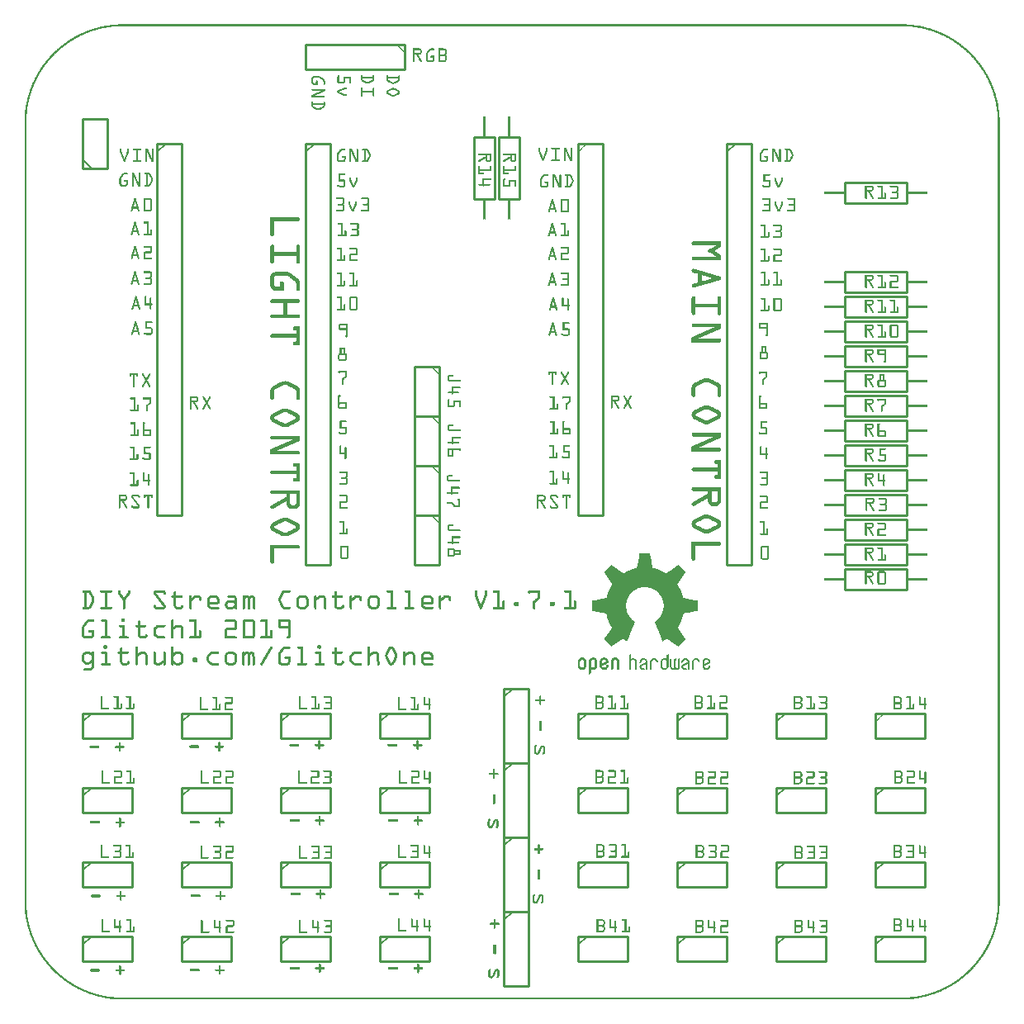
<source format=gto>
G04 MADE WITH FRITZING*
G04 WWW.FRITZING.ORG*
G04 DOUBLE SIDED*
G04 HOLES PLATED*
G04 CONTOUR ON CENTER OF CONTOUR VECTOR*
%ASAXBY*%
%FSLAX23Y23*%
%MOIN*%
%OFA0B0*%
%SFA1.0B1.0*%
%ADD10C,0.010000*%
%ADD11C,0.005000*%
%ADD12R,0.001000X0.001000*%
%LNSILK1*%
G90*
G70*
G54D10*
X1536Y3857D02*
X1136Y3857D01*
D02*
X1136Y3857D02*
X1136Y3757D01*
D02*
X1136Y3757D02*
X1536Y3757D01*
D02*
X1536Y3757D02*
X1536Y3857D01*
D02*
X1436Y257D02*
X1436Y157D01*
D02*
X1436Y157D02*
X1636Y157D01*
D02*
X1636Y157D02*
X1636Y257D01*
D02*
X1636Y257D02*
X1436Y257D01*
G54D11*
D02*
X1436Y222D02*
X1471Y257D01*
G54D10*
D02*
X1036Y857D02*
X1036Y757D01*
D02*
X1036Y757D02*
X1236Y757D01*
D02*
X1236Y757D02*
X1236Y857D01*
D02*
X1236Y857D02*
X1036Y857D01*
G54D11*
D02*
X1036Y822D02*
X1071Y857D01*
G54D10*
D02*
X236Y257D02*
X236Y157D01*
D02*
X236Y157D02*
X436Y157D01*
D02*
X436Y157D02*
X436Y257D01*
D02*
X436Y257D02*
X236Y257D01*
G54D11*
D02*
X236Y222D02*
X271Y257D01*
G54D10*
D02*
X1036Y257D02*
X1036Y157D01*
D02*
X1036Y157D02*
X1236Y157D01*
D02*
X1236Y157D02*
X1236Y257D01*
D02*
X1236Y257D02*
X1036Y257D01*
G54D11*
D02*
X1036Y222D02*
X1071Y257D01*
G54D10*
D02*
X1036Y557D02*
X1036Y457D01*
D02*
X1036Y457D02*
X1236Y457D01*
D02*
X1236Y457D02*
X1236Y557D01*
D02*
X1236Y557D02*
X1036Y557D01*
G54D11*
D02*
X1036Y522D02*
X1071Y557D01*
G54D10*
D02*
X636Y257D02*
X636Y157D01*
D02*
X636Y157D02*
X836Y157D01*
D02*
X836Y157D02*
X836Y257D01*
D02*
X836Y257D02*
X636Y257D01*
G54D11*
D02*
X636Y222D02*
X671Y257D01*
G54D10*
D02*
X636Y557D02*
X636Y457D01*
D02*
X636Y457D02*
X836Y457D01*
D02*
X836Y457D02*
X836Y557D01*
D02*
X836Y557D02*
X636Y557D01*
G54D11*
D02*
X636Y522D02*
X671Y557D01*
G54D10*
D02*
X1036Y1157D02*
X1036Y1057D01*
D02*
X1036Y1057D02*
X1236Y1057D01*
D02*
X1236Y1057D02*
X1236Y1157D01*
D02*
X1236Y1157D02*
X1036Y1157D01*
G54D11*
D02*
X1036Y1122D02*
X1071Y1157D01*
G54D10*
D02*
X1436Y1157D02*
X1436Y1057D01*
D02*
X1436Y1057D02*
X1636Y1057D01*
D02*
X1636Y1057D02*
X1636Y1157D01*
D02*
X1636Y1157D02*
X1436Y1157D01*
G54D11*
D02*
X1436Y1122D02*
X1471Y1157D01*
G54D10*
D02*
X236Y1157D02*
X236Y1057D01*
D02*
X236Y1057D02*
X436Y1057D01*
D02*
X436Y1057D02*
X436Y1157D01*
D02*
X436Y1157D02*
X236Y1157D01*
G54D11*
D02*
X236Y1122D02*
X271Y1157D01*
G54D10*
D02*
X236Y857D02*
X236Y757D01*
D02*
X236Y757D02*
X436Y757D01*
D02*
X436Y757D02*
X436Y857D01*
D02*
X436Y857D02*
X236Y857D01*
G54D11*
D02*
X236Y822D02*
X271Y857D01*
G54D10*
D02*
X636Y1157D02*
X636Y1057D01*
D02*
X636Y1057D02*
X836Y1057D01*
D02*
X836Y1057D02*
X836Y1157D01*
D02*
X836Y1157D02*
X636Y1157D01*
G54D11*
D02*
X636Y1122D02*
X671Y1157D01*
G54D10*
D02*
X636Y857D02*
X636Y757D01*
D02*
X636Y757D02*
X836Y757D01*
D02*
X836Y757D02*
X836Y857D01*
D02*
X836Y857D02*
X636Y857D01*
G54D11*
D02*
X636Y822D02*
X671Y857D01*
G54D10*
D02*
X236Y557D02*
X236Y457D01*
D02*
X236Y457D02*
X436Y457D01*
D02*
X436Y457D02*
X436Y557D01*
D02*
X436Y557D02*
X236Y557D01*
G54D11*
D02*
X236Y522D02*
X271Y557D01*
G54D10*
D02*
X1676Y1957D02*
X1576Y1957D01*
D02*
X1576Y1957D02*
X1576Y1757D01*
D02*
X1576Y1757D02*
X1676Y1757D01*
D02*
X1676Y1757D02*
X1676Y1957D01*
D02*
X1676Y2157D02*
X1576Y2157D01*
D02*
X1576Y2157D02*
X1576Y1957D01*
D02*
X1576Y1957D02*
X1676Y1957D01*
D02*
X1676Y1957D02*
X1676Y2157D01*
D02*
X1676Y2357D02*
X1576Y2357D01*
D02*
X1576Y2357D02*
X1576Y2157D01*
D02*
X1576Y2157D02*
X1676Y2157D01*
D02*
X1676Y2157D02*
X1676Y2357D01*
D02*
X236Y3357D02*
X336Y3357D01*
D02*
X336Y3357D02*
X336Y3557D01*
D02*
X336Y3557D02*
X236Y3557D01*
D02*
X236Y3557D02*
X236Y3357D01*
G54D11*
D02*
X271Y3357D02*
X236Y3392D01*
G54D10*
D02*
X1676Y2557D02*
X1576Y2557D01*
D02*
X1576Y2557D02*
X1576Y2357D01*
D02*
X1576Y2357D02*
X1676Y2357D01*
D02*
X1676Y2357D02*
X1676Y2557D01*
D02*
X1436Y857D02*
X1436Y757D01*
D02*
X1436Y757D02*
X1636Y757D01*
D02*
X1636Y757D02*
X1636Y857D01*
D02*
X1636Y857D02*
X1436Y857D01*
G54D11*
D02*
X1436Y822D02*
X1471Y857D01*
G54D10*
D02*
X1436Y557D02*
X1436Y457D01*
D02*
X1436Y457D02*
X1636Y457D01*
D02*
X1636Y457D02*
X1636Y557D01*
D02*
X1636Y557D02*
X1436Y557D01*
G54D11*
D02*
X1436Y522D02*
X1471Y557D01*
G54D10*
D02*
X3436Y257D02*
X3436Y157D01*
D02*
X3436Y157D02*
X3636Y157D01*
D02*
X3636Y157D02*
X3636Y257D01*
D02*
X3636Y257D02*
X3436Y257D01*
G54D11*
D02*
X3436Y222D02*
X3471Y257D01*
G54D10*
D02*
X3436Y557D02*
X3436Y457D01*
D02*
X3436Y457D02*
X3636Y457D01*
D02*
X3636Y457D02*
X3636Y557D01*
D02*
X3636Y557D02*
X3436Y557D01*
G54D11*
D02*
X3436Y522D02*
X3471Y557D01*
G54D10*
D02*
X3436Y857D02*
X3436Y757D01*
D02*
X3436Y757D02*
X3636Y757D01*
D02*
X3636Y757D02*
X3636Y857D01*
D02*
X3636Y857D02*
X3436Y857D01*
G54D11*
D02*
X3436Y822D02*
X3471Y857D01*
G54D10*
D02*
X3436Y1157D02*
X3436Y1057D01*
D02*
X3436Y1057D02*
X3636Y1057D01*
D02*
X3636Y1057D02*
X3636Y1157D01*
D02*
X3636Y1157D02*
X3436Y1157D01*
D02*
X3036Y257D02*
X3036Y157D01*
D02*
X3036Y157D02*
X3236Y157D01*
D02*
X3236Y157D02*
X3236Y257D01*
D02*
X3236Y257D02*
X3036Y257D01*
G54D11*
D02*
X3036Y222D02*
X3071Y257D01*
G54D10*
D02*
X3036Y557D02*
X3036Y457D01*
D02*
X3036Y457D02*
X3236Y457D01*
D02*
X3236Y457D02*
X3236Y557D01*
D02*
X3236Y557D02*
X3036Y557D01*
G54D11*
D02*
X3036Y522D02*
X3071Y557D01*
G54D10*
D02*
X3036Y857D02*
X3036Y757D01*
D02*
X3036Y757D02*
X3236Y757D01*
D02*
X3236Y757D02*
X3236Y857D01*
D02*
X3236Y857D02*
X3036Y857D01*
G54D11*
D02*
X3036Y822D02*
X3071Y857D01*
G54D10*
D02*
X3036Y1157D02*
X3036Y1057D01*
D02*
X3036Y1057D02*
X3236Y1057D01*
D02*
X3236Y1057D02*
X3236Y1157D01*
D02*
X3236Y1157D02*
X3036Y1157D01*
G54D11*
D02*
X3036Y1122D02*
X3071Y1157D01*
G54D10*
D02*
X2636Y257D02*
X2636Y157D01*
D02*
X2636Y157D02*
X2836Y157D01*
D02*
X2836Y157D02*
X2836Y257D01*
D02*
X2836Y257D02*
X2636Y257D01*
G54D11*
D02*
X2636Y222D02*
X2671Y257D01*
G54D10*
D02*
X2636Y557D02*
X2636Y457D01*
D02*
X2636Y457D02*
X2836Y457D01*
D02*
X2836Y457D02*
X2836Y557D01*
D02*
X2836Y557D02*
X2636Y557D01*
G54D11*
D02*
X2636Y522D02*
X2671Y557D01*
G54D10*
D02*
X2636Y857D02*
X2636Y757D01*
D02*
X2636Y757D02*
X2836Y757D01*
D02*
X2836Y757D02*
X2836Y857D01*
D02*
X2836Y857D02*
X2636Y857D01*
G54D11*
D02*
X2636Y822D02*
X2671Y857D01*
G54D10*
D02*
X2636Y1157D02*
X2636Y1057D01*
D02*
X2636Y1057D02*
X2836Y1057D01*
D02*
X2836Y1057D02*
X2836Y1157D01*
D02*
X2836Y1157D02*
X2636Y1157D01*
G54D11*
D02*
X2636Y1122D02*
X2671Y1157D01*
G54D10*
D02*
X2236Y257D02*
X2236Y157D01*
D02*
X2236Y157D02*
X2436Y157D01*
D02*
X2436Y157D02*
X2436Y257D01*
D02*
X2436Y257D02*
X2236Y257D01*
G54D11*
D02*
X2236Y222D02*
X2271Y257D01*
G54D10*
D02*
X2236Y557D02*
X2236Y457D01*
D02*
X2236Y457D02*
X2436Y457D01*
D02*
X2436Y457D02*
X2436Y557D01*
D02*
X2436Y557D02*
X2236Y557D01*
G54D11*
D02*
X2236Y522D02*
X2271Y557D01*
G54D10*
D02*
X2236Y857D02*
X2236Y757D01*
D02*
X2236Y757D02*
X2436Y757D01*
D02*
X2436Y757D02*
X2436Y857D01*
D02*
X2436Y857D02*
X2236Y857D01*
G54D11*
D02*
X2236Y822D02*
X2271Y857D01*
G54D10*
D02*
X2236Y1157D02*
X2236Y1057D01*
D02*
X2236Y1057D02*
X2436Y1057D01*
D02*
X2436Y1057D02*
X2436Y1157D01*
D02*
X2436Y1157D02*
X2236Y1157D01*
G54D11*
D02*
X2236Y1122D02*
X2271Y1157D01*
G54D10*
D02*
X1136Y3457D02*
X1136Y1757D01*
D02*
X1136Y1757D02*
X1236Y1757D01*
D02*
X1236Y1757D02*
X1236Y3457D01*
D02*
X1236Y3457D02*
X1136Y3457D01*
G54D11*
D02*
X1136Y3422D02*
X1171Y3457D01*
G54D10*
D02*
X536Y3457D02*
X536Y1957D01*
D02*
X536Y1957D02*
X636Y1957D01*
D02*
X636Y1957D02*
X636Y3457D01*
D02*
X636Y3457D02*
X536Y3457D01*
G54D11*
D02*
X536Y3422D02*
X571Y3457D01*
G54D10*
D02*
X2236Y3457D02*
X2236Y1957D01*
D02*
X2236Y1957D02*
X2336Y1957D01*
D02*
X2336Y1957D02*
X2336Y3457D01*
D02*
X2336Y3457D02*
X2236Y3457D01*
D02*
X2836Y3457D02*
X2836Y1757D01*
D02*
X2836Y1757D02*
X2936Y1757D01*
D02*
X2936Y1757D02*
X2936Y3457D01*
D02*
X2936Y3457D02*
X2836Y3457D01*
G54D11*
D02*
X2836Y3422D02*
X2871Y3457D01*
G54D10*
D02*
X1997Y3483D02*
X1997Y3233D01*
D02*
X1997Y3233D02*
X1915Y3233D01*
D02*
X1915Y3233D02*
X1915Y3483D01*
D02*
X1915Y3483D02*
X1997Y3483D01*
D02*
X1897Y3483D02*
X1897Y3233D01*
D02*
X1897Y3233D02*
X1815Y3233D01*
D02*
X1815Y3233D02*
X1815Y3483D01*
D02*
X1815Y3483D02*
X1897Y3483D01*
D02*
X3311Y3298D02*
X3561Y3298D01*
D02*
X3561Y3298D02*
X3561Y3216D01*
D02*
X3561Y3216D02*
X3311Y3216D01*
D02*
X3311Y3216D02*
X3311Y3298D01*
D02*
X3311Y2938D02*
X3561Y2938D01*
D02*
X3561Y2938D02*
X3561Y2856D01*
D02*
X3561Y2856D02*
X3311Y2856D01*
D02*
X3311Y2856D02*
X3311Y2938D01*
D02*
X3311Y1738D02*
X3561Y1738D01*
D02*
X3561Y1738D02*
X3561Y1656D01*
D02*
X3561Y1656D02*
X3311Y1656D01*
D02*
X3311Y1656D02*
X3311Y1738D01*
D02*
X3311Y2038D02*
X3561Y2038D01*
D02*
X3561Y2038D02*
X3561Y1956D01*
D02*
X3561Y1956D02*
X3311Y1956D01*
D02*
X3311Y1956D02*
X3311Y2038D01*
D02*
X3311Y2838D02*
X3561Y2838D01*
D02*
X3561Y2838D02*
X3561Y2756D01*
D02*
X3561Y2756D02*
X3311Y2756D01*
D02*
X3311Y2756D02*
X3311Y2838D01*
D02*
X3311Y2738D02*
X3561Y2738D01*
D02*
X3561Y2738D02*
X3561Y2656D01*
D02*
X3561Y2656D02*
X3311Y2656D01*
D02*
X3311Y2656D02*
X3311Y2738D01*
D02*
X3311Y2638D02*
X3561Y2638D01*
D02*
X3561Y2638D02*
X3561Y2556D01*
D02*
X3561Y2556D02*
X3311Y2556D01*
D02*
X3311Y2556D02*
X3311Y2638D01*
D02*
X3311Y2538D02*
X3561Y2538D01*
D02*
X3561Y2538D02*
X3561Y2456D01*
D02*
X3561Y2456D02*
X3311Y2456D01*
D02*
X3311Y2456D02*
X3311Y2538D01*
D02*
X3311Y2438D02*
X3561Y2438D01*
D02*
X3561Y2438D02*
X3561Y2356D01*
D02*
X3561Y2356D02*
X3311Y2356D01*
D02*
X3311Y2356D02*
X3311Y2438D01*
D02*
X3311Y2338D02*
X3561Y2338D01*
D02*
X3561Y2338D02*
X3561Y2256D01*
D02*
X3561Y2256D02*
X3311Y2256D01*
D02*
X3311Y2256D02*
X3311Y2338D01*
D02*
X3311Y2238D02*
X3561Y2238D01*
D02*
X3561Y2238D02*
X3561Y2156D01*
D02*
X3561Y2156D02*
X3311Y2156D01*
D02*
X3311Y2156D02*
X3311Y2238D01*
D02*
X3311Y2138D02*
X3561Y2138D01*
D02*
X3561Y2138D02*
X3561Y2056D01*
D02*
X3561Y2056D02*
X3311Y2056D01*
D02*
X3311Y2056D02*
X3311Y2138D01*
D02*
X3311Y1938D02*
X3561Y1938D01*
D02*
X3561Y1938D02*
X3561Y1856D01*
D02*
X3561Y1856D02*
X3311Y1856D01*
D02*
X3311Y1856D02*
X3311Y1938D01*
D02*
X3311Y1838D02*
X3561Y1838D01*
D02*
X3561Y1838D02*
X3561Y1756D01*
D02*
X3561Y1756D02*
X3311Y1756D01*
D02*
X3311Y1756D02*
X3311Y1838D01*
D02*
X1936Y657D02*
X1936Y357D01*
D02*
X1936Y357D02*
X2036Y357D01*
D02*
X2036Y357D02*
X2036Y657D01*
D02*
X2036Y657D02*
X1936Y657D01*
G54D11*
D02*
X1936Y622D02*
X1971Y657D01*
G54D10*
D02*
X1936Y357D02*
X1936Y57D01*
D02*
X1936Y57D02*
X2036Y57D01*
D02*
X2036Y57D02*
X2036Y357D01*
D02*
X2036Y357D02*
X1936Y357D01*
G54D11*
D02*
X1936Y322D02*
X1971Y357D01*
G54D10*
D02*
X1936Y957D02*
X1936Y657D01*
D02*
X1936Y657D02*
X2036Y657D01*
D02*
X2036Y657D02*
X2036Y957D01*
D02*
X2036Y957D02*
X1936Y957D01*
G54D11*
D02*
X1936Y922D02*
X1971Y957D01*
G54D10*
D02*
X1936Y1257D02*
X1936Y957D01*
D02*
X1936Y957D02*
X2036Y957D01*
D02*
X2036Y957D02*
X2036Y1257D01*
D02*
X2036Y1257D02*
X1936Y1257D01*
G54D11*
D02*
X1936Y1222D02*
X1971Y1257D01*
G54D12*
X377Y3937D02*
X3559Y3937D01*
X363Y3936D02*
X3573Y3936D01*
X353Y3935D02*
X3583Y3935D01*
X344Y3934D02*
X3592Y3934D01*
X337Y3933D02*
X3599Y3933D01*
X331Y3932D02*
X3605Y3932D01*
X325Y3931D02*
X3611Y3931D01*
X320Y3930D02*
X3616Y3930D01*
X315Y3929D02*
X376Y3929D01*
X3560Y3929D02*
X3621Y3929D01*
X311Y3928D02*
X362Y3928D01*
X3574Y3928D02*
X3625Y3928D01*
X306Y3927D02*
X352Y3927D01*
X3584Y3927D02*
X3630Y3927D01*
X302Y3926D02*
X344Y3926D01*
X3592Y3926D02*
X3634Y3926D01*
X298Y3925D02*
X336Y3925D01*
X3600Y3925D02*
X3638Y3925D01*
X294Y3924D02*
X330Y3924D01*
X3606Y3924D02*
X3642Y3924D01*
X291Y3923D02*
X325Y3923D01*
X3611Y3923D02*
X3645Y3923D01*
X287Y3922D02*
X319Y3922D01*
X3617Y3922D02*
X3649Y3922D01*
X284Y3921D02*
X315Y3921D01*
X3621Y3921D02*
X3652Y3921D01*
X280Y3920D02*
X310Y3920D01*
X3626Y3920D02*
X3656Y3920D01*
X277Y3919D02*
X306Y3919D01*
X3630Y3919D02*
X3659Y3919D01*
X274Y3918D02*
X302Y3918D01*
X3634Y3918D02*
X3662Y3918D01*
X271Y3917D02*
X298Y3917D01*
X3638Y3917D02*
X3665Y3917D01*
X268Y3916D02*
X294Y3916D01*
X3642Y3916D02*
X3668Y3916D01*
X265Y3915D02*
X290Y3915D01*
X3646Y3915D02*
X3671Y3915D01*
X262Y3914D02*
X287Y3914D01*
X3649Y3914D02*
X3674Y3914D01*
X260Y3913D02*
X283Y3913D01*
X3653Y3913D02*
X3676Y3913D01*
X257Y3912D02*
X280Y3912D01*
X3656Y3912D02*
X3679Y3912D01*
X255Y3911D02*
X277Y3911D01*
X3659Y3911D02*
X3681Y3911D01*
X252Y3910D02*
X274Y3910D01*
X3662Y3910D02*
X3684Y3910D01*
X249Y3909D02*
X271Y3909D01*
X3665Y3909D02*
X3687Y3909D01*
X247Y3908D02*
X268Y3908D01*
X3668Y3908D02*
X3689Y3908D01*
X244Y3907D02*
X265Y3907D01*
X3671Y3907D02*
X3692Y3907D01*
X242Y3906D02*
X262Y3906D01*
X3674Y3906D02*
X3694Y3906D01*
X240Y3905D02*
X260Y3905D01*
X3676Y3905D02*
X3696Y3905D01*
X237Y3904D02*
X257Y3904D01*
X3679Y3904D02*
X3699Y3904D01*
X235Y3903D02*
X255Y3903D01*
X3681Y3903D02*
X3701Y3903D01*
X233Y3902D02*
X252Y3902D01*
X3684Y3902D02*
X3703Y3902D01*
X231Y3901D02*
X250Y3901D01*
X3686Y3901D02*
X3705Y3901D01*
X229Y3900D02*
X247Y3900D01*
X3689Y3900D02*
X3707Y3900D01*
X226Y3899D02*
X244Y3899D01*
X3692Y3899D02*
X3710Y3899D01*
X224Y3898D02*
X242Y3898D01*
X3694Y3898D02*
X3712Y3898D01*
X222Y3897D02*
X240Y3897D01*
X3696Y3897D02*
X3714Y3897D01*
X220Y3896D02*
X238Y3896D01*
X3698Y3896D02*
X3716Y3896D01*
X218Y3895D02*
X236Y3895D01*
X3700Y3895D02*
X3718Y3895D01*
X216Y3894D02*
X233Y3894D01*
X3703Y3894D02*
X3720Y3894D01*
X215Y3893D02*
X231Y3893D01*
X3705Y3893D02*
X3721Y3893D01*
X213Y3892D02*
X229Y3892D01*
X3707Y3892D02*
X3723Y3892D01*
X211Y3891D02*
X227Y3891D01*
X3709Y3891D02*
X3725Y3891D01*
X209Y3890D02*
X225Y3890D01*
X3711Y3890D02*
X3727Y3890D01*
X207Y3889D02*
X223Y3889D01*
X3713Y3889D02*
X3729Y3889D01*
X205Y3888D02*
X221Y3888D01*
X3715Y3888D02*
X3731Y3888D01*
X203Y3887D02*
X219Y3887D01*
X3717Y3887D02*
X3733Y3887D01*
X202Y3886D02*
X217Y3886D01*
X3719Y3886D02*
X3734Y3886D01*
X200Y3885D02*
X215Y3885D01*
X3721Y3885D02*
X3736Y3885D01*
X198Y3884D02*
X213Y3884D01*
X3723Y3884D02*
X3738Y3884D01*
X196Y3883D02*
X211Y3883D01*
X3725Y3883D02*
X3740Y3883D01*
X195Y3882D02*
X209Y3882D01*
X3727Y3882D02*
X3741Y3882D01*
X193Y3881D02*
X208Y3881D01*
X3728Y3881D02*
X3743Y3881D01*
X191Y3880D02*
X206Y3880D01*
X3730Y3880D02*
X3745Y3880D01*
X190Y3879D02*
X204Y3879D01*
X3732Y3879D02*
X3746Y3879D01*
X188Y3878D02*
X202Y3878D01*
X3734Y3878D02*
X3748Y3878D01*
X186Y3877D02*
X201Y3877D01*
X3735Y3877D02*
X3750Y3877D01*
X185Y3876D02*
X199Y3876D01*
X3737Y3876D02*
X3751Y3876D01*
X183Y3875D02*
X197Y3875D01*
X3739Y3875D02*
X3753Y3875D01*
X182Y3874D02*
X196Y3874D01*
X3740Y3874D02*
X3754Y3874D01*
X180Y3873D02*
X194Y3873D01*
X3742Y3873D02*
X3756Y3873D01*
X179Y3872D02*
X192Y3872D01*
X3744Y3872D02*
X3757Y3872D01*
X177Y3871D02*
X191Y3871D01*
X3745Y3871D02*
X3759Y3871D01*
X176Y3870D02*
X189Y3870D01*
X3747Y3870D02*
X3760Y3870D01*
X174Y3869D02*
X188Y3869D01*
X3748Y3869D02*
X3762Y3869D01*
X173Y3868D02*
X186Y3868D01*
X3750Y3868D02*
X3763Y3868D01*
X171Y3867D02*
X184Y3867D01*
X3752Y3867D02*
X3765Y3867D01*
X170Y3866D02*
X183Y3866D01*
X3753Y3866D02*
X3766Y3866D01*
X168Y3865D02*
X181Y3865D01*
X3755Y3865D02*
X3768Y3865D01*
X167Y3864D02*
X180Y3864D01*
X3756Y3864D02*
X3769Y3864D01*
X166Y3863D02*
X178Y3863D01*
X3758Y3863D02*
X3770Y3863D01*
X164Y3862D02*
X177Y3862D01*
X3759Y3862D02*
X3772Y3862D01*
X163Y3861D02*
X175Y3861D01*
X3761Y3861D02*
X3773Y3861D01*
X161Y3860D02*
X174Y3860D01*
X3762Y3860D02*
X3775Y3860D01*
X160Y3859D02*
X173Y3859D01*
X3763Y3859D02*
X3776Y3859D01*
X159Y3858D02*
X171Y3858D01*
X1502Y3858D02*
X1503Y3858D01*
X3765Y3858D02*
X3777Y3858D01*
X157Y3857D02*
X170Y3857D01*
X1501Y3857D02*
X1504Y3857D01*
X3766Y3857D02*
X3779Y3857D01*
X156Y3856D02*
X168Y3856D01*
X1500Y3856D02*
X1505Y3856D01*
X3768Y3856D02*
X3780Y3856D01*
X155Y3855D02*
X167Y3855D01*
X1500Y3855D02*
X1506Y3855D01*
X3769Y3855D02*
X3781Y3855D01*
X154Y3854D02*
X166Y3854D01*
X1501Y3854D02*
X1507Y3854D01*
X3770Y3854D02*
X3782Y3854D01*
X152Y3853D02*
X164Y3853D01*
X1502Y3853D02*
X1508Y3853D01*
X3772Y3853D02*
X3784Y3853D01*
X151Y3852D02*
X163Y3852D01*
X1503Y3852D02*
X1509Y3852D01*
X3773Y3852D02*
X3785Y3852D01*
X150Y3851D02*
X162Y3851D01*
X1504Y3851D02*
X1510Y3851D01*
X3774Y3851D02*
X3786Y3851D01*
X148Y3850D02*
X160Y3850D01*
X1505Y3850D02*
X1511Y3850D01*
X3776Y3850D02*
X3788Y3850D01*
X147Y3849D02*
X159Y3849D01*
X1506Y3849D02*
X1512Y3849D01*
X3777Y3849D02*
X3789Y3849D01*
X146Y3848D02*
X158Y3848D01*
X1507Y3848D02*
X1513Y3848D01*
X3778Y3848D02*
X3790Y3848D01*
X145Y3847D02*
X157Y3847D01*
X1508Y3847D02*
X1514Y3847D01*
X3779Y3847D02*
X3791Y3847D01*
X143Y3846D02*
X155Y3846D01*
X1509Y3846D02*
X1515Y3846D01*
X3781Y3846D02*
X3793Y3846D01*
X142Y3845D02*
X154Y3845D01*
X1510Y3845D02*
X1516Y3845D01*
X3782Y3845D02*
X3794Y3845D01*
X141Y3844D02*
X153Y3844D01*
X1511Y3844D02*
X1517Y3844D01*
X3783Y3844D02*
X3795Y3844D01*
X140Y3843D02*
X151Y3843D01*
X1512Y3843D02*
X1518Y3843D01*
X3785Y3843D02*
X3796Y3843D01*
X139Y3842D02*
X150Y3842D01*
X1514Y3842D02*
X1519Y3842D01*
X3786Y3842D02*
X3797Y3842D01*
X138Y3841D02*
X149Y3841D01*
X1515Y3841D02*
X1520Y3841D01*
X3787Y3841D02*
X3798Y3841D01*
X137Y3840D02*
X148Y3840D01*
X1516Y3840D02*
X1521Y3840D01*
X1569Y3840D02*
X1593Y3840D01*
X1641Y3840D02*
X1651Y3840D01*
X1672Y3840D02*
X1692Y3840D01*
X3788Y3840D02*
X3799Y3840D01*
X135Y3839D02*
X147Y3839D01*
X1517Y3839D02*
X1522Y3839D01*
X1569Y3839D02*
X1597Y3839D01*
X1636Y3839D02*
X1653Y3839D01*
X1671Y3839D02*
X1696Y3839D01*
X3789Y3839D02*
X3801Y3839D01*
X134Y3838D02*
X145Y3838D01*
X1518Y3838D02*
X1523Y3838D01*
X1569Y3838D02*
X1599Y3838D01*
X1635Y3838D02*
X1654Y3838D01*
X1671Y3838D02*
X1698Y3838D01*
X3791Y3838D02*
X3802Y3838D01*
X133Y3837D02*
X144Y3837D01*
X1519Y3837D02*
X1524Y3837D01*
X1569Y3837D02*
X1600Y3837D01*
X1634Y3837D02*
X1654Y3837D01*
X1671Y3837D02*
X1700Y3837D01*
X3792Y3837D02*
X3803Y3837D01*
X132Y3836D02*
X143Y3836D01*
X1520Y3836D02*
X1525Y3836D01*
X1569Y3836D02*
X1601Y3836D01*
X1633Y3836D02*
X1654Y3836D01*
X1671Y3836D02*
X1701Y3836D01*
X3793Y3836D02*
X3804Y3836D01*
X131Y3835D02*
X142Y3835D01*
X1521Y3835D02*
X1526Y3835D01*
X1569Y3835D02*
X1602Y3835D01*
X1632Y3835D02*
X1654Y3835D01*
X1671Y3835D02*
X1702Y3835D01*
X3794Y3835D02*
X3805Y3835D01*
X130Y3834D02*
X141Y3834D01*
X1521Y3834D02*
X1527Y3834D01*
X1569Y3834D02*
X1602Y3834D01*
X1631Y3834D02*
X1653Y3834D01*
X1671Y3834D02*
X1703Y3834D01*
X3795Y3834D02*
X3806Y3834D01*
X129Y3833D02*
X140Y3833D01*
X1522Y3833D02*
X1528Y3833D01*
X1569Y3833D02*
X1603Y3833D01*
X1630Y3833D02*
X1651Y3833D01*
X1671Y3833D02*
X1703Y3833D01*
X3796Y3833D02*
X3807Y3833D01*
X128Y3832D02*
X138Y3832D01*
X1523Y3832D02*
X1529Y3832D01*
X1569Y3832D02*
X1575Y3832D01*
X1596Y3832D02*
X1603Y3832D01*
X1630Y3832D02*
X1638Y3832D01*
X1671Y3832D02*
X1677Y3832D01*
X1696Y3832D02*
X1704Y3832D01*
X3798Y3832D02*
X3808Y3832D01*
X126Y3831D02*
X137Y3831D01*
X1524Y3831D02*
X1530Y3831D01*
X1569Y3831D02*
X1575Y3831D01*
X1597Y3831D02*
X1603Y3831D01*
X1629Y3831D02*
X1637Y3831D01*
X1671Y3831D02*
X1677Y3831D01*
X1697Y3831D02*
X1704Y3831D01*
X3799Y3831D02*
X3810Y3831D01*
X125Y3830D02*
X136Y3830D01*
X1525Y3830D02*
X1531Y3830D01*
X1569Y3830D02*
X1575Y3830D01*
X1597Y3830D02*
X1603Y3830D01*
X1628Y3830D02*
X1636Y3830D01*
X1671Y3830D02*
X1677Y3830D01*
X1698Y3830D02*
X1705Y3830D01*
X3800Y3830D02*
X3811Y3830D01*
X124Y3829D02*
X135Y3829D01*
X1526Y3829D02*
X1532Y3829D01*
X1569Y3829D02*
X1575Y3829D01*
X1597Y3829D02*
X1603Y3829D01*
X1627Y3829D02*
X1635Y3829D01*
X1671Y3829D02*
X1677Y3829D01*
X1698Y3829D02*
X1705Y3829D01*
X3801Y3829D02*
X3812Y3829D01*
X123Y3828D02*
X134Y3828D01*
X1527Y3828D02*
X1533Y3828D01*
X1569Y3828D02*
X1575Y3828D01*
X1597Y3828D02*
X1603Y3828D01*
X1627Y3828D02*
X1635Y3828D01*
X1671Y3828D02*
X1677Y3828D01*
X1699Y3828D02*
X1705Y3828D01*
X3802Y3828D02*
X3813Y3828D01*
X122Y3827D02*
X133Y3827D01*
X1528Y3827D02*
X1534Y3827D01*
X1569Y3827D02*
X1575Y3827D01*
X1597Y3827D02*
X1603Y3827D01*
X1626Y3827D02*
X1634Y3827D01*
X1671Y3827D02*
X1677Y3827D01*
X1699Y3827D02*
X1705Y3827D01*
X3803Y3827D02*
X3814Y3827D01*
X121Y3826D02*
X132Y3826D01*
X1529Y3826D02*
X1535Y3826D01*
X1569Y3826D02*
X1575Y3826D01*
X1597Y3826D02*
X1603Y3826D01*
X1625Y3826D02*
X1633Y3826D01*
X1671Y3826D02*
X1677Y3826D01*
X1699Y3826D02*
X1705Y3826D01*
X3804Y3826D02*
X3815Y3826D01*
X120Y3825D02*
X131Y3825D01*
X1530Y3825D02*
X1536Y3825D01*
X1569Y3825D02*
X1575Y3825D01*
X1597Y3825D02*
X1603Y3825D01*
X1624Y3825D02*
X1632Y3825D01*
X1671Y3825D02*
X1677Y3825D01*
X1699Y3825D02*
X1705Y3825D01*
X3805Y3825D02*
X3816Y3825D01*
X119Y3824D02*
X130Y3824D01*
X1531Y3824D02*
X1537Y3824D01*
X1569Y3824D02*
X1575Y3824D01*
X1597Y3824D02*
X1603Y3824D01*
X1624Y3824D02*
X1632Y3824D01*
X1671Y3824D02*
X1677Y3824D01*
X1699Y3824D02*
X1705Y3824D01*
X3806Y3824D02*
X3817Y3824D01*
X118Y3823D02*
X129Y3823D01*
X1532Y3823D02*
X1536Y3823D01*
X1569Y3823D02*
X1575Y3823D01*
X1596Y3823D02*
X1603Y3823D01*
X1623Y3823D02*
X1631Y3823D01*
X1671Y3823D02*
X1677Y3823D01*
X1699Y3823D02*
X1705Y3823D01*
X3807Y3823D02*
X3818Y3823D01*
X117Y3822D02*
X128Y3822D01*
X1533Y3822D02*
X1535Y3822D01*
X1569Y3822D02*
X1603Y3822D01*
X1622Y3822D02*
X1630Y3822D01*
X1671Y3822D02*
X1677Y3822D01*
X1699Y3822D02*
X1705Y3822D01*
X3808Y3822D02*
X3819Y3822D01*
X116Y3821D02*
X127Y3821D01*
X1569Y3821D02*
X1602Y3821D01*
X1622Y3821D02*
X1629Y3821D01*
X1671Y3821D02*
X1677Y3821D01*
X1699Y3821D02*
X1705Y3821D01*
X3809Y3821D02*
X3820Y3821D01*
X115Y3820D02*
X126Y3820D01*
X1569Y3820D02*
X1602Y3820D01*
X1621Y3820D02*
X1628Y3820D01*
X1671Y3820D02*
X1677Y3820D01*
X1698Y3820D02*
X1705Y3820D01*
X3810Y3820D02*
X3821Y3820D01*
X114Y3819D02*
X124Y3819D01*
X1569Y3819D02*
X1601Y3819D01*
X1621Y3819D02*
X1628Y3819D01*
X1671Y3819D02*
X1677Y3819D01*
X1698Y3819D02*
X1705Y3819D01*
X3812Y3819D02*
X3822Y3819D01*
X113Y3818D02*
X123Y3818D01*
X1569Y3818D02*
X1600Y3818D01*
X1621Y3818D02*
X1627Y3818D01*
X1671Y3818D02*
X1677Y3818D01*
X1697Y3818D02*
X1704Y3818D01*
X3813Y3818D02*
X3823Y3818D01*
X112Y3817D02*
X122Y3817D01*
X1569Y3817D02*
X1599Y3817D01*
X1620Y3817D02*
X1627Y3817D01*
X1671Y3817D02*
X1677Y3817D01*
X1696Y3817D02*
X1704Y3817D01*
X3814Y3817D02*
X3824Y3817D01*
X111Y3816D02*
X121Y3816D01*
X1569Y3816D02*
X1597Y3816D01*
X1620Y3816D02*
X1626Y3816D01*
X1671Y3816D02*
X1703Y3816D01*
X3815Y3816D02*
X3825Y3816D01*
X110Y3815D02*
X120Y3815D01*
X1569Y3815D02*
X1594Y3815D01*
X1620Y3815D02*
X1626Y3815D01*
X1671Y3815D02*
X1703Y3815D01*
X3816Y3815D02*
X3826Y3815D01*
X109Y3814D02*
X119Y3814D01*
X1569Y3814D02*
X1575Y3814D01*
X1582Y3814D02*
X1589Y3814D01*
X1620Y3814D02*
X1626Y3814D01*
X1671Y3814D02*
X1702Y3814D01*
X3817Y3814D02*
X3827Y3814D01*
X108Y3813D02*
X118Y3813D01*
X1569Y3813D02*
X1575Y3813D01*
X1582Y3813D02*
X1590Y3813D01*
X1620Y3813D02*
X1626Y3813D01*
X1671Y3813D02*
X1701Y3813D01*
X3818Y3813D02*
X3828Y3813D01*
X107Y3812D02*
X117Y3812D01*
X1569Y3812D02*
X1575Y3812D01*
X1583Y3812D02*
X1590Y3812D01*
X1620Y3812D02*
X1626Y3812D01*
X1671Y3812D02*
X1701Y3812D01*
X3819Y3812D02*
X3829Y3812D01*
X106Y3811D02*
X117Y3811D01*
X1569Y3811D02*
X1575Y3811D01*
X1583Y3811D02*
X1591Y3811D01*
X1620Y3811D02*
X1626Y3811D01*
X1671Y3811D02*
X1702Y3811D01*
X3819Y3811D02*
X3830Y3811D01*
X106Y3810D02*
X116Y3810D01*
X1569Y3810D02*
X1575Y3810D01*
X1584Y3810D02*
X1591Y3810D01*
X1620Y3810D02*
X1626Y3810D01*
X1641Y3810D02*
X1654Y3810D01*
X1671Y3810D02*
X1703Y3810D01*
X3820Y3810D02*
X3830Y3810D01*
X105Y3809D02*
X115Y3809D01*
X1569Y3809D02*
X1575Y3809D01*
X1585Y3809D02*
X1592Y3809D01*
X1620Y3809D02*
X1626Y3809D01*
X1639Y3809D02*
X1654Y3809D01*
X1671Y3809D02*
X1703Y3809D01*
X3821Y3809D02*
X3831Y3809D01*
X104Y3808D02*
X114Y3808D01*
X1569Y3808D02*
X1575Y3808D01*
X1585Y3808D02*
X1593Y3808D01*
X1620Y3808D02*
X1626Y3808D01*
X1638Y3808D02*
X1654Y3808D01*
X1671Y3808D02*
X1677Y3808D01*
X1695Y3808D02*
X1704Y3808D01*
X3822Y3808D02*
X3832Y3808D01*
X103Y3807D02*
X113Y3807D01*
X1569Y3807D02*
X1575Y3807D01*
X1586Y3807D02*
X1593Y3807D01*
X1620Y3807D02*
X1626Y3807D01*
X1638Y3807D02*
X1654Y3807D01*
X1671Y3807D02*
X1677Y3807D01*
X1697Y3807D02*
X1704Y3807D01*
X3823Y3807D02*
X3833Y3807D01*
X102Y3806D02*
X112Y3806D01*
X1569Y3806D02*
X1575Y3806D01*
X1586Y3806D02*
X1594Y3806D01*
X1620Y3806D02*
X1626Y3806D01*
X1638Y3806D02*
X1654Y3806D01*
X1671Y3806D02*
X1677Y3806D01*
X1698Y3806D02*
X1705Y3806D01*
X3824Y3806D02*
X3834Y3806D01*
X101Y3805D02*
X111Y3805D01*
X1569Y3805D02*
X1575Y3805D01*
X1587Y3805D02*
X1594Y3805D01*
X1620Y3805D02*
X1626Y3805D01*
X1638Y3805D02*
X1654Y3805D01*
X1671Y3805D02*
X1677Y3805D01*
X1698Y3805D02*
X1705Y3805D01*
X3825Y3805D02*
X3835Y3805D01*
X100Y3804D02*
X110Y3804D01*
X1569Y3804D02*
X1575Y3804D01*
X1587Y3804D02*
X1595Y3804D01*
X1620Y3804D02*
X1626Y3804D01*
X1639Y3804D02*
X1654Y3804D01*
X1671Y3804D02*
X1677Y3804D01*
X1699Y3804D02*
X1705Y3804D01*
X3826Y3804D02*
X3836Y3804D01*
X99Y3803D02*
X109Y3803D01*
X1569Y3803D02*
X1575Y3803D01*
X1588Y3803D02*
X1595Y3803D01*
X1620Y3803D02*
X1626Y3803D01*
X1641Y3803D02*
X1654Y3803D01*
X1671Y3803D02*
X1677Y3803D01*
X1699Y3803D02*
X1705Y3803D01*
X3827Y3803D02*
X3837Y3803D01*
X98Y3802D02*
X108Y3802D01*
X1569Y3802D02*
X1575Y3802D01*
X1589Y3802D02*
X1596Y3802D01*
X1620Y3802D02*
X1626Y3802D01*
X1648Y3802D02*
X1654Y3802D01*
X1671Y3802D02*
X1677Y3802D01*
X1699Y3802D02*
X1705Y3802D01*
X3828Y3802D02*
X3838Y3802D01*
X98Y3801D02*
X107Y3801D01*
X1569Y3801D02*
X1575Y3801D01*
X1589Y3801D02*
X1597Y3801D01*
X1620Y3801D02*
X1626Y3801D01*
X1648Y3801D02*
X1654Y3801D01*
X1671Y3801D02*
X1677Y3801D01*
X1699Y3801D02*
X1705Y3801D01*
X3829Y3801D02*
X3838Y3801D01*
X97Y3800D02*
X106Y3800D01*
X1569Y3800D02*
X1575Y3800D01*
X1590Y3800D02*
X1597Y3800D01*
X1620Y3800D02*
X1626Y3800D01*
X1648Y3800D02*
X1654Y3800D01*
X1671Y3800D02*
X1677Y3800D01*
X1699Y3800D02*
X1705Y3800D01*
X3830Y3800D02*
X3839Y3800D01*
X96Y3799D02*
X105Y3799D01*
X1569Y3799D02*
X1575Y3799D01*
X1590Y3799D02*
X1598Y3799D01*
X1620Y3799D02*
X1626Y3799D01*
X1648Y3799D02*
X1654Y3799D01*
X1671Y3799D02*
X1677Y3799D01*
X1699Y3799D02*
X1705Y3799D01*
X3831Y3799D02*
X3840Y3799D01*
X95Y3798D02*
X104Y3798D01*
X1569Y3798D02*
X1575Y3798D01*
X1591Y3798D02*
X1598Y3798D01*
X1620Y3798D02*
X1626Y3798D01*
X1648Y3798D02*
X1654Y3798D01*
X1671Y3798D02*
X1677Y3798D01*
X1699Y3798D02*
X1705Y3798D01*
X3832Y3798D02*
X3841Y3798D01*
X94Y3797D02*
X104Y3797D01*
X1569Y3797D02*
X1575Y3797D01*
X1592Y3797D02*
X1599Y3797D01*
X1620Y3797D02*
X1626Y3797D01*
X1648Y3797D02*
X1654Y3797D01*
X1671Y3797D02*
X1677Y3797D01*
X1699Y3797D02*
X1705Y3797D01*
X3832Y3797D02*
X3842Y3797D01*
X93Y3796D02*
X103Y3796D01*
X1569Y3796D02*
X1575Y3796D01*
X1592Y3796D02*
X1600Y3796D01*
X1620Y3796D02*
X1626Y3796D01*
X1648Y3796D02*
X1654Y3796D01*
X1671Y3796D02*
X1677Y3796D01*
X1699Y3796D02*
X1705Y3796D01*
X3833Y3796D02*
X3843Y3796D01*
X92Y3795D02*
X102Y3795D01*
X1569Y3795D02*
X1575Y3795D01*
X1593Y3795D02*
X1600Y3795D01*
X1620Y3795D02*
X1626Y3795D01*
X1648Y3795D02*
X1654Y3795D01*
X1671Y3795D02*
X1677Y3795D01*
X1698Y3795D02*
X1705Y3795D01*
X3834Y3795D02*
X3844Y3795D01*
X91Y3794D02*
X101Y3794D01*
X1569Y3794D02*
X1575Y3794D01*
X1593Y3794D02*
X1601Y3794D01*
X1620Y3794D02*
X1627Y3794D01*
X1648Y3794D02*
X1654Y3794D01*
X1671Y3794D02*
X1677Y3794D01*
X1697Y3794D02*
X1704Y3794D01*
X3835Y3794D02*
X3845Y3794D01*
X91Y3793D02*
X100Y3793D01*
X1569Y3793D02*
X1575Y3793D01*
X1594Y3793D02*
X1601Y3793D01*
X1620Y3793D02*
X1627Y3793D01*
X1647Y3793D02*
X1654Y3793D01*
X1671Y3793D02*
X1677Y3793D01*
X1696Y3793D02*
X1704Y3793D01*
X3836Y3793D02*
X3845Y3793D01*
X90Y3792D02*
X99Y3792D01*
X1569Y3792D02*
X1575Y3792D01*
X1594Y3792D02*
X1602Y3792D01*
X1621Y3792D02*
X1630Y3792D01*
X1645Y3792D02*
X1654Y3792D01*
X1671Y3792D02*
X1678Y3792D01*
X1693Y3792D02*
X1703Y3792D01*
X3837Y3792D02*
X3846Y3792D01*
X89Y3791D02*
X98Y3791D01*
X1569Y3791D02*
X1575Y3791D01*
X1595Y3791D02*
X1602Y3791D01*
X1621Y3791D02*
X1653Y3791D01*
X1671Y3791D02*
X1703Y3791D01*
X3838Y3791D02*
X3847Y3791D01*
X88Y3790D02*
X98Y3790D01*
X1569Y3790D02*
X1575Y3790D01*
X1596Y3790D02*
X1603Y3790D01*
X1622Y3790D02*
X1653Y3790D01*
X1671Y3790D02*
X1702Y3790D01*
X3838Y3790D02*
X3848Y3790D01*
X87Y3789D02*
X97Y3789D01*
X1569Y3789D02*
X1575Y3789D01*
X1596Y3789D02*
X1603Y3789D01*
X1622Y3789D02*
X1652Y3789D01*
X1671Y3789D02*
X1701Y3789D01*
X3839Y3789D02*
X3849Y3789D01*
X87Y3788D02*
X96Y3788D01*
X1569Y3788D02*
X1575Y3788D01*
X1597Y3788D02*
X1603Y3788D01*
X1623Y3788D02*
X1651Y3788D01*
X1671Y3788D02*
X1700Y3788D01*
X3840Y3788D02*
X3849Y3788D01*
X86Y3787D02*
X95Y3787D01*
X1569Y3787D02*
X1575Y3787D01*
X1597Y3787D02*
X1603Y3787D01*
X1624Y3787D02*
X1650Y3787D01*
X1671Y3787D02*
X1699Y3787D01*
X3841Y3787D02*
X3850Y3787D01*
X85Y3786D02*
X94Y3786D01*
X1570Y3786D02*
X1574Y3786D01*
X1598Y3786D02*
X1602Y3786D01*
X1626Y3786D02*
X1648Y3786D01*
X1671Y3786D02*
X1697Y3786D01*
X3842Y3786D02*
X3851Y3786D01*
X84Y3785D02*
X93Y3785D01*
X1572Y3785D02*
X1573Y3785D01*
X1600Y3785D02*
X1601Y3785D01*
X1629Y3785D02*
X1646Y3785D01*
X1671Y3785D02*
X1693Y3785D01*
X3843Y3785D02*
X3852Y3785D01*
X84Y3784D02*
X93Y3784D01*
X3843Y3784D02*
X3852Y3784D01*
X83Y3783D02*
X92Y3783D01*
X3844Y3783D02*
X3853Y3783D01*
X82Y3782D02*
X91Y3782D01*
X3845Y3782D02*
X3854Y3782D01*
X81Y3781D02*
X90Y3781D01*
X3846Y3781D02*
X3855Y3781D01*
X80Y3780D02*
X90Y3780D01*
X3846Y3780D02*
X3856Y3780D01*
X80Y3779D02*
X89Y3779D01*
X3847Y3779D02*
X3856Y3779D01*
X79Y3778D02*
X88Y3778D01*
X3848Y3778D02*
X3857Y3778D01*
X78Y3777D02*
X87Y3777D01*
X3849Y3777D02*
X3858Y3777D01*
X77Y3776D02*
X86Y3776D01*
X3850Y3776D02*
X3859Y3776D01*
X77Y3775D02*
X86Y3775D01*
X3850Y3775D02*
X3859Y3775D01*
X76Y3774D02*
X85Y3774D01*
X3851Y3774D02*
X3860Y3774D01*
X75Y3773D02*
X84Y3773D01*
X3852Y3773D02*
X3861Y3773D01*
X75Y3772D02*
X83Y3772D01*
X3853Y3772D02*
X3861Y3772D01*
X74Y3771D02*
X83Y3771D01*
X3853Y3771D02*
X3862Y3771D01*
X73Y3770D02*
X82Y3770D01*
X3854Y3770D02*
X3863Y3770D01*
X72Y3769D02*
X81Y3769D01*
X3855Y3769D02*
X3864Y3769D01*
X72Y3768D02*
X80Y3768D01*
X3856Y3768D02*
X3864Y3768D01*
X71Y3767D02*
X80Y3767D01*
X3856Y3767D02*
X3865Y3767D01*
X70Y3766D02*
X79Y3766D01*
X3857Y3766D02*
X3866Y3766D01*
X70Y3765D02*
X78Y3765D01*
X3858Y3765D02*
X3866Y3765D01*
X69Y3764D02*
X78Y3764D01*
X3858Y3764D02*
X3867Y3764D01*
X68Y3763D02*
X77Y3763D01*
X3859Y3763D02*
X3868Y3763D01*
X68Y3762D02*
X76Y3762D01*
X3860Y3762D02*
X3868Y3762D01*
X67Y3761D02*
X75Y3761D01*
X3861Y3761D02*
X3869Y3761D01*
X66Y3760D02*
X75Y3760D01*
X3861Y3760D02*
X3870Y3760D01*
X66Y3759D02*
X74Y3759D01*
X3862Y3759D02*
X3870Y3759D01*
X65Y3758D02*
X73Y3758D01*
X3863Y3758D02*
X3871Y3758D01*
X64Y3757D02*
X73Y3757D01*
X3863Y3757D02*
X3872Y3757D01*
X64Y3756D02*
X72Y3756D01*
X3864Y3756D02*
X3872Y3756D01*
X63Y3755D02*
X71Y3755D01*
X3865Y3755D02*
X3873Y3755D01*
X62Y3754D02*
X71Y3754D01*
X3865Y3754D02*
X3874Y3754D01*
X62Y3753D02*
X70Y3753D01*
X3866Y3753D02*
X3874Y3753D01*
X61Y3752D02*
X69Y3752D01*
X3867Y3752D02*
X3875Y3752D01*
X60Y3751D02*
X69Y3751D01*
X3867Y3751D02*
X3876Y3751D01*
X60Y3750D02*
X68Y3750D01*
X3868Y3750D02*
X3876Y3750D01*
X59Y3749D02*
X68Y3749D01*
X3868Y3749D02*
X3877Y3749D01*
X59Y3748D02*
X67Y3748D01*
X3869Y3748D02*
X3877Y3748D01*
X58Y3747D02*
X66Y3747D01*
X3870Y3747D02*
X3878Y3747D01*
X57Y3746D02*
X66Y3746D01*
X3870Y3746D02*
X3879Y3746D01*
X57Y3745D02*
X65Y3745D01*
X3871Y3745D02*
X3879Y3745D01*
X56Y3744D02*
X64Y3744D01*
X3872Y3744D02*
X3880Y3744D01*
X56Y3743D02*
X64Y3743D01*
X3872Y3743D02*
X3880Y3743D01*
X55Y3742D02*
X63Y3742D01*
X3873Y3742D02*
X3881Y3742D01*
X54Y3741D02*
X63Y3741D01*
X3873Y3741D02*
X3882Y3741D01*
X54Y3740D02*
X62Y3740D01*
X3874Y3740D02*
X3882Y3740D01*
X53Y3739D02*
X61Y3739D01*
X3875Y3739D02*
X3883Y3739D01*
X53Y3738D02*
X61Y3738D01*
X3875Y3738D02*
X3883Y3738D01*
X52Y3737D02*
X60Y3737D01*
X3876Y3737D02*
X3884Y3737D01*
X52Y3736D02*
X60Y3736D01*
X3876Y3736D02*
X3884Y3736D01*
X51Y3735D02*
X59Y3735D01*
X3877Y3735D02*
X3885Y3735D01*
X50Y3734D02*
X58Y3734D01*
X3878Y3734D02*
X3886Y3734D01*
X50Y3733D02*
X58Y3733D01*
X1267Y3733D02*
X1270Y3733D01*
X3878Y3733D02*
X3886Y3733D01*
X49Y3732D02*
X57Y3732D01*
X1266Y3732D02*
X1271Y3732D01*
X1360Y3732D02*
X1362Y3732D01*
X1408Y3732D02*
X1410Y3732D01*
X3879Y3732D02*
X3887Y3732D01*
X49Y3731D02*
X57Y3731D01*
X1266Y3731D02*
X1271Y3731D01*
X1359Y3731D02*
X1363Y3731D01*
X1407Y3731D02*
X1411Y3731D01*
X1463Y3731D02*
X1465Y3731D01*
X1511Y3731D02*
X1514Y3731D01*
X3879Y3731D02*
X3887Y3731D01*
X48Y3730D02*
X56Y3730D01*
X1265Y3730D02*
X1272Y3730D01*
X1358Y3730D02*
X1364Y3730D01*
X1406Y3730D02*
X1412Y3730D01*
X1462Y3730D02*
X1466Y3730D01*
X1510Y3730D02*
X1515Y3730D01*
X3880Y3730D02*
X3888Y3730D01*
X48Y3729D02*
X56Y3729D01*
X1265Y3729D02*
X1271Y3729D01*
X1358Y3729D02*
X1364Y3729D01*
X1406Y3729D02*
X1412Y3729D01*
X1461Y3729D02*
X1467Y3729D01*
X1509Y3729D02*
X1515Y3729D01*
X3880Y3729D02*
X3888Y3729D01*
X47Y3728D02*
X55Y3728D01*
X1264Y3728D02*
X1271Y3728D01*
X1358Y3728D02*
X1364Y3728D01*
X1406Y3728D02*
X1412Y3728D01*
X1461Y3728D02*
X1467Y3728D01*
X1509Y3728D02*
X1515Y3728D01*
X3881Y3728D02*
X3889Y3728D01*
X47Y3727D02*
X54Y3727D01*
X1165Y3727D02*
X1192Y3727D01*
X1264Y3727D02*
X1271Y3727D01*
X1358Y3727D02*
X1364Y3727D01*
X1406Y3727D02*
X1412Y3727D01*
X1461Y3727D02*
X1467Y3727D01*
X1509Y3727D02*
X1515Y3727D01*
X3882Y3727D02*
X3889Y3727D01*
X46Y3726D02*
X54Y3726D01*
X1163Y3726D02*
X1195Y3726D01*
X1263Y3726D02*
X1270Y3726D01*
X1287Y3726D02*
X1317Y3726D01*
X1358Y3726D02*
X1364Y3726D01*
X1406Y3726D02*
X1412Y3726D01*
X1461Y3726D02*
X1467Y3726D01*
X1509Y3726D02*
X1515Y3726D01*
X3882Y3726D02*
X3890Y3726D01*
X46Y3725D02*
X53Y3725D01*
X1162Y3725D02*
X1196Y3725D01*
X1263Y3725D02*
X1270Y3725D01*
X1287Y3725D02*
X1317Y3725D01*
X1358Y3725D02*
X1412Y3725D01*
X1461Y3725D02*
X1467Y3725D01*
X1509Y3725D02*
X1515Y3725D01*
X3883Y3725D02*
X3890Y3725D01*
X45Y3724D02*
X53Y3724D01*
X1161Y3724D02*
X1197Y3724D01*
X1263Y3724D02*
X1269Y3724D01*
X1287Y3724D02*
X1317Y3724D01*
X1358Y3724D02*
X1412Y3724D01*
X1461Y3724D02*
X1515Y3724D01*
X3883Y3724D02*
X3891Y3724D01*
X45Y3723D02*
X52Y3723D01*
X1160Y3723D02*
X1199Y3723D01*
X1263Y3723D02*
X1269Y3723D01*
X1287Y3723D02*
X1317Y3723D01*
X1358Y3723D02*
X1412Y3723D01*
X1461Y3723D02*
X1515Y3723D01*
X3884Y3723D02*
X3891Y3723D01*
X44Y3722D02*
X52Y3722D01*
X1160Y3722D02*
X1200Y3722D01*
X1263Y3722D02*
X1269Y3722D01*
X1287Y3722D02*
X1317Y3722D01*
X1358Y3722D02*
X1412Y3722D01*
X1461Y3722D02*
X1515Y3722D01*
X3884Y3722D02*
X3892Y3722D01*
X43Y3721D02*
X51Y3721D01*
X1159Y3721D02*
X1201Y3721D01*
X1262Y3721D02*
X1269Y3721D01*
X1287Y3721D02*
X1317Y3721D01*
X1358Y3721D02*
X1412Y3721D01*
X1461Y3721D02*
X1515Y3721D01*
X3885Y3721D02*
X3893Y3721D01*
X43Y3720D02*
X51Y3720D01*
X1159Y3720D02*
X1166Y3720D01*
X1191Y3720D02*
X1203Y3720D01*
X1262Y3720D02*
X1269Y3720D01*
X1287Y3720D02*
X1317Y3720D01*
X1358Y3720D02*
X1412Y3720D01*
X1461Y3720D02*
X1515Y3720D01*
X3885Y3720D02*
X3893Y3720D01*
X42Y3719D02*
X50Y3719D01*
X1159Y3719D02*
X1165Y3719D01*
X1193Y3719D02*
X1204Y3719D01*
X1262Y3719D02*
X1269Y3719D01*
X1287Y3719D02*
X1293Y3719D01*
X1311Y3719D02*
X1317Y3719D01*
X1358Y3719D02*
X1412Y3719D01*
X1461Y3719D02*
X1515Y3719D01*
X3886Y3719D02*
X3894Y3719D01*
X42Y3718D02*
X50Y3718D01*
X1158Y3718D02*
X1165Y3718D01*
X1194Y3718D02*
X1205Y3718D01*
X1262Y3718D02*
X1269Y3718D01*
X1287Y3718D02*
X1293Y3718D01*
X1311Y3718D02*
X1317Y3718D01*
X1358Y3718D02*
X1365Y3718D01*
X1406Y3718D02*
X1412Y3718D01*
X1461Y3718D02*
X1515Y3718D01*
X3886Y3718D02*
X3894Y3718D01*
X41Y3717D02*
X49Y3717D01*
X1158Y3717D02*
X1165Y3717D01*
X1196Y3717D02*
X1206Y3717D01*
X1262Y3717D02*
X1269Y3717D01*
X1287Y3717D02*
X1293Y3717D01*
X1311Y3717D02*
X1317Y3717D01*
X1358Y3717D02*
X1364Y3717D01*
X1406Y3717D02*
X1412Y3717D01*
X1461Y3717D02*
X1467Y3717D01*
X1509Y3717D02*
X1515Y3717D01*
X3887Y3717D02*
X3895Y3717D01*
X41Y3716D02*
X49Y3716D01*
X1158Y3716D02*
X1165Y3716D01*
X1197Y3716D02*
X1208Y3716D01*
X1262Y3716D02*
X1269Y3716D01*
X1287Y3716D02*
X1293Y3716D01*
X1311Y3716D02*
X1317Y3716D01*
X1358Y3716D02*
X1364Y3716D01*
X1406Y3716D02*
X1412Y3716D01*
X1461Y3716D02*
X1467Y3716D01*
X1509Y3716D02*
X1515Y3716D01*
X3887Y3716D02*
X3895Y3716D01*
X40Y3715D02*
X48Y3715D01*
X1158Y3715D02*
X1165Y3715D01*
X1198Y3715D02*
X1209Y3715D01*
X1262Y3715D02*
X1269Y3715D01*
X1287Y3715D02*
X1293Y3715D01*
X1311Y3715D02*
X1317Y3715D01*
X1358Y3715D02*
X1364Y3715D01*
X1406Y3715D02*
X1412Y3715D01*
X1461Y3715D02*
X1467Y3715D01*
X1509Y3715D02*
X1515Y3715D01*
X3888Y3715D02*
X3896Y3715D01*
X40Y3714D02*
X48Y3714D01*
X1158Y3714D02*
X1165Y3714D01*
X1200Y3714D02*
X1210Y3714D01*
X1262Y3714D02*
X1269Y3714D01*
X1287Y3714D02*
X1293Y3714D01*
X1311Y3714D02*
X1317Y3714D01*
X1358Y3714D02*
X1365Y3714D01*
X1406Y3714D02*
X1412Y3714D01*
X1461Y3714D02*
X1467Y3714D01*
X1509Y3714D02*
X1515Y3714D01*
X3888Y3714D02*
X3896Y3714D01*
X39Y3713D02*
X47Y3713D01*
X1158Y3713D02*
X1165Y3713D01*
X1201Y3713D02*
X1211Y3713D01*
X1262Y3713D02*
X1269Y3713D01*
X1287Y3713D02*
X1293Y3713D01*
X1311Y3713D02*
X1317Y3713D01*
X1358Y3713D02*
X1365Y3713D01*
X1405Y3713D02*
X1412Y3713D01*
X1461Y3713D02*
X1468Y3713D01*
X1508Y3713D02*
X1515Y3713D01*
X3889Y3713D02*
X3897Y3713D01*
X39Y3712D02*
X47Y3712D01*
X1158Y3712D02*
X1165Y3712D01*
X1202Y3712D02*
X1211Y3712D01*
X1262Y3712D02*
X1269Y3712D01*
X1287Y3712D02*
X1293Y3712D01*
X1311Y3712D02*
X1317Y3712D01*
X1359Y3712D02*
X1367Y3712D01*
X1403Y3712D02*
X1412Y3712D01*
X1461Y3712D02*
X1469Y3712D01*
X1507Y3712D02*
X1515Y3712D01*
X3889Y3712D02*
X3897Y3712D01*
X38Y3711D02*
X46Y3711D01*
X1158Y3711D02*
X1165Y3711D01*
X1203Y3711D02*
X1212Y3711D01*
X1262Y3711D02*
X1269Y3711D01*
X1287Y3711D02*
X1293Y3711D01*
X1311Y3711D02*
X1317Y3711D01*
X1359Y3711D02*
X1369Y3711D01*
X1401Y3711D02*
X1411Y3711D01*
X1462Y3711D02*
X1471Y3711D01*
X1505Y3711D02*
X1514Y3711D01*
X3890Y3711D02*
X3898Y3711D01*
X38Y3710D02*
X46Y3710D01*
X1158Y3710D02*
X1165Y3710D01*
X1179Y3710D02*
X1181Y3710D01*
X1205Y3710D02*
X1212Y3710D01*
X1262Y3710D02*
X1269Y3710D01*
X1287Y3710D02*
X1293Y3710D01*
X1311Y3710D02*
X1317Y3710D01*
X1360Y3710D02*
X1371Y3710D01*
X1399Y3710D02*
X1411Y3710D01*
X1462Y3710D02*
X1473Y3710D01*
X1504Y3710D02*
X1514Y3710D01*
X3890Y3710D02*
X3898Y3710D01*
X38Y3709D02*
X45Y3709D01*
X1158Y3709D02*
X1165Y3709D01*
X1177Y3709D02*
X1182Y3709D01*
X1206Y3709D02*
X1212Y3709D01*
X1262Y3709D02*
X1269Y3709D01*
X1287Y3709D02*
X1293Y3709D01*
X1311Y3709D02*
X1317Y3709D01*
X1360Y3709D02*
X1373Y3709D01*
X1397Y3709D02*
X1410Y3709D01*
X1463Y3709D02*
X1475Y3709D01*
X1502Y3709D02*
X1513Y3709D01*
X3891Y3709D02*
X3898Y3709D01*
X37Y3708D02*
X45Y3708D01*
X1158Y3708D02*
X1165Y3708D01*
X1177Y3708D02*
X1182Y3708D01*
X1206Y3708D02*
X1213Y3708D01*
X1262Y3708D02*
X1269Y3708D01*
X1287Y3708D02*
X1293Y3708D01*
X1311Y3708D02*
X1317Y3708D01*
X1361Y3708D02*
X1375Y3708D01*
X1395Y3708D02*
X1409Y3708D01*
X1463Y3708D02*
X1477Y3708D01*
X1500Y3708D02*
X1512Y3708D01*
X3891Y3708D02*
X3899Y3708D01*
X37Y3707D02*
X44Y3707D01*
X1158Y3707D02*
X1165Y3707D01*
X1177Y3707D02*
X1183Y3707D01*
X1206Y3707D02*
X1213Y3707D01*
X1262Y3707D02*
X1269Y3707D01*
X1287Y3707D02*
X1293Y3707D01*
X1311Y3707D02*
X1317Y3707D01*
X1362Y3707D02*
X1377Y3707D01*
X1393Y3707D02*
X1408Y3707D01*
X1464Y3707D02*
X1478Y3707D01*
X1498Y3707D02*
X1512Y3707D01*
X3892Y3707D02*
X3899Y3707D01*
X36Y3706D02*
X44Y3706D01*
X1158Y3706D02*
X1165Y3706D01*
X1176Y3706D02*
X1183Y3706D01*
X1207Y3706D02*
X1213Y3706D01*
X1262Y3706D02*
X1269Y3706D01*
X1287Y3706D02*
X1293Y3706D01*
X1311Y3706D02*
X1317Y3706D01*
X1364Y3706D02*
X1379Y3706D01*
X1391Y3706D02*
X1406Y3706D01*
X1466Y3706D02*
X1480Y3706D01*
X1496Y3706D02*
X1510Y3706D01*
X3892Y3706D02*
X3900Y3706D01*
X36Y3705D02*
X43Y3705D01*
X1158Y3705D02*
X1165Y3705D01*
X1176Y3705D02*
X1183Y3705D01*
X1207Y3705D02*
X1213Y3705D01*
X1263Y3705D02*
X1293Y3705D01*
X1311Y3705D02*
X1317Y3705D01*
X1366Y3705D02*
X1381Y3705D01*
X1389Y3705D02*
X1404Y3705D01*
X1467Y3705D02*
X1482Y3705D01*
X1494Y3705D02*
X1509Y3705D01*
X3893Y3705D02*
X3900Y3705D01*
X35Y3704D02*
X43Y3704D01*
X1158Y3704D02*
X1165Y3704D01*
X1176Y3704D02*
X1183Y3704D01*
X1207Y3704D02*
X1213Y3704D01*
X1263Y3704D02*
X1293Y3704D01*
X1311Y3704D02*
X1317Y3704D01*
X1368Y3704D02*
X1402Y3704D01*
X1469Y3704D02*
X1485Y3704D01*
X1491Y3704D02*
X1507Y3704D01*
X3893Y3704D02*
X3901Y3704D01*
X35Y3703D02*
X42Y3703D01*
X1158Y3703D02*
X1165Y3703D01*
X1176Y3703D02*
X1183Y3703D01*
X1207Y3703D02*
X1213Y3703D01*
X1263Y3703D02*
X1292Y3703D01*
X1311Y3703D02*
X1317Y3703D01*
X1370Y3703D02*
X1400Y3703D01*
X1471Y3703D02*
X1505Y3703D01*
X3894Y3703D02*
X3901Y3703D01*
X34Y3702D02*
X42Y3702D01*
X1159Y3702D02*
X1165Y3702D01*
X1176Y3702D02*
X1183Y3702D01*
X1207Y3702D02*
X1213Y3702D01*
X1263Y3702D02*
X1292Y3702D01*
X1311Y3702D02*
X1317Y3702D01*
X1372Y3702D02*
X1398Y3702D01*
X1473Y3702D02*
X1503Y3702D01*
X3894Y3702D02*
X3902Y3702D01*
X34Y3701D02*
X42Y3701D01*
X1159Y3701D02*
X1166Y3701D01*
X1176Y3701D02*
X1183Y3701D01*
X1207Y3701D02*
X1213Y3701D01*
X1264Y3701D02*
X1291Y3701D01*
X1311Y3701D02*
X1317Y3701D01*
X1374Y3701D02*
X1396Y3701D01*
X1475Y3701D02*
X1501Y3701D01*
X3894Y3701D02*
X3902Y3701D01*
X33Y3700D02*
X41Y3700D01*
X1159Y3700D02*
X1167Y3700D01*
X1176Y3700D02*
X1183Y3700D01*
X1207Y3700D02*
X1213Y3700D01*
X1265Y3700D02*
X1290Y3700D01*
X1311Y3700D02*
X1316Y3700D01*
X1376Y3700D02*
X1394Y3700D01*
X1477Y3700D02*
X1499Y3700D01*
X3895Y3700D02*
X3903Y3700D01*
X33Y3699D02*
X41Y3699D01*
X1159Y3699D02*
X1183Y3699D01*
X1207Y3699D02*
X1213Y3699D01*
X1267Y3699D02*
X1289Y3699D01*
X1312Y3699D02*
X1315Y3699D01*
X1378Y3699D02*
X1392Y3699D01*
X1479Y3699D02*
X1497Y3699D01*
X3895Y3699D02*
X3903Y3699D01*
X33Y3698D02*
X40Y3698D01*
X1160Y3698D02*
X1183Y3698D01*
X1207Y3698D02*
X1213Y3698D01*
X1380Y3698D02*
X1390Y3698D01*
X1482Y3698D02*
X1495Y3698D01*
X3896Y3698D02*
X3903Y3698D01*
X32Y3697D02*
X40Y3697D01*
X1161Y3697D02*
X1183Y3697D01*
X1207Y3697D02*
X1213Y3697D01*
X1385Y3697D02*
X1385Y3697D01*
X1484Y3697D02*
X1492Y3697D01*
X3896Y3697D02*
X3904Y3697D01*
X32Y3696D02*
X39Y3696D01*
X1161Y3696D02*
X1183Y3696D01*
X1207Y3696D02*
X1213Y3696D01*
X3897Y3696D02*
X3904Y3696D01*
X31Y3695D02*
X39Y3695D01*
X1163Y3695D02*
X1183Y3695D01*
X1207Y3695D02*
X1212Y3695D01*
X3897Y3695D02*
X3905Y3695D01*
X31Y3694D02*
X38Y3694D01*
X1164Y3694D02*
X1183Y3694D01*
X1207Y3694D02*
X1212Y3694D01*
X3898Y3694D02*
X3905Y3694D01*
X30Y3693D02*
X38Y3693D01*
X1167Y3693D02*
X1183Y3693D01*
X1209Y3693D02*
X1211Y3693D01*
X3898Y3693D02*
X3906Y3693D01*
X30Y3692D02*
X37Y3692D01*
X3899Y3692D02*
X3906Y3692D01*
X30Y3691D02*
X37Y3691D01*
X3899Y3691D02*
X3906Y3691D01*
X29Y3690D02*
X37Y3690D01*
X3899Y3690D02*
X3907Y3690D01*
X29Y3689D02*
X36Y3689D01*
X3900Y3689D02*
X3907Y3689D01*
X28Y3688D02*
X36Y3688D01*
X3900Y3688D02*
X3908Y3688D01*
X28Y3687D02*
X36Y3687D01*
X3900Y3687D02*
X3908Y3687D01*
X28Y3686D02*
X35Y3686D01*
X3901Y3686D02*
X3908Y3686D01*
X27Y3685D02*
X35Y3685D01*
X3901Y3685D02*
X3909Y3685D01*
X27Y3684D02*
X34Y3684D01*
X3902Y3684D02*
X3909Y3684D01*
X27Y3683D02*
X34Y3683D01*
X3902Y3683D02*
X3909Y3683D01*
X26Y3682D02*
X34Y3682D01*
X1291Y3682D02*
X1300Y3682D01*
X3902Y3682D02*
X3910Y3682D01*
X26Y3681D02*
X33Y3681D01*
X1289Y3681D02*
X1301Y3681D01*
X1360Y3681D02*
X1362Y3681D01*
X1409Y3681D02*
X1410Y3681D01*
X3903Y3681D02*
X3910Y3681D01*
X25Y3680D02*
X33Y3680D01*
X1287Y3680D02*
X1302Y3680D01*
X1359Y3680D02*
X1363Y3680D01*
X1407Y3680D02*
X1411Y3680D01*
X1484Y3680D02*
X1492Y3680D01*
X3903Y3680D02*
X3911Y3680D01*
X25Y3679D02*
X32Y3679D01*
X1284Y3679D02*
X1302Y3679D01*
X1358Y3679D02*
X1364Y3679D01*
X1406Y3679D02*
X1412Y3679D01*
X1482Y3679D02*
X1495Y3679D01*
X3904Y3679D02*
X3911Y3679D01*
X25Y3678D02*
X32Y3678D01*
X1282Y3678D02*
X1302Y3678D01*
X1358Y3678D02*
X1364Y3678D01*
X1406Y3678D02*
X1412Y3678D01*
X1479Y3678D02*
X1497Y3678D01*
X3904Y3678D02*
X3911Y3678D01*
X24Y3677D02*
X32Y3677D01*
X1280Y3677D02*
X1301Y3677D01*
X1358Y3677D02*
X1364Y3677D01*
X1406Y3677D02*
X1412Y3677D01*
X1477Y3677D02*
X1499Y3677D01*
X3904Y3677D02*
X3912Y3677D01*
X24Y3676D02*
X31Y3676D01*
X1160Y3676D02*
X1213Y3676D01*
X1277Y3676D02*
X1300Y3676D01*
X1358Y3676D02*
X1364Y3676D01*
X1406Y3676D02*
X1412Y3676D01*
X1475Y3676D02*
X1501Y3676D01*
X3905Y3676D02*
X3912Y3676D01*
X23Y3675D02*
X31Y3675D01*
X1159Y3675D02*
X1213Y3675D01*
X1275Y3675D02*
X1292Y3675D01*
X1358Y3675D02*
X1364Y3675D01*
X1406Y3675D02*
X1412Y3675D01*
X1473Y3675D02*
X1503Y3675D01*
X3905Y3675D02*
X3913Y3675D01*
X23Y3674D02*
X30Y3674D01*
X1159Y3674D02*
X1213Y3674D01*
X1273Y3674D02*
X1290Y3674D01*
X1358Y3674D02*
X1364Y3674D01*
X1406Y3674D02*
X1412Y3674D01*
X1471Y3674D02*
X1505Y3674D01*
X3906Y3674D02*
X3913Y3674D01*
X23Y3673D02*
X30Y3673D01*
X1158Y3673D02*
X1213Y3673D01*
X1270Y3673D02*
X1287Y3673D01*
X1358Y3673D02*
X1364Y3673D01*
X1406Y3673D02*
X1412Y3673D01*
X1469Y3673D02*
X1485Y3673D01*
X1491Y3673D02*
X1507Y3673D01*
X3906Y3673D02*
X3913Y3673D01*
X22Y3672D02*
X30Y3672D01*
X1159Y3672D02*
X1213Y3672D01*
X1268Y3672D02*
X1285Y3672D01*
X1358Y3672D02*
X1364Y3672D01*
X1406Y3672D02*
X1412Y3672D01*
X1467Y3672D02*
X1482Y3672D01*
X1494Y3672D02*
X1509Y3672D01*
X3906Y3672D02*
X3914Y3672D01*
X22Y3671D02*
X29Y3671D01*
X1159Y3671D02*
X1213Y3671D01*
X1266Y3671D02*
X1283Y3671D01*
X1358Y3671D02*
X1364Y3671D01*
X1406Y3671D02*
X1412Y3671D01*
X1466Y3671D02*
X1480Y3671D01*
X1496Y3671D02*
X1511Y3671D01*
X3907Y3671D02*
X3914Y3671D01*
X22Y3670D02*
X29Y3670D01*
X1161Y3670D02*
X1213Y3670D01*
X1264Y3670D02*
X1280Y3670D01*
X1358Y3670D02*
X1364Y3670D01*
X1406Y3670D02*
X1412Y3670D01*
X1464Y3670D02*
X1478Y3670D01*
X1498Y3670D02*
X1512Y3670D01*
X3907Y3670D02*
X3914Y3670D01*
X21Y3669D02*
X29Y3669D01*
X1199Y3669D02*
X1213Y3669D01*
X1263Y3669D02*
X1278Y3669D01*
X1358Y3669D02*
X1364Y3669D01*
X1406Y3669D02*
X1412Y3669D01*
X1463Y3669D02*
X1476Y3669D01*
X1500Y3669D02*
X1513Y3669D01*
X3907Y3669D02*
X3915Y3669D01*
X21Y3668D02*
X28Y3668D01*
X1197Y3668D02*
X1213Y3668D01*
X1263Y3668D02*
X1276Y3668D01*
X1358Y3668D02*
X1364Y3668D01*
X1406Y3668D02*
X1412Y3668D01*
X1462Y3668D02*
X1474Y3668D01*
X1502Y3668D02*
X1514Y3668D01*
X3908Y3668D02*
X3915Y3668D01*
X21Y3667D02*
X28Y3667D01*
X1195Y3667D02*
X1212Y3667D01*
X1262Y3667D02*
X1274Y3667D01*
X1358Y3667D02*
X1412Y3667D01*
X1462Y3667D02*
X1472Y3667D01*
X1504Y3667D02*
X1514Y3667D01*
X3908Y3667D02*
X3915Y3667D01*
X20Y3666D02*
X28Y3666D01*
X1192Y3666D02*
X1209Y3666D01*
X1262Y3666D02*
X1271Y3666D01*
X1358Y3666D02*
X1412Y3666D01*
X1461Y3666D02*
X1470Y3666D01*
X1506Y3666D02*
X1515Y3666D01*
X3908Y3666D02*
X3916Y3666D01*
X20Y3665D02*
X27Y3665D01*
X1190Y3665D02*
X1207Y3665D01*
X1262Y3665D02*
X1269Y3665D01*
X1358Y3665D02*
X1412Y3665D01*
X1461Y3665D02*
X1469Y3665D01*
X1507Y3665D02*
X1515Y3665D01*
X3909Y3665D02*
X3916Y3665D01*
X20Y3664D02*
X27Y3664D01*
X1188Y3664D02*
X1205Y3664D01*
X1262Y3664D02*
X1271Y3664D01*
X1358Y3664D02*
X1412Y3664D01*
X1461Y3664D02*
X1467Y3664D01*
X1509Y3664D02*
X1515Y3664D01*
X3909Y3664D02*
X3916Y3664D01*
X19Y3663D02*
X27Y3663D01*
X1185Y3663D02*
X1202Y3663D01*
X1262Y3663D02*
X1273Y3663D01*
X1358Y3663D02*
X1412Y3663D01*
X1461Y3663D02*
X1467Y3663D01*
X1509Y3663D02*
X1515Y3663D01*
X3909Y3663D02*
X3917Y3663D01*
X19Y3662D02*
X26Y3662D01*
X1183Y3662D02*
X1200Y3662D01*
X1263Y3662D02*
X1276Y3662D01*
X1358Y3662D02*
X1412Y3662D01*
X1461Y3662D02*
X1467Y3662D01*
X1509Y3662D02*
X1515Y3662D01*
X3910Y3662D02*
X3917Y3662D01*
X19Y3661D02*
X26Y3661D01*
X1181Y3661D02*
X1198Y3661D01*
X1263Y3661D02*
X1278Y3661D01*
X1358Y3661D02*
X1412Y3661D01*
X1461Y3661D02*
X1468Y3661D01*
X1508Y3661D02*
X1515Y3661D01*
X3910Y3661D02*
X3917Y3661D01*
X18Y3660D02*
X26Y3660D01*
X1179Y3660D02*
X1196Y3660D01*
X1264Y3660D02*
X1280Y3660D01*
X1358Y3660D02*
X1365Y3660D01*
X1406Y3660D02*
X1412Y3660D01*
X1461Y3660D02*
X1470Y3660D01*
X1506Y3660D02*
X1515Y3660D01*
X3910Y3660D02*
X3918Y3660D01*
X18Y3659D02*
X25Y3659D01*
X1176Y3659D02*
X1193Y3659D01*
X1266Y3659D02*
X1282Y3659D01*
X1358Y3659D02*
X1364Y3659D01*
X1406Y3659D02*
X1412Y3659D01*
X1462Y3659D02*
X1472Y3659D01*
X1504Y3659D02*
X1514Y3659D01*
X3911Y3659D02*
X3918Y3659D01*
X18Y3658D02*
X25Y3658D01*
X1174Y3658D02*
X1191Y3658D01*
X1268Y3658D02*
X1285Y3658D01*
X1358Y3658D02*
X1364Y3658D01*
X1406Y3658D02*
X1412Y3658D01*
X1462Y3658D02*
X1474Y3658D01*
X1502Y3658D02*
X1514Y3658D01*
X3911Y3658D02*
X3918Y3658D01*
X17Y3657D02*
X25Y3657D01*
X1172Y3657D02*
X1189Y3657D01*
X1270Y3657D02*
X1287Y3657D01*
X1358Y3657D02*
X1364Y3657D01*
X1406Y3657D02*
X1412Y3657D01*
X1463Y3657D02*
X1476Y3657D01*
X1500Y3657D02*
X1513Y3657D01*
X3911Y3657D02*
X3919Y3657D01*
X17Y3656D02*
X24Y3656D01*
X1170Y3656D02*
X1186Y3656D01*
X1272Y3656D02*
X1289Y3656D01*
X1358Y3656D02*
X1364Y3656D01*
X1406Y3656D02*
X1412Y3656D01*
X1464Y3656D02*
X1478Y3656D01*
X1498Y3656D02*
X1512Y3656D01*
X3912Y3656D02*
X3919Y3656D01*
X17Y3655D02*
X24Y3655D01*
X1167Y3655D02*
X1184Y3655D01*
X1275Y3655D02*
X1292Y3655D01*
X1358Y3655D02*
X1364Y3655D01*
X1406Y3655D02*
X1412Y3655D01*
X1466Y3655D02*
X1480Y3655D01*
X1496Y3655D02*
X1511Y3655D01*
X3912Y3655D02*
X3919Y3655D01*
X17Y3654D02*
X24Y3654D01*
X1165Y3654D02*
X1182Y3654D01*
X1277Y3654D02*
X1300Y3654D01*
X1358Y3654D02*
X1364Y3654D01*
X1406Y3654D02*
X1412Y3654D01*
X1467Y3654D02*
X1482Y3654D01*
X1494Y3654D02*
X1509Y3654D01*
X3912Y3654D02*
X3919Y3654D01*
X16Y3653D02*
X23Y3653D01*
X1163Y3653D02*
X1180Y3653D01*
X1279Y3653D02*
X1301Y3653D01*
X1358Y3653D02*
X1364Y3653D01*
X1406Y3653D02*
X1412Y3653D01*
X1469Y3653D02*
X1485Y3653D01*
X1491Y3653D02*
X1507Y3653D01*
X3913Y3653D02*
X3920Y3653D01*
X16Y3652D02*
X23Y3652D01*
X1160Y3652D02*
X1177Y3652D01*
X1282Y3652D02*
X1301Y3652D01*
X1358Y3652D02*
X1364Y3652D01*
X1406Y3652D02*
X1412Y3652D01*
X1471Y3652D02*
X1505Y3652D01*
X3913Y3652D02*
X3920Y3652D01*
X16Y3651D02*
X23Y3651D01*
X1159Y3651D02*
X1175Y3651D01*
X1284Y3651D02*
X1302Y3651D01*
X1358Y3651D02*
X1364Y3651D01*
X1406Y3651D02*
X1412Y3651D01*
X1473Y3651D02*
X1503Y3651D01*
X3913Y3651D02*
X3920Y3651D01*
X15Y3650D02*
X23Y3650D01*
X1158Y3650D02*
X1173Y3650D01*
X1286Y3650D02*
X1302Y3650D01*
X1358Y3650D02*
X1364Y3650D01*
X1406Y3650D02*
X1412Y3650D01*
X1475Y3650D02*
X1501Y3650D01*
X3913Y3650D02*
X3921Y3650D01*
X15Y3649D02*
X22Y3649D01*
X1158Y3649D02*
X1171Y3649D01*
X1288Y3649D02*
X1301Y3649D01*
X1358Y3649D02*
X1364Y3649D01*
X1406Y3649D02*
X1412Y3649D01*
X1477Y3649D02*
X1499Y3649D01*
X3914Y3649D02*
X3921Y3649D01*
X15Y3648D02*
X22Y3648D01*
X1158Y3648D02*
X1211Y3648D01*
X1291Y3648D02*
X1300Y3648D01*
X1358Y3648D02*
X1364Y3648D01*
X1407Y3648D02*
X1412Y3648D01*
X1479Y3648D02*
X1497Y3648D01*
X3914Y3648D02*
X3921Y3648D01*
X15Y3647D02*
X22Y3647D01*
X1158Y3647D02*
X1212Y3647D01*
X1359Y3647D02*
X1363Y3647D01*
X1407Y3647D02*
X1411Y3647D01*
X1481Y3647D02*
X1495Y3647D01*
X3914Y3647D02*
X3921Y3647D01*
X14Y3646D02*
X21Y3646D01*
X1158Y3646D02*
X1213Y3646D01*
X1484Y3646D02*
X1492Y3646D01*
X3915Y3646D02*
X3922Y3646D01*
X14Y3645D02*
X21Y3645D01*
X1158Y3645D02*
X1213Y3645D01*
X3915Y3645D02*
X3922Y3645D01*
X14Y3644D02*
X21Y3644D01*
X1158Y3644D02*
X1212Y3644D01*
X3915Y3644D02*
X3922Y3644D01*
X13Y3643D02*
X21Y3643D01*
X1158Y3643D02*
X1212Y3643D01*
X3915Y3643D02*
X3923Y3643D01*
X13Y3642D02*
X20Y3642D01*
X1158Y3642D02*
X1211Y3642D01*
X3916Y3642D02*
X3923Y3642D01*
X13Y3641D02*
X20Y3641D01*
X3916Y3641D02*
X3923Y3641D01*
X13Y3640D02*
X20Y3640D01*
X3916Y3640D02*
X3923Y3640D01*
X12Y3639D02*
X20Y3639D01*
X3916Y3639D02*
X3924Y3639D01*
X12Y3638D02*
X19Y3638D01*
X3917Y3638D02*
X3924Y3638D01*
X12Y3637D02*
X19Y3637D01*
X3917Y3637D02*
X3924Y3637D01*
X12Y3636D02*
X19Y3636D01*
X3917Y3636D02*
X3924Y3636D01*
X11Y3635D02*
X19Y3635D01*
X3917Y3635D02*
X3925Y3635D01*
X11Y3634D02*
X18Y3634D01*
X3918Y3634D02*
X3925Y3634D01*
X11Y3633D02*
X18Y3633D01*
X3918Y3633D02*
X3925Y3633D01*
X11Y3632D02*
X18Y3632D01*
X3918Y3632D02*
X3925Y3632D01*
X10Y3631D02*
X18Y3631D01*
X3918Y3631D02*
X3926Y3631D01*
X10Y3630D02*
X17Y3630D01*
X3919Y3630D02*
X3926Y3630D01*
X10Y3629D02*
X17Y3629D01*
X3919Y3629D02*
X3926Y3629D01*
X10Y3628D02*
X17Y3628D01*
X3919Y3628D02*
X3926Y3628D01*
X10Y3627D02*
X17Y3627D01*
X3919Y3627D02*
X3926Y3627D01*
X9Y3626D02*
X16Y3626D01*
X3920Y3626D02*
X3927Y3626D01*
X9Y3625D02*
X16Y3625D01*
X1160Y3625D02*
X1163Y3625D01*
X1208Y3625D02*
X1211Y3625D01*
X3920Y3625D02*
X3927Y3625D01*
X9Y3624D02*
X16Y3624D01*
X1159Y3624D02*
X1164Y3624D01*
X1207Y3624D02*
X1212Y3624D01*
X3920Y3624D02*
X3927Y3624D01*
X9Y3623D02*
X16Y3623D01*
X1159Y3623D02*
X1164Y3623D01*
X1207Y3623D02*
X1213Y3623D01*
X3920Y3623D02*
X3927Y3623D01*
X8Y3622D02*
X16Y3622D01*
X1158Y3622D02*
X1165Y3622D01*
X1207Y3622D02*
X1213Y3622D01*
X3920Y3622D02*
X3928Y3622D01*
X8Y3621D02*
X15Y3621D01*
X1158Y3621D02*
X1165Y3621D01*
X1207Y3621D02*
X1213Y3621D01*
X3921Y3621D02*
X3928Y3621D01*
X8Y3620D02*
X15Y3620D01*
X1158Y3620D02*
X1165Y3620D01*
X1207Y3620D02*
X1213Y3620D01*
X3921Y3620D02*
X3928Y3620D01*
X8Y3619D02*
X15Y3619D01*
X1158Y3619D02*
X1165Y3619D01*
X1206Y3619D02*
X1213Y3619D01*
X3921Y3619D02*
X3928Y3619D01*
X8Y3618D02*
X15Y3618D01*
X1158Y3618D02*
X1213Y3618D01*
X3921Y3618D02*
X3928Y3618D01*
X7Y3617D02*
X14Y3617D01*
X1158Y3617D02*
X1213Y3617D01*
X3922Y3617D02*
X3929Y3617D01*
X7Y3616D02*
X14Y3616D01*
X1158Y3616D02*
X1213Y3616D01*
X3922Y3616D02*
X3929Y3616D01*
X7Y3615D02*
X14Y3615D01*
X1158Y3615D02*
X1213Y3615D01*
X3922Y3615D02*
X3929Y3615D01*
X7Y3614D02*
X14Y3614D01*
X1158Y3614D02*
X1213Y3614D01*
X3922Y3614D02*
X3929Y3614D01*
X7Y3613D02*
X14Y3613D01*
X1158Y3613D02*
X1213Y3613D01*
X3922Y3613D02*
X3929Y3613D01*
X6Y3612D02*
X14Y3612D01*
X1158Y3612D02*
X1213Y3612D01*
X3922Y3612D02*
X3930Y3612D01*
X6Y3611D02*
X13Y3611D01*
X1158Y3611D02*
X1165Y3611D01*
X1207Y3611D02*
X1213Y3611D01*
X3923Y3611D02*
X3930Y3611D01*
X6Y3610D02*
X13Y3610D01*
X1158Y3610D02*
X1165Y3610D01*
X1207Y3610D02*
X1213Y3610D01*
X3923Y3610D02*
X3930Y3610D01*
X6Y3609D02*
X13Y3609D01*
X1158Y3609D02*
X1165Y3609D01*
X1206Y3609D02*
X1213Y3609D01*
X3923Y3609D02*
X3930Y3609D01*
X6Y3608D02*
X13Y3608D01*
X1158Y3608D02*
X1165Y3608D01*
X1206Y3608D02*
X1213Y3608D01*
X3923Y3608D02*
X3930Y3608D01*
X6Y3607D02*
X13Y3607D01*
X1159Y3607D02*
X1165Y3607D01*
X1206Y3607D02*
X1212Y3607D01*
X3923Y3607D02*
X3930Y3607D01*
X5Y3606D02*
X12Y3606D01*
X1159Y3606D02*
X1167Y3606D01*
X1204Y3606D02*
X1212Y3606D01*
X3924Y3606D02*
X3931Y3606D01*
X5Y3605D02*
X12Y3605D01*
X1159Y3605D02*
X1169Y3605D01*
X1202Y3605D02*
X1212Y3605D01*
X3924Y3605D02*
X3931Y3605D01*
X5Y3604D02*
X12Y3604D01*
X1160Y3604D02*
X1171Y3604D01*
X1200Y3604D02*
X1211Y3604D01*
X3924Y3604D02*
X3931Y3604D01*
X5Y3603D02*
X12Y3603D01*
X1160Y3603D02*
X1173Y3603D01*
X1199Y3603D02*
X1211Y3603D01*
X3924Y3603D02*
X3931Y3603D01*
X5Y3602D02*
X12Y3602D01*
X1161Y3602D02*
X1175Y3602D01*
X1197Y3602D02*
X1210Y3602D01*
X3924Y3602D02*
X3931Y3602D01*
X5Y3601D02*
X12Y3601D01*
X1162Y3601D02*
X1176Y3601D01*
X1195Y3601D02*
X1209Y3601D01*
X3924Y3601D02*
X3931Y3601D01*
X4Y3600D02*
X11Y3600D01*
X1164Y3600D02*
X1178Y3600D01*
X1193Y3600D02*
X1207Y3600D01*
X3925Y3600D02*
X3932Y3600D01*
X4Y3599D02*
X11Y3599D01*
X1165Y3599D02*
X1180Y3599D01*
X1191Y3599D02*
X1206Y3599D01*
X3925Y3599D02*
X3932Y3599D01*
X4Y3598D02*
X11Y3598D01*
X1167Y3598D02*
X1183Y3598D01*
X1188Y3598D02*
X1204Y3598D01*
X3925Y3598D02*
X3932Y3598D01*
X4Y3597D02*
X11Y3597D01*
X1169Y3597D02*
X1202Y3597D01*
X3925Y3597D02*
X3932Y3597D01*
X4Y3596D02*
X11Y3596D01*
X1171Y3596D02*
X1200Y3596D01*
X3925Y3596D02*
X3932Y3596D01*
X4Y3595D02*
X11Y3595D01*
X1173Y3595D02*
X1198Y3595D01*
X3925Y3595D02*
X3932Y3595D01*
X4Y3594D02*
X11Y3594D01*
X1175Y3594D02*
X1196Y3594D01*
X3925Y3594D02*
X3932Y3594D01*
X3Y3593D02*
X11Y3593D01*
X1177Y3593D02*
X1194Y3593D01*
X3925Y3593D02*
X3933Y3593D01*
X3Y3592D02*
X10Y3592D01*
X1180Y3592D02*
X1191Y3592D01*
X3926Y3592D02*
X3933Y3592D01*
X3Y3591D02*
X10Y3591D01*
X1183Y3591D02*
X1188Y3591D01*
X3926Y3591D02*
X3933Y3591D01*
X3Y3590D02*
X10Y3590D01*
X3926Y3590D02*
X3933Y3590D01*
X3Y3589D02*
X10Y3589D01*
X3926Y3589D02*
X3933Y3589D01*
X3Y3588D02*
X10Y3588D01*
X3926Y3588D02*
X3933Y3588D01*
X3Y3587D02*
X10Y3587D01*
X3926Y3587D02*
X3933Y3587D01*
X3Y3586D02*
X10Y3586D01*
X3926Y3586D02*
X3933Y3586D01*
X3Y3585D02*
X10Y3585D01*
X3926Y3585D02*
X3933Y3585D01*
X2Y3584D02*
X9Y3584D01*
X3927Y3584D02*
X3934Y3584D01*
X2Y3583D02*
X9Y3583D01*
X3927Y3583D02*
X3934Y3583D01*
X2Y3582D02*
X9Y3582D01*
X3927Y3582D02*
X3934Y3582D01*
X2Y3581D02*
X9Y3581D01*
X3927Y3581D02*
X3934Y3581D01*
X2Y3580D02*
X9Y3580D01*
X3927Y3580D02*
X3934Y3580D01*
X2Y3579D02*
X9Y3579D01*
X3927Y3579D02*
X3934Y3579D01*
X2Y3578D02*
X9Y3578D01*
X3927Y3578D02*
X3934Y3578D01*
X2Y3577D02*
X9Y3577D01*
X3927Y3577D02*
X3934Y3577D01*
X2Y3576D02*
X9Y3576D01*
X3927Y3576D02*
X3934Y3576D01*
X2Y3575D02*
X9Y3575D01*
X3927Y3575D02*
X3934Y3575D01*
X1Y3574D02*
X8Y3574D01*
X3928Y3574D02*
X3935Y3574D01*
X1Y3573D02*
X8Y3573D01*
X3928Y3573D02*
X3935Y3573D01*
X1Y3572D02*
X8Y3572D01*
X3928Y3572D02*
X3935Y3572D01*
X1Y3571D02*
X8Y3571D01*
X3928Y3571D02*
X3935Y3571D01*
X1Y3570D02*
X8Y3570D01*
X3928Y3570D02*
X3935Y3570D01*
X1Y3569D02*
X8Y3569D01*
X3928Y3569D02*
X3935Y3569D01*
X1Y3568D02*
X8Y3568D01*
X3928Y3568D02*
X3935Y3568D01*
X1Y3567D02*
X8Y3567D01*
X3928Y3567D02*
X3935Y3567D01*
X1Y3566D02*
X8Y3566D01*
X3928Y3566D02*
X3935Y3566D01*
X1Y3565D02*
X8Y3565D01*
X1851Y3565D02*
X1860Y3565D01*
X1951Y3565D02*
X1960Y3565D01*
X3928Y3565D02*
X3935Y3565D01*
X1Y3564D02*
X8Y3564D01*
X1851Y3564D02*
X1860Y3564D01*
X1951Y3564D02*
X1960Y3564D01*
X3928Y3564D02*
X3935Y3564D01*
X1Y3563D02*
X8Y3563D01*
X1851Y3563D02*
X1860Y3563D01*
X1951Y3563D02*
X1960Y3563D01*
X3928Y3563D02*
X3935Y3563D01*
X1Y3562D02*
X8Y3562D01*
X1851Y3562D02*
X1860Y3562D01*
X1951Y3562D02*
X1960Y3562D01*
X3928Y3562D02*
X3935Y3562D01*
X1Y3561D02*
X8Y3561D01*
X1851Y3561D02*
X1860Y3561D01*
X1951Y3561D02*
X1960Y3561D01*
X3928Y3561D02*
X3935Y3561D01*
X0Y3560D02*
X7Y3560D01*
X1851Y3560D02*
X1860Y3560D01*
X1951Y3560D02*
X1960Y3560D01*
X3929Y3560D02*
X3936Y3560D01*
X0Y3559D02*
X7Y3559D01*
X1851Y3559D02*
X1860Y3559D01*
X1951Y3559D02*
X1960Y3559D01*
X3929Y3559D02*
X3936Y3559D01*
X0Y3558D02*
X7Y3558D01*
X1851Y3558D02*
X1860Y3558D01*
X1951Y3558D02*
X1960Y3558D01*
X3929Y3558D02*
X3936Y3558D01*
X0Y3557D02*
X7Y3557D01*
X1851Y3557D02*
X1860Y3557D01*
X1951Y3557D02*
X1960Y3557D01*
X3929Y3557D02*
X3936Y3557D01*
X0Y3556D02*
X7Y3556D01*
X1851Y3556D02*
X1860Y3556D01*
X1951Y3556D02*
X1960Y3556D01*
X3929Y3556D02*
X3936Y3556D01*
X0Y3555D02*
X7Y3555D01*
X1851Y3555D02*
X1860Y3555D01*
X1951Y3555D02*
X1960Y3555D01*
X3929Y3555D02*
X3936Y3555D01*
X0Y3554D02*
X7Y3554D01*
X1851Y3554D02*
X1860Y3554D01*
X1951Y3554D02*
X1960Y3554D01*
X3929Y3554D02*
X3936Y3554D01*
X0Y3553D02*
X7Y3553D01*
X1851Y3553D02*
X1860Y3553D01*
X1951Y3553D02*
X1960Y3553D01*
X3929Y3553D02*
X3936Y3553D01*
X0Y3552D02*
X7Y3552D01*
X1851Y3552D02*
X1860Y3552D01*
X1951Y3552D02*
X1960Y3552D01*
X3929Y3552D02*
X3936Y3552D01*
X0Y3551D02*
X7Y3551D01*
X1851Y3551D02*
X1860Y3551D01*
X1951Y3551D02*
X1960Y3551D01*
X3929Y3551D02*
X3936Y3551D01*
X0Y3550D02*
X7Y3550D01*
X1851Y3550D02*
X1860Y3550D01*
X1951Y3550D02*
X1960Y3550D01*
X3929Y3550D02*
X3936Y3550D01*
X0Y3549D02*
X7Y3549D01*
X1851Y3549D02*
X1860Y3549D01*
X1951Y3549D02*
X1960Y3549D01*
X3929Y3549D02*
X3936Y3549D01*
X0Y3548D02*
X7Y3548D01*
X1851Y3548D02*
X1860Y3548D01*
X1951Y3548D02*
X1960Y3548D01*
X3929Y3548D02*
X3936Y3548D01*
X0Y3547D02*
X7Y3547D01*
X1851Y3547D02*
X1860Y3547D01*
X1951Y3547D02*
X1960Y3547D01*
X3929Y3547D02*
X3936Y3547D01*
X0Y3546D02*
X7Y3546D01*
X1851Y3546D02*
X1860Y3546D01*
X1951Y3546D02*
X1960Y3546D01*
X3929Y3546D02*
X3936Y3546D01*
X0Y3545D02*
X7Y3545D01*
X1851Y3545D02*
X1860Y3545D01*
X1951Y3545D02*
X1960Y3545D01*
X3929Y3545D02*
X3936Y3545D01*
X0Y3544D02*
X7Y3544D01*
X1851Y3544D02*
X1860Y3544D01*
X1951Y3544D02*
X1960Y3544D01*
X3929Y3544D02*
X3936Y3544D01*
X0Y3543D02*
X7Y3543D01*
X1851Y3543D02*
X1860Y3543D01*
X1951Y3543D02*
X1960Y3543D01*
X3929Y3543D02*
X3936Y3543D01*
X0Y3542D02*
X7Y3542D01*
X1851Y3542D02*
X1860Y3542D01*
X1951Y3542D02*
X1960Y3542D01*
X3929Y3542D02*
X3936Y3542D01*
X0Y3541D02*
X7Y3541D01*
X1851Y3541D02*
X1860Y3541D01*
X1951Y3541D02*
X1960Y3541D01*
X3929Y3541D02*
X3936Y3541D01*
X0Y3540D02*
X7Y3540D01*
X1851Y3540D02*
X1860Y3540D01*
X1951Y3540D02*
X1960Y3540D01*
X3929Y3540D02*
X3936Y3540D01*
X0Y3539D02*
X7Y3539D01*
X1851Y3539D02*
X1860Y3539D01*
X1951Y3539D02*
X1960Y3539D01*
X3929Y3539D02*
X3936Y3539D01*
X0Y3538D02*
X7Y3538D01*
X1851Y3538D02*
X1860Y3538D01*
X1951Y3538D02*
X1960Y3538D01*
X3929Y3538D02*
X3936Y3538D01*
X0Y3537D02*
X7Y3537D01*
X1851Y3537D02*
X1860Y3537D01*
X1951Y3537D02*
X1960Y3537D01*
X3929Y3537D02*
X3936Y3537D01*
X0Y3536D02*
X7Y3536D01*
X1851Y3536D02*
X1860Y3536D01*
X1951Y3536D02*
X1960Y3536D01*
X3929Y3536D02*
X3936Y3536D01*
X0Y3535D02*
X7Y3535D01*
X1851Y3535D02*
X1860Y3535D01*
X1951Y3535D02*
X1960Y3535D01*
X3929Y3535D02*
X3936Y3535D01*
X0Y3534D02*
X7Y3534D01*
X1851Y3534D02*
X1860Y3534D01*
X1951Y3534D02*
X1960Y3534D01*
X3929Y3534D02*
X3936Y3534D01*
X0Y3533D02*
X7Y3533D01*
X1851Y3533D02*
X1860Y3533D01*
X1951Y3533D02*
X1960Y3533D01*
X3929Y3533D02*
X3936Y3533D01*
X0Y3532D02*
X7Y3532D01*
X1851Y3532D02*
X1860Y3532D01*
X1951Y3532D02*
X1960Y3532D01*
X3929Y3532D02*
X3936Y3532D01*
X0Y3531D02*
X7Y3531D01*
X1851Y3531D02*
X1860Y3531D01*
X1951Y3531D02*
X1960Y3531D01*
X3929Y3531D02*
X3936Y3531D01*
X0Y3530D02*
X7Y3530D01*
X1851Y3530D02*
X1860Y3530D01*
X1951Y3530D02*
X1960Y3530D01*
X3929Y3530D02*
X3936Y3530D01*
X0Y3529D02*
X7Y3529D01*
X1851Y3529D02*
X1860Y3529D01*
X1951Y3529D02*
X1960Y3529D01*
X3929Y3529D02*
X3936Y3529D01*
X0Y3528D02*
X7Y3528D01*
X1851Y3528D02*
X1860Y3528D01*
X1951Y3528D02*
X1960Y3528D01*
X3929Y3528D02*
X3936Y3528D01*
X0Y3527D02*
X7Y3527D01*
X1851Y3527D02*
X1860Y3527D01*
X1951Y3527D02*
X1960Y3527D01*
X3929Y3527D02*
X3936Y3527D01*
X0Y3526D02*
X7Y3526D01*
X1851Y3526D02*
X1860Y3526D01*
X1951Y3526D02*
X1960Y3526D01*
X3929Y3526D02*
X3936Y3526D01*
X0Y3525D02*
X7Y3525D01*
X1851Y3525D02*
X1860Y3525D01*
X1951Y3525D02*
X1960Y3525D01*
X3929Y3525D02*
X3936Y3525D01*
X0Y3524D02*
X7Y3524D01*
X1851Y3524D02*
X1860Y3524D01*
X1951Y3524D02*
X1960Y3524D01*
X3929Y3524D02*
X3936Y3524D01*
X0Y3523D02*
X7Y3523D01*
X1851Y3523D02*
X1860Y3523D01*
X1951Y3523D02*
X1960Y3523D01*
X3929Y3523D02*
X3936Y3523D01*
X0Y3522D02*
X7Y3522D01*
X1851Y3522D02*
X1860Y3522D01*
X1951Y3522D02*
X1960Y3522D01*
X3929Y3522D02*
X3936Y3522D01*
X0Y3521D02*
X7Y3521D01*
X1851Y3521D02*
X1860Y3521D01*
X1951Y3521D02*
X1960Y3521D01*
X3929Y3521D02*
X3936Y3521D01*
X0Y3520D02*
X7Y3520D01*
X1851Y3520D02*
X1860Y3520D01*
X1951Y3520D02*
X1960Y3520D01*
X3929Y3520D02*
X3936Y3520D01*
X0Y3519D02*
X7Y3519D01*
X1851Y3519D02*
X1860Y3519D01*
X1951Y3519D02*
X1960Y3519D01*
X3929Y3519D02*
X3936Y3519D01*
X0Y3518D02*
X7Y3518D01*
X1851Y3518D02*
X1860Y3518D01*
X1951Y3518D02*
X1960Y3518D01*
X3929Y3518D02*
X3936Y3518D01*
X0Y3517D02*
X7Y3517D01*
X1851Y3517D02*
X1860Y3517D01*
X1951Y3517D02*
X1960Y3517D01*
X3929Y3517D02*
X3936Y3517D01*
X0Y3516D02*
X7Y3516D01*
X1851Y3516D02*
X1860Y3516D01*
X1951Y3516D02*
X1960Y3516D01*
X3929Y3516D02*
X3936Y3516D01*
X0Y3515D02*
X7Y3515D01*
X1851Y3515D02*
X1860Y3515D01*
X1951Y3515D02*
X1960Y3515D01*
X3929Y3515D02*
X3936Y3515D01*
X0Y3514D02*
X7Y3514D01*
X1851Y3514D02*
X1860Y3514D01*
X1951Y3514D02*
X1960Y3514D01*
X3929Y3514D02*
X3936Y3514D01*
X0Y3513D02*
X7Y3513D01*
X1851Y3513D02*
X1860Y3513D01*
X1951Y3513D02*
X1960Y3513D01*
X3929Y3513D02*
X3936Y3513D01*
X0Y3512D02*
X7Y3512D01*
X1851Y3512D02*
X1860Y3512D01*
X1951Y3512D02*
X1960Y3512D01*
X3929Y3512D02*
X3936Y3512D01*
X0Y3511D02*
X7Y3511D01*
X1851Y3511D02*
X1860Y3511D01*
X1951Y3511D02*
X1960Y3511D01*
X3929Y3511D02*
X3936Y3511D01*
X0Y3510D02*
X7Y3510D01*
X1851Y3510D02*
X1860Y3510D01*
X1951Y3510D02*
X1960Y3510D01*
X3929Y3510D02*
X3936Y3510D01*
X0Y3509D02*
X7Y3509D01*
X1851Y3509D02*
X1860Y3509D01*
X1951Y3509D02*
X1960Y3509D01*
X3929Y3509D02*
X3936Y3509D01*
X0Y3508D02*
X7Y3508D01*
X1851Y3508D02*
X1860Y3508D01*
X1951Y3508D02*
X1960Y3508D01*
X3929Y3508D02*
X3936Y3508D01*
X0Y3507D02*
X7Y3507D01*
X1851Y3507D02*
X1860Y3507D01*
X1951Y3507D02*
X1960Y3507D01*
X3929Y3507D02*
X3936Y3507D01*
X0Y3506D02*
X7Y3506D01*
X1851Y3506D02*
X1860Y3506D01*
X1951Y3506D02*
X1960Y3506D01*
X3929Y3506D02*
X3936Y3506D01*
X0Y3505D02*
X7Y3505D01*
X1851Y3505D02*
X1860Y3505D01*
X1951Y3505D02*
X1960Y3505D01*
X3929Y3505D02*
X3936Y3505D01*
X0Y3504D02*
X7Y3504D01*
X1851Y3504D02*
X1860Y3504D01*
X1951Y3504D02*
X1960Y3504D01*
X3929Y3504D02*
X3936Y3504D01*
X0Y3503D02*
X7Y3503D01*
X1851Y3503D02*
X1860Y3503D01*
X1951Y3503D02*
X1960Y3503D01*
X3929Y3503D02*
X3936Y3503D01*
X0Y3502D02*
X7Y3502D01*
X1851Y3502D02*
X1860Y3502D01*
X1951Y3502D02*
X1960Y3502D01*
X3929Y3502D02*
X3936Y3502D01*
X0Y3501D02*
X7Y3501D01*
X1851Y3501D02*
X1860Y3501D01*
X1951Y3501D02*
X1960Y3501D01*
X3929Y3501D02*
X3936Y3501D01*
X0Y3500D02*
X7Y3500D01*
X1851Y3500D02*
X1860Y3500D01*
X1951Y3500D02*
X1960Y3500D01*
X3929Y3500D02*
X3936Y3500D01*
X0Y3499D02*
X7Y3499D01*
X1851Y3499D02*
X1860Y3499D01*
X1951Y3499D02*
X1960Y3499D01*
X3929Y3499D02*
X3936Y3499D01*
X0Y3498D02*
X7Y3498D01*
X1851Y3498D02*
X1860Y3498D01*
X1951Y3498D02*
X1960Y3498D01*
X3929Y3498D02*
X3936Y3498D01*
X0Y3497D02*
X7Y3497D01*
X1851Y3497D02*
X1860Y3497D01*
X1951Y3497D02*
X1960Y3497D01*
X3929Y3497D02*
X3936Y3497D01*
X0Y3496D02*
X7Y3496D01*
X1851Y3496D02*
X1860Y3496D01*
X1951Y3496D02*
X1960Y3496D01*
X3929Y3496D02*
X3936Y3496D01*
X0Y3495D02*
X7Y3495D01*
X1851Y3495D02*
X1860Y3495D01*
X1951Y3495D02*
X1960Y3495D01*
X3929Y3495D02*
X3936Y3495D01*
X0Y3494D02*
X7Y3494D01*
X1851Y3494D02*
X1860Y3494D01*
X1951Y3494D02*
X1960Y3494D01*
X3929Y3494D02*
X3936Y3494D01*
X0Y3493D02*
X7Y3493D01*
X1851Y3493D02*
X1860Y3493D01*
X1951Y3493D02*
X1960Y3493D01*
X3929Y3493D02*
X3936Y3493D01*
X0Y3492D02*
X7Y3492D01*
X1851Y3492D02*
X1860Y3492D01*
X1951Y3492D02*
X1960Y3492D01*
X3929Y3492D02*
X3936Y3492D01*
X0Y3491D02*
X7Y3491D01*
X1851Y3491D02*
X1860Y3491D01*
X1951Y3491D02*
X1960Y3491D01*
X3929Y3491D02*
X3936Y3491D01*
X0Y3490D02*
X7Y3490D01*
X1851Y3490D02*
X1860Y3490D01*
X1951Y3490D02*
X1960Y3490D01*
X3929Y3490D02*
X3936Y3490D01*
X0Y3489D02*
X7Y3489D01*
X1851Y3489D02*
X1860Y3489D01*
X1951Y3489D02*
X1960Y3489D01*
X3929Y3489D02*
X3936Y3489D01*
X0Y3488D02*
X7Y3488D01*
X1851Y3488D02*
X1860Y3488D01*
X1951Y3488D02*
X1960Y3488D01*
X3929Y3488D02*
X3936Y3488D01*
X0Y3487D02*
X7Y3487D01*
X1851Y3487D02*
X1860Y3487D01*
X1951Y3487D02*
X1960Y3487D01*
X3929Y3487D02*
X3936Y3487D01*
X0Y3486D02*
X7Y3486D01*
X1851Y3486D02*
X1860Y3486D01*
X1951Y3486D02*
X1960Y3486D01*
X3929Y3486D02*
X3936Y3486D01*
X0Y3485D02*
X7Y3485D01*
X1851Y3485D02*
X1860Y3485D01*
X1951Y3485D02*
X1960Y3485D01*
X3929Y3485D02*
X3936Y3485D01*
X0Y3484D02*
X7Y3484D01*
X1851Y3484D02*
X1860Y3484D01*
X1951Y3484D02*
X1960Y3484D01*
X3929Y3484D02*
X3936Y3484D01*
X0Y3483D02*
X7Y3483D01*
X3929Y3483D02*
X3936Y3483D01*
X0Y3482D02*
X7Y3482D01*
X3929Y3482D02*
X3936Y3482D01*
X0Y3481D02*
X7Y3481D01*
X3929Y3481D02*
X3936Y3481D01*
X0Y3480D02*
X7Y3480D01*
X3929Y3480D02*
X3936Y3480D01*
X0Y3479D02*
X7Y3479D01*
X3929Y3479D02*
X3936Y3479D01*
X0Y3478D02*
X7Y3478D01*
X3929Y3478D02*
X3936Y3478D01*
X0Y3477D02*
X7Y3477D01*
X3929Y3477D02*
X3936Y3477D01*
X0Y3476D02*
X7Y3476D01*
X3929Y3476D02*
X3936Y3476D01*
X0Y3475D02*
X7Y3475D01*
X3929Y3475D02*
X3936Y3475D01*
X0Y3474D02*
X7Y3474D01*
X3929Y3474D02*
X3936Y3474D01*
X0Y3473D02*
X7Y3473D01*
X3929Y3473D02*
X3936Y3473D01*
X0Y3472D02*
X7Y3472D01*
X3929Y3472D02*
X3936Y3472D01*
X0Y3471D02*
X7Y3471D01*
X3929Y3471D02*
X3936Y3471D01*
X0Y3470D02*
X7Y3470D01*
X3929Y3470D02*
X3936Y3470D01*
X0Y3469D02*
X7Y3469D01*
X3929Y3469D02*
X3936Y3469D01*
X0Y3468D02*
X7Y3468D01*
X3929Y3468D02*
X3936Y3468D01*
X0Y3467D02*
X7Y3467D01*
X3929Y3467D02*
X3936Y3467D01*
X0Y3466D02*
X7Y3466D01*
X3929Y3466D02*
X3936Y3466D01*
X0Y3465D02*
X7Y3465D01*
X3929Y3465D02*
X3936Y3465D01*
X0Y3464D02*
X7Y3464D01*
X3929Y3464D02*
X3936Y3464D01*
X0Y3463D02*
X7Y3463D01*
X3929Y3463D02*
X3936Y3463D01*
X0Y3462D02*
X7Y3462D01*
X3929Y3462D02*
X3936Y3462D01*
X0Y3461D02*
X7Y3461D01*
X3929Y3461D02*
X3936Y3461D01*
X0Y3460D02*
X7Y3460D01*
X3929Y3460D02*
X3936Y3460D01*
X0Y3459D02*
X7Y3459D01*
X2269Y3459D02*
X2269Y3459D01*
X3929Y3459D02*
X3936Y3459D01*
X0Y3458D02*
X7Y3458D01*
X2268Y3458D02*
X2270Y3458D01*
X3929Y3458D02*
X3936Y3458D01*
X0Y3457D02*
X7Y3457D01*
X2267Y3457D02*
X2271Y3457D01*
X3929Y3457D02*
X3936Y3457D01*
X0Y3456D02*
X7Y3456D01*
X2266Y3456D02*
X2272Y3456D01*
X3929Y3456D02*
X3936Y3456D01*
X0Y3455D02*
X7Y3455D01*
X2265Y3455D02*
X2271Y3455D01*
X3929Y3455D02*
X3936Y3455D01*
X0Y3454D02*
X7Y3454D01*
X2264Y3454D02*
X2270Y3454D01*
X3929Y3454D02*
X3936Y3454D01*
X0Y3453D02*
X7Y3453D01*
X2263Y3453D02*
X2269Y3453D01*
X3929Y3453D02*
X3936Y3453D01*
X0Y3452D02*
X7Y3452D01*
X2262Y3452D02*
X2268Y3452D01*
X3929Y3452D02*
X3936Y3452D01*
X0Y3451D02*
X7Y3451D01*
X2261Y3451D02*
X2267Y3451D01*
X3929Y3451D02*
X3936Y3451D01*
X0Y3450D02*
X7Y3450D01*
X2260Y3450D02*
X2266Y3450D01*
X3929Y3450D02*
X3936Y3450D01*
X0Y3449D02*
X7Y3449D01*
X2259Y3449D02*
X2265Y3449D01*
X3929Y3449D02*
X3936Y3449D01*
X0Y3448D02*
X7Y3448D01*
X2258Y3448D02*
X2264Y3448D01*
X3929Y3448D02*
X3936Y3448D01*
X0Y3447D02*
X7Y3447D01*
X2257Y3447D02*
X2263Y3447D01*
X3929Y3447D02*
X3936Y3447D01*
X0Y3446D02*
X7Y3446D01*
X2256Y3446D02*
X2262Y3446D01*
X3929Y3446D02*
X3936Y3446D01*
X0Y3445D02*
X7Y3445D01*
X2255Y3445D02*
X2261Y3445D01*
X3929Y3445D02*
X3936Y3445D01*
X0Y3444D02*
X7Y3444D01*
X2254Y3444D02*
X2260Y3444D01*
X3929Y3444D02*
X3936Y3444D01*
X0Y3443D02*
X7Y3443D01*
X2253Y3443D02*
X2258Y3443D01*
X3929Y3443D02*
X3936Y3443D01*
X0Y3442D02*
X7Y3442D01*
X2252Y3442D02*
X2257Y3442D01*
X3929Y3442D02*
X3936Y3442D01*
X0Y3441D02*
X7Y3441D01*
X2251Y3441D02*
X2256Y3441D01*
X3929Y3441D02*
X3936Y3441D01*
X0Y3440D02*
X7Y3440D01*
X2250Y3440D02*
X2255Y3440D01*
X3929Y3440D02*
X3936Y3440D01*
X0Y3439D02*
X7Y3439D01*
X2077Y3439D02*
X2080Y3439D01*
X2105Y3439D02*
X2108Y3439D01*
X2128Y3439D02*
X2158Y3439D01*
X2177Y3439D02*
X2185Y3439D01*
X2207Y3439D02*
X2209Y3439D01*
X2249Y3439D02*
X2254Y3439D01*
X3929Y3439D02*
X3936Y3439D01*
X0Y3438D02*
X7Y3438D01*
X2076Y3438D02*
X2081Y3438D01*
X2104Y3438D02*
X2109Y3438D01*
X2127Y3438D02*
X2159Y3438D01*
X2177Y3438D02*
X2186Y3438D01*
X2206Y3438D02*
X2210Y3438D01*
X2248Y3438D02*
X2253Y3438D01*
X3929Y3438D02*
X3936Y3438D01*
X0Y3437D02*
X7Y3437D01*
X2076Y3437D02*
X2082Y3437D01*
X2104Y3437D02*
X2109Y3437D01*
X2126Y3437D02*
X2160Y3437D01*
X2177Y3437D02*
X2186Y3437D01*
X2205Y3437D02*
X2211Y3437D01*
X2247Y3437D02*
X2252Y3437D01*
X3929Y3437D02*
X3936Y3437D01*
X0Y3436D02*
X7Y3436D01*
X388Y3436D02*
X391Y3436D01*
X416Y3436D02*
X419Y3436D01*
X438Y3436D02*
X469Y3436D01*
X488Y3436D02*
X496Y3436D01*
X517Y3436D02*
X520Y3436D01*
X2076Y3436D02*
X2082Y3436D01*
X2104Y3436D02*
X2110Y3436D01*
X2126Y3436D02*
X2160Y3436D01*
X2177Y3436D02*
X2187Y3436D01*
X2205Y3436D02*
X2211Y3436D01*
X2246Y3436D02*
X2251Y3436D01*
X2985Y3436D02*
X3000Y3436D01*
X3018Y3436D02*
X3027Y3436D01*
X3048Y3436D02*
X3051Y3436D01*
X3070Y3436D02*
X3088Y3436D01*
X3929Y3436D02*
X3936Y3436D01*
X0Y3435D02*
X7Y3435D01*
X387Y3435D02*
X392Y3435D01*
X415Y3435D02*
X420Y3435D01*
X437Y3435D02*
X470Y3435D01*
X488Y3435D02*
X497Y3435D01*
X516Y3435D02*
X521Y3435D01*
X1280Y3435D02*
X1294Y3435D01*
X1312Y3435D02*
X1321Y3435D01*
X1342Y3435D02*
X1344Y3435D01*
X1365Y3435D02*
X1381Y3435D01*
X2076Y3435D02*
X2082Y3435D01*
X2104Y3435D02*
X2110Y3435D01*
X2126Y3435D02*
X2160Y3435D01*
X2177Y3435D02*
X2187Y3435D01*
X2205Y3435D02*
X2211Y3435D01*
X2245Y3435D02*
X2250Y3435D01*
X2983Y3435D02*
X3001Y3435D01*
X3018Y3435D02*
X3028Y3435D01*
X3047Y3435D02*
X3052Y3435D01*
X3070Y3435D02*
X3090Y3435D01*
X3929Y3435D02*
X3936Y3435D01*
X0Y3434D02*
X7Y3434D01*
X386Y3434D02*
X392Y3434D01*
X414Y3434D02*
X420Y3434D01*
X437Y3434D02*
X471Y3434D01*
X488Y3434D02*
X497Y3434D01*
X516Y3434D02*
X521Y3434D01*
X1277Y3434D02*
X1295Y3434D01*
X1312Y3434D02*
X1321Y3434D01*
X1341Y3434D02*
X1345Y3434D01*
X1364Y3434D02*
X1384Y3434D01*
X2076Y3434D02*
X2082Y3434D01*
X2104Y3434D02*
X2110Y3434D01*
X2127Y3434D02*
X2160Y3434D01*
X2177Y3434D02*
X2188Y3434D01*
X2205Y3434D02*
X2211Y3434D01*
X2244Y3434D02*
X2249Y3434D01*
X2982Y3434D02*
X3002Y3434D01*
X3018Y3434D02*
X3028Y3434D01*
X3047Y3434D02*
X3052Y3434D01*
X3069Y3434D02*
X3092Y3434D01*
X3929Y3434D02*
X3936Y3434D01*
X0Y3433D02*
X7Y3433D01*
X386Y3433D02*
X392Y3433D01*
X414Y3433D02*
X420Y3433D01*
X437Y3433D02*
X471Y3433D01*
X488Y3433D02*
X497Y3433D01*
X515Y3433D02*
X522Y3433D01*
X1276Y3433D02*
X1295Y3433D01*
X1312Y3433D02*
X1322Y3433D01*
X1340Y3433D02*
X1346Y3433D01*
X1363Y3433D02*
X1385Y3433D01*
X2076Y3433D02*
X2082Y3433D01*
X2104Y3433D02*
X2110Y3433D01*
X2128Y3433D02*
X2159Y3433D01*
X2177Y3433D02*
X2188Y3433D01*
X2205Y3433D02*
X2211Y3433D01*
X2243Y3433D02*
X2249Y3433D01*
X2981Y3433D02*
X3002Y3433D01*
X3018Y3433D02*
X3028Y3433D01*
X3046Y3433D02*
X3052Y3433D01*
X3069Y3433D02*
X3093Y3433D01*
X3929Y3433D02*
X3936Y3433D01*
X0Y3432D02*
X7Y3432D01*
X386Y3432D02*
X392Y3432D01*
X414Y3432D02*
X420Y3432D01*
X437Y3432D02*
X471Y3432D01*
X488Y3432D02*
X498Y3432D01*
X515Y3432D02*
X522Y3432D01*
X1275Y3432D02*
X1296Y3432D01*
X1312Y3432D02*
X1322Y3432D01*
X1340Y3432D02*
X1346Y3432D01*
X1363Y3432D02*
X1386Y3432D01*
X2076Y3432D02*
X2082Y3432D01*
X2104Y3432D02*
X2110Y3432D01*
X2140Y3432D02*
X2146Y3432D01*
X2177Y3432D02*
X2188Y3432D01*
X2205Y3432D02*
X2211Y3432D01*
X2242Y3432D02*
X2248Y3432D01*
X2980Y3432D02*
X3002Y3432D01*
X3018Y3432D02*
X3029Y3432D01*
X3046Y3432D02*
X3053Y3432D01*
X3069Y3432D02*
X3093Y3432D01*
X3929Y3432D02*
X3936Y3432D01*
X0Y3431D02*
X7Y3431D01*
X386Y3431D02*
X392Y3431D01*
X414Y3431D02*
X420Y3431D01*
X438Y3431D02*
X470Y3431D01*
X488Y3431D02*
X498Y3431D01*
X515Y3431D02*
X522Y3431D01*
X1274Y3431D02*
X1295Y3431D01*
X1312Y3431D02*
X1323Y3431D01*
X1340Y3431D02*
X1346Y3431D01*
X1363Y3431D02*
X1387Y3431D01*
X2076Y3431D02*
X2082Y3431D01*
X2104Y3431D02*
X2110Y3431D01*
X2140Y3431D02*
X2146Y3431D01*
X2177Y3431D02*
X2189Y3431D01*
X2205Y3431D02*
X2211Y3431D01*
X2241Y3431D02*
X2247Y3431D01*
X2979Y3431D02*
X3001Y3431D01*
X3018Y3431D02*
X3029Y3431D01*
X3046Y3431D02*
X3053Y3431D01*
X3070Y3431D02*
X3094Y3431D01*
X3929Y3431D02*
X3936Y3431D01*
X0Y3430D02*
X7Y3430D01*
X386Y3430D02*
X392Y3430D01*
X414Y3430D02*
X420Y3430D01*
X439Y3430D02*
X469Y3430D01*
X488Y3430D02*
X499Y3430D01*
X515Y3430D02*
X522Y3430D01*
X1273Y3430D02*
X1295Y3430D01*
X1312Y3430D02*
X1323Y3430D01*
X1340Y3430D02*
X1346Y3430D01*
X1363Y3430D02*
X1388Y3430D01*
X2076Y3430D02*
X2082Y3430D01*
X2104Y3430D02*
X2110Y3430D01*
X2140Y3430D02*
X2146Y3430D01*
X2177Y3430D02*
X2189Y3430D01*
X2205Y3430D02*
X2211Y3430D01*
X2240Y3430D02*
X2246Y3430D01*
X2978Y3430D02*
X3000Y3430D01*
X3018Y3430D02*
X3030Y3430D01*
X3046Y3430D02*
X3053Y3430D01*
X3071Y3430D02*
X3095Y3430D01*
X3929Y3430D02*
X3936Y3430D01*
X0Y3429D02*
X7Y3429D01*
X386Y3429D02*
X392Y3429D01*
X414Y3429D02*
X420Y3429D01*
X451Y3429D02*
X457Y3429D01*
X488Y3429D02*
X499Y3429D01*
X515Y3429D02*
X522Y3429D01*
X1272Y3429D02*
X1294Y3429D01*
X1312Y3429D02*
X1323Y3429D01*
X1340Y3429D02*
X1346Y3429D01*
X1364Y3429D02*
X1388Y3429D01*
X2076Y3429D02*
X2082Y3429D01*
X2104Y3429D02*
X2110Y3429D01*
X2140Y3429D02*
X2146Y3429D01*
X2177Y3429D02*
X2190Y3429D01*
X2205Y3429D02*
X2211Y3429D01*
X2239Y3429D02*
X2245Y3429D01*
X2977Y3429D02*
X2986Y3429D01*
X3018Y3429D02*
X3030Y3429D01*
X3046Y3429D02*
X3053Y3429D01*
X3076Y3429D02*
X3082Y3429D01*
X3088Y3429D02*
X3095Y3429D01*
X3929Y3429D02*
X3936Y3429D01*
X0Y3428D02*
X7Y3428D01*
X386Y3428D02*
X392Y3428D01*
X414Y3428D02*
X420Y3428D01*
X451Y3428D02*
X457Y3428D01*
X488Y3428D02*
X500Y3428D01*
X515Y3428D02*
X522Y3428D01*
X1272Y3428D02*
X1280Y3428D01*
X1312Y3428D02*
X1324Y3428D01*
X1340Y3428D02*
X1346Y3428D01*
X1370Y3428D02*
X1376Y3428D01*
X1381Y3428D02*
X1389Y3428D01*
X2076Y3428D02*
X2082Y3428D01*
X2104Y3428D02*
X2110Y3428D01*
X2140Y3428D02*
X2146Y3428D01*
X2177Y3428D02*
X2190Y3428D01*
X2205Y3428D02*
X2211Y3428D01*
X2238Y3428D02*
X2244Y3428D01*
X2977Y3428D02*
X2985Y3428D01*
X3018Y3428D02*
X3031Y3428D01*
X3046Y3428D02*
X3053Y3428D01*
X3076Y3428D02*
X3082Y3428D01*
X3089Y3428D02*
X3096Y3428D01*
X3929Y3428D02*
X3936Y3428D01*
X0Y3427D02*
X7Y3427D01*
X386Y3427D02*
X392Y3427D01*
X414Y3427D02*
X420Y3427D01*
X451Y3427D02*
X457Y3427D01*
X488Y3427D02*
X500Y3427D01*
X515Y3427D02*
X522Y3427D01*
X1271Y3427D02*
X1279Y3427D01*
X1312Y3427D02*
X1324Y3427D01*
X1340Y3427D02*
X1346Y3427D01*
X1370Y3427D02*
X1376Y3427D01*
X1382Y3427D02*
X1389Y3427D01*
X2076Y3427D02*
X2082Y3427D01*
X2104Y3427D02*
X2110Y3427D01*
X2140Y3427D02*
X2146Y3427D01*
X2177Y3427D02*
X2191Y3427D01*
X2205Y3427D02*
X2211Y3427D01*
X2237Y3427D02*
X2243Y3427D01*
X2976Y3427D02*
X2984Y3427D01*
X3018Y3427D02*
X3031Y3427D01*
X3046Y3427D02*
X3053Y3427D01*
X3076Y3427D02*
X3082Y3427D01*
X3089Y3427D02*
X3096Y3427D01*
X3929Y3427D02*
X3936Y3427D01*
X0Y3426D02*
X7Y3426D01*
X386Y3426D02*
X392Y3426D01*
X414Y3426D02*
X420Y3426D01*
X451Y3426D02*
X457Y3426D01*
X488Y3426D02*
X501Y3426D01*
X515Y3426D02*
X522Y3426D01*
X1270Y3426D02*
X1278Y3426D01*
X1312Y3426D02*
X1325Y3426D01*
X1340Y3426D02*
X1346Y3426D01*
X1370Y3426D02*
X1376Y3426D01*
X1383Y3426D02*
X1390Y3426D01*
X2076Y3426D02*
X2082Y3426D01*
X2104Y3426D02*
X2110Y3426D01*
X2140Y3426D02*
X2146Y3426D01*
X2177Y3426D02*
X2191Y3426D01*
X2205Y3426D02*
X2211Y3426D01*
X2236Y3426D02*
X2242Y3426D01*
X2975Y3426D02*
X2983Y3426D01*
X3018Y3426D02*
X3032Y3426D01*
X3046Y3426D02*
X3053Y3426D01*
X3076Y3426D02*
X3082Y3426D01*
X3090Y3426D02*
X3097Y3426D01*
X3929Y3426D02*
X3936Y3426D01*
X0Y3425D02*
X7Y3425D01*
X386Y3425D02*
X392Y3425D01*
X414Y3425D02*
X420Y3425D01*
X451Y3425D02*
X457Y3425D01*
X488Y3425D02*
X501Y3425D01*
X515Y3425D02*
X522Y3425D01*
X1269Y3425D02*
X1277Y3425D01*
X1312Y3425D02*
X1325Y3425D01*
X1340Y3425D02*
X1346Y3425D01*
X1370Y3425D02*
X1376Y3425D01*
X1383Y3425D02*
X1390Y3425D01*
X2076Y3425D02*
X2082Y3425D01*
X2104Y3425D02*
X2110Y3425D01*
X2140Y3425D02*
X2146Y3425D01*
X2177Y3425D02*
X2183Y3425D01*
X2185Y3425D02*
X2192Y3425D01*
X2205Y3425D02*
X2211Y3425D01*
X2235Y3425D02*
X2241Y3425D01*
X2974Y3425D02*
X2982Y3425D01*
X3018Y3425D02*
X3032Y3425D01*
X3046Y3425D02*
X3053Y3425D01*
X3076Y3425D02*
X3082Y3425D01*
X3090Y3425D02*
X3097Y3425D01*
X3929Y3425D02*
X3936Y3425D01*
X0Y3424D02*
X7Y3424D01*
X386Y3424D02*
X392Y3424D01*
X414Y3424D02*
X420Y3424D01*
X451Y3424D02*
X457Y3424D01*
X488Y3424D02*
X501Y3424D01*
X515Y3424D02*
X522Y3424D01*
X1268Y3424D02*
X1276Y3424D01*
X1312Y3424D02*
X1326Y3424D01*
X1340Y3424D02*
X1346Y3424D01*
X1370Y3424D02*
X1376Y3424D01*
X1384Y3424D02*
X1391Y3424D01*
X2076Y3424D02*
X2082Y3424D01*
X2103Y3424D02*
X2110Y3424D01*
X2140Y3424D02*
X2146Y3424D01*
X2177Y3424D02*
X2183Y3424D01*
X2185Y3424D02*
X2192Y3424D01*
X2205Y3424D02*
X2211Y3424D01*
X2235Y3424D02*
X2240Y3424D01*
X2974Y3424D02*
X2982Y3424D01*
X3018Y3424D02*
X3032Y3424D01*
X3046Y3424D02*
X3053Y3424D01*
X3076Y3424D02*
X3082Y3424D01*
X3091Y3424D02*
X3098Y3424D01*
X3929Y3424D02*
X3936Y3424D01*
X0Y3423D02*
X7Y3423D01*
X386Y3423D02*
X392Y3423D01*
X414Y3423D02*
X420Y3423D01*
X451Y3423D02*
X457Y3423D01*
X488Y3423D02*
X502Y3423D01*
X515Y3423D02*
X522Y3423D01*
X1268Y3423D02*
X1276Y3423D01*
X1312Y3423D02*
X1326Y3423D01*
X1340Y3423D02*
X1346Y3423D01*
X1370Y3423D02*
X1376Y3423D01*
X1384Y3423D02*
X1391Y3423D01*
X2076Y3423D02*
X2082Y3423D01*
X2103Y3423D02*
X2110Y3423D01*
X2140Y3423D02*
X2146Y3423D01*
X2177Y3423D02*
X2183Y3423D01*
X2186Y3423D02*
X2192Y3423D01*
X2205Y3423D02*
X2211Y3423D01*
X2236Y3423D02*
X2239Y3423D01*
X2973Y3423D02*
X2981Y3423D01*
X3018Y3423D02*
X3033Y3423D01*
X3046Y3423D02*
X3053Y3423D01*
X3076Y3423D02*
X3082Y3423D01*
X3091Y3423D02*
X3098Y3423D01*
X3929Y3423D02*
X3936Y3423D01*
X0Y3422D02*
X7Y3422D01*
X386Y3422D02*
X392Y3422D01*
X414Y3422D02*
X420Y3422D01*
X451Y3422D02*
X457Y3422D01*
X488Y3422D02*
X494Y3422D01*
X496Y3422D02*
X502Y3422D01*
X515Y3422D02*
X522Y3422D01*
X1267Y3422D02*
X1275Y3422D01*
X1312Y3422D02*
X1326Y3422D01*
X1340Y3422D02*
X1346Y3422D01*
X1370Y3422D02*
X1376Y3422D01*
X1385Y3422D02*
X1392Y3422D01*
X2076Y3422D02*
X2083Y3422D01*
X2102Y3422D02*
X2109Y3422D01*
X2140Y3422D02*
X2146Y3422D01*
X2177Y3422D02*
X2183Y3422D01*
X2186Y3422D02*
X2193Y3422D01*
X2205Y3422D02*
X2211Y3422D01*
X2237Y3422D02*
X2238Y3422D01*
X2972Y3422D02*
X2980Y3422D01*
X3018Y3422D02*
X3025Y3422D01*
X3027Y3422D02*
X3033Y3422D01*
X3046Y3422D02*
X3053Y3422D01*
X3076Y3422D02*
X3082Y3422D01*
X3092Y3422D02*
X3099Y3422D01*
X3929Y3422D02*
X3936Y3422D01*
X0Y3421D02*
X7Y3421D01*
X386Y3421D02*
X393Y3421D01*
X414Y3421D02*
X420Y3421D01*
X451Y3421D02*
X457Y3421D01*
X488Y3421D02*
X494Y3421D01*
X496Y3421D02*
X503Y3421D01*
X515Y3421D02*
X522Y3421D01*
X1266Y3421D02*
X1274Y3421D01*
X1312Y3421D02*
X1318Y3421D01*
X1320Y3421D02*
X1327Y3421D01*
X1340Y3421D02*
X1346Y3421D01*
X1370Y3421D02*
X1376Y3421D01*
X1385Y3421D02*
X1392Y3421D01*
X2076Y3421D02*
X2083Y3421D01*
X2102Y3421D02*
X2109Y3421D01*
X2140Y3421D02*
X2146Y3421D01*
X2177Y3421D02*
X2183Y3421D01*
X2186Y3421D02*
X2193Y3421D01*
X2205Y3421D02*
X2211Y3421D01*
X2971Y3421D02*
X2979Y3421D01*
X3018Y3421D02*
X3025Y3421D01*
X3027Y3421D02*
X3034Y3421D01*
X3046Y3421D02*
X3053Y3421D01*
X3076Y3421D02*
X3082Y3421D01*
X3092Y3421D02*
X3099Y3421D01*
X3929Y3421D02*
X3936Y3421D01*
X0Y3420D02*
X7Y3420D01*
X386Y3420D02*
X393Y3420D01*
X413Y3420D02*
X420Y3420D01*
X451Y3420D02*
X457Y3420D01*
X488Y3420D02*
X494Y3420D01*
X496Y3420D02*
X503Y3420D01*
X515Y3420D02*
X522Y3420D01*
X1265Y3420D02*
X1273Y3420D01*
X1312Y3420D02*
X1318Y3420D01*
X1321Y3420D02*
X1327Y3420D01*
X1340Y3420D02*
X1346Y3420D01*
X1370Y3420D02*
X1376Y3420D01*
X1386Y3420D02*
X1393Y3420D01*
X2077Y3420D02*
X2084Y3420D01*
X2102Y3420D02*
X2108Y3420D01*
X2140Y3420D02*
X2146Y3420D01*
X2177Y3420D02*
X2183Y3420D01*
X2187Y3420D02*
X2194Y3420D01*
X2205Y3420D02*
X2211Y3420D01*
X2971Y3420D02*
X2979Y3420D01*
X3018Y3420D02*
X3025Y3420D01*
X3027Y3420D02*
X3034Y3420D01*
X3046Y3420D02*
X3053Y3420D01*
X3076Y3420D02*
X3082Y3420D01*
X3093Y3420D02*
X3100Y3420D01*
X3929Y3420D02*
X3936Y3420D01*
X0Y3419D02*
X7Y3419D01*
X387Y3419D02*
X394Y3419D01*
X413Y3419D02*
X420Y3419D01*
X451Y3419D02*
X457Y3419D01*
X488Y3419D02*
X494Y3419D01*
X497Y3419D02*
X504Y3419D01*
X515Y3419D02*
X522Y3419D01*
X1265Y3419D02*
X1273Y3419D01*
X1312Y3419D02*
X1318Y3419D01*
X1321Y3419D02*
X1328Y3419D01*
X1340Y3419D02*
X1346Y3419D01*
X1370Y3419D02*
X1376Y3419D01*
X1386Y3419D02*
X1393Y3419D01*
X2077Y3419D02*
X2084Y3419D01*
X2101Y3419D02*
X2108Y3419D01*
X2140Y3419D02*
X2146Y3419D01*
X2177Y3419D02*
X2183Y3419D01*
X2187Y3419D02*
X2194Y3419D01*
X2205Y3419D02*
X2211Y3419D01*
X2970Y3419D02*
X2978Y3419D01*
X3018Y3419D02*
X3025Y3419D01*
X3028Y3419D02*
X3035Y3419D01*
X3046Y3419D02*
X3053Y3419D01*
X3076Y3419D02*
X3082Y3419D01*
X3093Y3419D02*
X3100Y3419D01*
X3929Y3419D02*
X3936Y3419D01*
X0Y3418D02*
X7Y3418D01*
X387Y3418D02*
X394Y3418D01*
X413Y3418D02*
X419Y3418D01*
X451Y3418D02*
X457Y3418D01*
X488Y3418D02*
X494Y3418D01*
X497Y3418D02*
X504Y3418D01*
X515Y3418D02*
X522Y3418D01*
X1264Y3418D02*
X1272Y3418D01*
X1312Y3418D02*
X1318Y3418D01*
X1321Y3418D02*
X1328Y3418D01*
X1340Y3418D02*
X1346Y3418D01*
X1370Y3418D02*
X1376Y3418D01*
X1387Y3418D02*
X1394Y3418D01*
X2078Y3418D02*
X2084Y3418D01*
X2101Y3418D02*
X2108Y3418D01*
X2140Y3418D02*
X2146Y3418D01*
X2177Y3418D02*
X2183Y3418D01*
X2188Y3418D02*
X2195Y3418D01*
X2205Y3418D02*
X2211Y3418D01*
X2969Y3418D02*
X2977Y3418D01*
X3018Y3418D02*
X3025Y3418D01*
X3028Y3418D02*
X3035Y3418D01*
X3046Y3418D02*
X3053Y3418D01*
X3076Y3418D02*
X3082Y3418D01*
X3094Y3418D02*
X3101Y3418D01*
X3929Y3418D02*
X3936Y3418D01*
X0Y3417D02*
X7Y3417D01*
X388Y3417D02*
X394Y3417D01*
X412Y3417D02*
X419Y3417D01*
X451Y3417D02*
X457Y3417D01*
X488Y3417D02*
X494Y3417D01*
X498Y3417D02*
X505Y3417D01*
X515Y3417D02*
X522Y3417D01*
X1263Y3417D02*
X1271Y3417D01*
X1312Y3417D02*
X1318Y3417D01*
X1322Y3417D02*
X1329Y3417D01*
X1340Y3417D02*
X1346Y3417D01*
X1370Y3417D02*
X1376Y3417D01*
X1387Y3417D02*
X1394Y3417D01*
X2078Y3417D02*
X2085Y3417D01*
X2101Y3417D02*
X2107Y3417D01*
X2140Y3417D02*
X2146Y3417D01*
X2177Y3417D02*
X2183Y3417D01*
X2188Y3417D02*
X2195Y3417D01*
X2205Y3417D02*
X2211Y3417D01*
X2969Y3417D02*
X2976Y3417D01*
X3018Y3417D02*
X3025Y3417D01*
X3029Y3417D02*
X3036Y3417D01*
X3046Y3417D02*
X3053Y3417D01*
X3076Y3417D02*
X3082Y3417D01*
X3094Y3417D02*
X3101Y3417D01*
X3929Y3417D02*
X3936Y3417D01*
X0Y3416D02*
X7Y3416D01*
X388Y3416D02*
X395Y3416D01*
X412Y3416D02*
X419Y3416D01*
X451Y3416D02*
X457Y3416D01*
X488Y3416D02*
X494Y3416D01*
X498Y3416D02*
X505Y3416D01*
X515Y3416D02*
X522Y3416D01*
X1263Y3416D02*
X1270Y3416D01*
X1312Y3416D02*
X1318Y3416D01*
X1322Y3416D02*
X1329Y3416D01*
X1340Y3416D02*
X1346Y3416D01*
X1370Y3416D02*
X1376Y3416D01*
X1388Y3416D02*
X1395Y3416D01*
X1834Y3416D02*
X1884Y3416D01*
X1934Y3416D02*
X1984Y3416D01*
X2078Y3416D02*
X2085Y3416D01*
X2100Y3416D02*
X2107Y3416D01*
X2140Y3416D02*
X2146Y3416D01*
X2177Y3416D02*
X2183Y3416D01*
X2189Y3416D02*
X2195Y3416D01*
X2205Y3416D02*
X2211Y3416D01*
X2969Y3416D02*
X2975Y3416D01*
X3018Y3416D02*
X3025Y3416D01*
X3029Y3416D02*
X3036Y3416D01*
X3046Y3416D02*
X3053Y3416D01*
X3076Y3416D02*
X3082Y3416D01*
X3095Y3416D02*
X3102Y3416D01*
X3929Y3416D02*
X3936Y3416D01*
X0Y3415D02*
X7Y3415D01*
X388Y3415D02*
X395Y3415D01*
X411Y3415D02*
X418Y3415D01*
X451Y3415D02*
X457Y3415D01*
X488Y3415D02*
X494Y3415D01*
X499Y3415D02*
X505Y3415D01*
X515Y3415D02*
X522Y3415D01*
X1262Y3415D02*
X1269Y3415D01*
X1312Y3415D02*
X1318Y3415D01*
X1323Y3415D02*
X1330Y3415D01*
X1340Y3415D02*
X1346Y3415D01*
X1370Y3415D02*
X1376Y3415D01*
X1388Y3415D02*
X1395Y3415D01*
X1832Y3415D02*
X1885Y3415D01*
X1932Y3415D02*
X1985Y3415D01*
X2079Y3415D02*
X2085Y3415D01*
X2100Y3415D02*
X2106Y3415D01*
X2140Y3415D02*
X2146Y3415D01*
X2177Y3415D02*
X2183Y3415D01*
X2189Y3415D02*
X2196Y3415D01*
X2205Y3415D02*
X2211Y3415D01*
X2968Y3415D02*
X2975Y3415D01*
X3018Y3415D02*
X3025Y3415D01*
X3030Y3415D02*
X3036Y3415D01*
X3046Y3415D02*
X3053Y3415D01*
X3076Y3415D02*
X3082Y3415D01*
X3095Y3415D02*
X3102Y3415D01*
X3929Y3415D02*
X3936Y3415D01*
X0Y3414D02*
X7Y3414D01*
X389Y3414D02*
X395Y3414D01*
X411Y3414D02*
X418Y3414D01*
X451Y3414D02*
X457Y3414D01*
X488Y3414D02*
X494Y3414D01*
X499Y3414D02*
X506Y3414D01*
X515Y3414D02*
X522Y3414D01*
X1262Y3414D02*
X1269Y3414D01*
X1312Y3414D02*
X1318Y3414D01*
X1323Y3414D02*
X1330Y3414D01*
X1340Y3414D02*
X1346Y3414D01*
X1370Y3414D02*
X1376Y3414D01*
X1389Y3414D02*
X1396Y3414D01*
X1832Y3414D02*
X1885Y3414D01*
X1932Y3414D02*
X1985Y3414D01*
X2079Y3414D02*
X2086Y3414D01*
X2099Y3414D02*
X2106Y3414D01*
X2140Y3414D02*
X2146Y3414D01*
X2177Y3414D02*
X2183Y3414D01*
X2190Y3414D02*
X2196Y3414D01*
X2205Y3414D02*
X2211Y3414D01*
X2968Y3414D02*
X2974Y3414D01*
X3018Y3414D02*
X3025Y3414D01*
X3030Y3414D02*
X3037Y3414D01*
X3046Y3414D02*
X3053Y3414D01*
X3076Y3414D02*
X3082Y3414D01*
X3096Y3414D02*
X3102Y3414D01*
X3929Y3414D02*
X3936Y3414D01*
X0Y3413D02*
X7Y3413D01*
X389Y3413D02*
X396Y3413D01*
X411Y3413D02*
X417Y3413D01*
X451Y3413D02*
X457Y3413D01*
X488Y3413D02*
X494Y3413D01*
X499Y3413D02*
X506Y3413D01*
X515Y3413D02*
X522Y3413D01*
X1262Y3413D02*
X1268Y3413D01*
X1312Y3413D02*
X1318Y3413D01*
X1324Y3413D02*
X1330Y3413D01*
X1340Y3413D02*
X1346Y3413D01*
X1370Y3413D02*
X1376Y3413D01*
X1389Y3413D02*
X1396Y3413D01*
X1831Y3413D02*
X1885Y3413D01*
X1931Y3413D02*
X1985Y3413D01*
X2080Y3413D02*
X2086Y3413D01*
X2099Y3413D02*
X2106Y3413D01*
X2140Y3413D02*
X2146Y3413D01*
X2177Y3413D02*
X2183Y3413D01*
X2190Y3413D02*
X2197Y3413D01*
X2205Y3413D02*
X2211Y3413D01*
X2968Y3413D02*
X2974Y3413D01*
X3018Y3413D02*
X3025Y3413D01*
X3030Y3413D02*
X3037Y3413D01*
X3046Y3413D02*
X3053Y3413D01*
X3076Y3413D02*
X3082Y3413D01*
X3096Y3413D02*
X3103Y3413D01*
X3929Y3413D02*
X3936Y3413D01*
X0Y3412D02*
X7Y3412D01*
X390Y3412D02*
X396Y3412D01*
X410Y3412D02*
X417Y3412D01*
X451Y3412D02*
X457Y3412D01*
X488Y3412D02*
X494Y3412D01*
X500Y3412D02*
X507Y3412D01*
X515Y3412D02*
X522Y3412D01*
X1262Y3412D02*
X1268Y3412D01*
X1312Y3412D02*
X1318Y3412D01*
X1324Y3412D02*
X1331Y3412D01*
X1340Y3412D02*
X1346Y3412D01*
X1370Y3412D02*
X1376Y3412D01*
X1390Y3412D02*
X1396Y3412D01*
X1832Y3412D02*
X1885Y3412D01*
X1932Y3412D02*
X1985Y3412D01*
X2080Y3412D02*
X2087Y3412D01*
X2099Y3412D02*
X2105Y3412D01*
X2140Y3412D02*
X2146Y3412D01*
X2177Y3412D02*
X2183Y3412D01*
X2190Y3412D02*
X2197Y3412D01*
X2205Y3412D02*
X2211Y3412D01*
X2968Y3412D02*
X2974Y3412D01*
X3018Y3412D02*
X3025Y3412D01*
X3031Y3412D02*
X3038Y3412D01*
X3046Y3412D02*
X3053Y3412D01*
X3076Y3412D02*
X3082Y3412D01*
X3097Y3412D02*
X3103Y3412D01*
X3929Y3412D02*
X3936Y3412D01*
X0Y3411D02*
X7Y3411D01*
X390Y3411D02*
X397Y3411D01*
X410Y3411D02*
X417Y3411D01*
X451Y3411D02*
X457Y3411D01*
X488Y3411D02*
X494Y3411D01*
X500Y3411D02*
X507Y3411D01*
X515Y3411D02*
X522Y3411D01*
X1262Y3411D02*
X1268Y3411D01*
X1312Y3411D02*
X1318Y3411D01*
X1324Y3411D02*
X1331Y3411D01*
X1340Y3411D02*
X1346Y3411D01*
X1370Y3411D02*
X1376Y3411D01*
X1390Y3411D02*
X1397Y3411D01*
X1832Y3411D02*
X1885Y3411D01*
X1932Y3411D02*
X1985Y3411D01*
X2080Y3411D02*
X2087Y3411D01*
X2098Y3411D02*
X2105Y3411D01*
X2140Y3411D02*
X2146Y3411D01*
X2177Y3411D02*
X2183Y3411D01*
X2191Y3411D02*
X2198Y3411D01*
X2205Y3411D02*
X2211Y3411D01*
X2968Y3411D02*
X2974Y3411D01*
X3018Y3411D02*
X3025Y3411D01*
X3031Y3411D02*
X3038Y3411D01*
X3046Y3411D02*
X3053Y3411D01*
X3076Y3411D02*
X3082Y3411D01*
X3097Y3411D02*
X3103Y3411D01*
X3929Y3411D02*
X3936Y3411D01*
X0Y3410D02*
X7Y3410D01*
X390Y3410D02*
X397Y3410D01*
X410Y3410D02*
X416Y3410D01*
X451Y3410D02*
X457Y3410D01*
X488Y3410D02*
X494Y3410D01*
X501Y3410D02*
X508Y3410D01*
X515Y3410D02*
X522Y3410D01*
X1262Y3410D02*
X1268Y3410D01*
X1312Y3410D02*
X1318Y3410D01*
X1325Y3410D02*
X1332Y3410D01*
X1340Y3410D02*
X1346Y3410D01*
X1370Y3410D02*
X1376Y3410D01*
X1390Y3410D02*
X1397Y3410D01*
X1833Y3410D02*
X1885Y3410D01*
X1933Y3410D02*
X1985Y3410D01*
X2081Y3410D02*
X2087Y3410D01*
X2098Y3410D02*
X2104Y3410D01*
X2140Y3410D02*
X2146Y3410D01*
X2177Y3410D02*
X2183Y3410D01*
X2191Y3410D02*
X2198Y3410D01*
X2205Y3410D02*
X2211Y3410D01*
X2968Y3410D02*
X2974Y3410D01*
X3018Y3410D02*
X3025Y3410D01*
X3032Y3410D02*
X3039Y3410D01*
X3046Y3410D02*
X3053Y3410D01*
X3076Y3410D02*
X3082Y3410D01*
X3097Y3410D02*
X3103Y3410D01*
X3929Y3410D02*
X3936Y3410D01*
X0Y3409D02*
X7Y3409D01*
X391Y3409D02*
X397Y3409D01*
X409Y3409D02*
X416Y3409D01*
X451Y3409D02*
X457Y3409D01*
X488Y3409D02*
X494Y3409D01*
X501Y3409D02*
X508Y3409D01*
X515Y3409D02*
X522Y3409D01*
X1262Y3409D02*
X1268Y3409D01*
X1312Y3409D02*
X1318Y3409D01*
X1325Y3409D02*
X1332Y3409D01*
X1340Y3409D02*
X1346Y3409D01*
X1370Y3409D02*
X1376Y3409D01*
X1391Y3409D02*
X1397Y3409D01*
X1861Y3409D02*
X1867Y3409D01*
X1878Y3409D02*
X1885Y3409D01*
X1961Y3409D02*
X1967Y3409D01*
X1978Y3409D02*
X1985Y3409D01*
X2081Y3409D02*
X2088Y3409D01*
X2097Y3409D02*
X2104Y3409D01*
X2140Y3409D02*
X2146Y3409D01*
X2177Y3409D02*
X2183Y3409D01*
X2192Y3409D02*
X2199Y3409D01*
X2205Y3409D02*
X2211Y3409D01*
X2968Y3409D02*
X2974Y3409D01*
X3018Y3409D02*
X3025Y3409D01*
X3032Y3409D02*
X3039Y3409D01*
X3046Y3409D02*
X3053Y3409D01*
X3076Y3409D02*
X3082Y3409D01*
X3097Y3409D02*
X3103Y3409D01*
X3929Y3409D02*
X3936Y3409D01*
X0Y3408D02*
X7Y3408D01*
X391Y3408D02*
X398Y3408D01*
X409Y3408D02*
X415Y3408D01*
X451Y3408D02*
X457Y3408D01*
X488Y3408D02*
X494Y3408D01*
X502Y3408D02*
X508Y3408D01*
X515Y3408D02*
X522Y3408D01*
X1262Y3408D02*
X1268Y3408D01*
X1312Y3408D02*
X1318Y3408D01*
X1326Y3408D02*
X1333Y3408D01*
X1340Y3408D02*
X1346Y3408D01*
X1370Y3408D02*
X1376Y3408D01*
X1391Y3408D02*
X1397Y3408D01*
X1861Y3408D02*
X1867Y3408D01*
X1879Y3408D02*
X1885Y3408D01*
X1961Y3408D02*
X1967Y3408D01*
X1979Y3408D02*
X1985Y3408D01*
X2082Y3408D02*
X2088Y3408D01*
X2097Y3408D02*
X2104Y3408D01*
X2140Y3408D02*
X2146Y3408D01*
X2177Y3408D02*
X2183Y3408D01*
X2192Y3408D02*
X2199Y3408D01*
X2205Y3408D02*
X2211Y3408D01*
X2968Y3408D02*
X2974Y3408D01*
X3018Y3408D02*
X3025Y3408D01*
X3033Y3408D02*
X3039Y3408D01*
X3046Y3408D02*
X3053Y3408D01*
X3076Y3408D02*
X3082Y3408D01*
X3097Y3408D02*
X3103Y3408D01*
X3929Y3408D02*
X3936Y3408D01*
X0Y3407D02*
X7Y3407D01*
X392Y3407D02*
X398Y3407D01*
X408Y3407D02*
X415Y3407D01*
X451Y3407D02*
X457Y3407D01*
X488Y3407D02*
X494Y3407D01*
X502Y3407D02*
X509Y3407D01*
X515Y3407D02*
X522Y3407D01*
X1262Y3407D02*
X1268Y3407D01*
X1312Y3407D02*
X1318Y3407D01*
X1326Y3407D02*
X1333Y3407D01*
X1340Y3407D02*
X1346Y3407D01*
X1370Y3407D02*
X1376Y3407D01*
X1391Y3407D02*
X1397Y3407D01*
X1861Y3407D02*
X1867Y3407D01*
X1879Y3407D02*
X1885Y3407D01*
X1961Y3407D02*
X1967Y3407D01*
X1979Y3407D02*
X1985Y3407D01*
X2082Y3407D02*
X2089Y3407D01*
X2097Y3407D02*
X2103Y3407D01*
X2140Y3407D02*
X2146Y3407D01*
X2177Y3407D02*
X2183Y3407D01*
X2193Y3407D02*
X2199Y3407D01*
X2205Y3407D02*
X2211Y3407D01*
X2968Y3407D02*
X2974Y3407D01*
X3018Y3407D02*
X3025Y3407D01*
X3033Y3407D02*
X3040Y3407D01*
X3046Y3407D02*
X3053Y3407D01*
X3076Y3407D02*
X3082Y3407D01*
X3097Y3407D02*
X3103Y3407D01*
X3929Y3407D02*
X3936Y3407D01*
X0Y3406D02*
X7Y3406D01*
X392Y3406D02*
X399Y3406D01*
X408Y3406D02*
X415Y3406D01*
X451Y3406D02*
X457Y3406D01*
X488Y3406D02*
X494Y3406D01*
X503Y3406D02*
X509Y3406D01*
X515Y3406D02*
X522Y3406D01*
X1262Y3406D02*
X1268Y3406D01*
X1312Y3406D02*
X1318Y3406D01*
X1327Y3406D02*
X1333Y3406D01*
X1340Y3406D02*
X1346Y3406D01*
X1370Y3406D02*
X1376Y3406D01*
X1390Y3406D02*
X1397Y3406D01*
X1861Y3406D02*
X1867Y3406D01*
X1879Y3406D02*
X1885Y3406D01*
X1961Y3406D02*
X1967Y3406D01*
X1979Y3406D02*
X1985Y3406D01*
X2082Y3406D02*
X2089Y3406D01*
X2096Y3406D02*
X2103Y3406D01*
X2140Y3406D02*
X2146Y3406D01*
X2177Y3406D02*
X2183Y3406D01*
X2193Y3406D02*
X2200Y3406D01*
X2205Y3406D02*
X2211Y3406D01*
X2968Y3406D02*
X2974Y3406D01*
X2986Y3406D02*
X3002Y3406D01*
X3018Y3406D02*
X3025Y3406D01*
X3034Y3406D02*
X3040Y3406D01*
X3046Y3406D02*
X3053Y3406D01*
X3076Y3406D02*
X3082Y3406D01*
X3096Y3406D02*
X3103Y3406D01*
X3929Y3406D02*
X3936Y3406D01*
X0Y3405D02*
X7Y3405D01*
X392Y3405D02*
X399Y3405D01*
X408Y3405D02*
X414Y3405D01*
X451Y3405D02*
X457Y3405D01*
X488Y3405D02*
X494Y3405D01*
X503Y3405D02*
X510Y3405D01*
X515Y3405D02*
X522Y3405D01*
X1262Y3405D02*
X1268Y3405D01*
X1281Y3405D02*
X1296Y3405D01*
X1312Y3405D02*
X1318Y3405D01*
X1327Y3405D02*
X1334Y3405D01*
X1340Y3405D02*
X1346Y3405D01*
X1370Y3405D02*
X1376Y3405D01*
X1390Y3405D02*
X1397Y3405D01*
X1861Y3405D02*
X1867Y3405D01*
X1879Y3405D02*
X1885Y3405D01*
X1961Y3405D02*
X1967Y3405D01*
X1979Y3405D02*
X1985Y3405D01*
X2083Y3405D02*
X2089Y3405D01*
X2096Y3405D02*
X2102Y3405D01*
X2140Y3405D02*
X2146Y3405D01*
X2177Y3405D02*
X2183Y3405D01*
X2194Y3405D02*
X2200Y3405D01*
X2205Y3405D02*
X2211Y3405D01*
X2968Y3405D02*
X2974Y3405D01*
X2986Y3405D02*
X3002Y3405D01*
X3018Y3405D02*
X3025Y3405D01*
X3034Y3405D02*
X3041Y3405D01*
X3046Y3405D02*
X3053Y3405D01*
X3076Y3405D02*
X3082Y3405D01*
X3096Y3405D02*
X3102Y3405D01*
X3929Y3405D02*
X3936Y3405D01*
X0Y3404D02*
X7Y3404D01*
X393Y3404D02*
X399Y3404D01*
X407Y3404D02*
X414Y3404D01*
X451Y3404D02*
X457Y3404D01*
X488Y3404D02*
X494Y3404D01*
X503Y3404D02*
X510Y3404D01*
X515Y3404D02*
X522Y3404D01*
X1262Y3404D02*
X1268Y3404D01*
X1280Y3404D02*
X1296Y3404D01*
X1312Y3404D02*
X1318Y3404D01*
X1328Y3404D02*
X1334Y3404D01*
X1340Y3404D02*
X1346Y3404D01*
X1370Y3404D02*
X1376Y3404D01*
X1390Y3404D02*
X1396Y3404D01*
X1860Y3404D02*
X1867Y3404D01*
X1879Y3404D02*
X1885Y3404D01*
X1960Y3404D02*
X1967Y3404D01*
X1979Y3404D02*
X1985Y3404D01*
X2083Y3404D02*
X2090Y3404D01*
X2095Y3404D02*
X2102Y3404D01*
X2140Y3404D02*
X2146Y3404D01*
X2177Y3404D02*
X2183Y3404D01*
X2194Y3404D02*
X2201Y3404D01*
X2205Y3404D02*
X2211Y3404D01*
X2968Y3404D02*
X2974Y3404D01*
X2985Y3404D02*
X3002Y3404D01*
X3018Y3404D02*
X3025Y3404D01*
X3034Y3404D02*
X3041Y3404D01*
X3046Y3404D02*
X3053Y3404D01*
X3076Y3404D02*
X3082Y3404D01*
X3095Y3404D02*
X3102Y3404D01*
X3929Y3404D02*
X3936Y3404D01*
X0Y3403D02*
X7Y3403D01*
X393Y3403D02*
X400Y3403D01*
X407Y3403D02*
X413Y3403D01*
X451Y3403D02*
X457Y3403D01*
X488Y3403D02*
X494Y3403D01*
X504Y3403D02*
X511Y3403D01*
X515Y3403D02*
X522Y3403D01*
X1262Y3403D02*
X1268Y3403D01*
X1279Y3403D02*
X1296Y3403D01*
X1312Y3403D02*
X1318Y3403D01*
X1328Y3403D02*
X1335Y3403D01*
X1340Y3403D02*
X1346Y3403D01*
X1370Y3403D02*
X1376Y3403D01*
X1389Y3403D02*
X1396Y3403D01*
X1859Y3403D02*
X1867Y3403D01*
X1879Y3403D02*
X1885Y3403D01*
X1959Y3403D02*
X1967Y3403D01*
X1979Y3403D02*
X1985Y3403D01*
X2083Y3403D02*
X2090Y3403D01*
X2095Y3403D02*
X2102Y3403D01*
X2140Y3403D02*
X2146Y3403D01*
X2177Y3403D02*
X2183Y3403D01*
X2194Y3403D02*
X2201Y3403D01*
X2205Y3403D02*
X2211Y3403D01*
X2968Y3403D02*
X2974Y3403D01*
X2985Y3403D02*
X3002Y3403D01*
X3018Y3403D02*
X3025Y3403D01*
X3035Y3403D02*
X3042Y3403D01*
X3046Y3403D02*
X3053Y3403D01*
X3076Y3403D02*
X3082Y3403D01*
X3095Y3403D02*
X3102Y3403D01*
X3929Y3403D02*
X3936Y3403D01*
X0Y3402D02*
X7Y3402D01*
X393Y3402D02*
X400Y3402D01*
X406Y3402D02*
X413Y3402D01*
X451Y3402D02*
X457Y3402D01*
X488Y3402D02*
X494Y3402D01*
X504Y3402D02*
X511Y3402D01*
X515Y3402D02*
X522Y3402D01*
X1262Y3402D02*
X1268Y3402D01*
X1279Y3402D02*
X1296Y3402D01*
X1312Y3402D02*
X1318Y3402D01*
X1328Y3402D02*
X1335Y3402D01*
X1340Y3402D02*
X1346Y3402D01*
X1370Y3402D02*
X1376Y3402D01*
X1389Y3402D02*
X1396Y3402D01*
X1857Y3402D02*
X1867Y3402D01*
X1879Y3402D02*
X1885Y3402D01*
X1957Y3402D02*
X1967Y3402D01*
X1979Y3402D02*
X1985Y3402D01*
X2084Y3402D02*
X2091Y3402D01*
X2095Y3402D02*
X2101Y3402D01*
X2140Y3402D02*
X2146Y3402D01*
X2177Y3402D02*
X2183Y3402D01*
X2195Y3402D02*
X2202Y3402D01*
X2205Y3402D02*
X2211Y3402D01*
X2968Y3402D02*
X2974Y3402D01*
X2986Y3402D02*
X3002Y3402D01*
X3018Y3402D02*
X3025Y3402D01*
X3035Y3402D02*
X3042Y3402D01*
X3046Y3402D02*
X3053Y3402D01*
X3076Y3402D02*
X3082Y3402D01*
X3094Y3402D02*
X3101Y3402D01*
X3929Y3402D02*
X3936Y3402D01*
X0Y3401D02*
X7Y3401D01*
X394Y3401D02*
X401Y3401D01*
X406Y3401D02*
X413Y3401D01*
X451Y3401D02*
X457Y3401D01*
X488Y3401D02*
X494Y3401D01*
X505Y3401D02*
X512Y3401D01*
X515Y3401D02*
X522Y3401D01*
X1262Y3401D02*
X1268Y3401D01*
X1279Y3401D02*
X1296Y3401D01*
X1312Y3401D02*
X1318Y3401D01*
X1329Y3401D02*
X1336Y3401D01*
X1340Y3401D02*
X1346Y3401D01*
X1370Y3401D02*
X1376Y3401D01*
X1388Y3401D02*
X1395Y3401D01*
X1855Y3401D02*
X1867Y3401D01*
X1879Y3401D02*
X1885Y3401D01*
X1955Y3401D02*
X1967Y3401D01*
X1979Y3401D02*
X1985Y3401D01*
X2084Y3401D02*
X2091Y3401D01*
X2094Y3401D02*
X2101Y3401D01*
X2140Y3401D02*
X2146Y3401D01*
X2177Y3401D02*
X2183Y3401D01*
X2195Y3401D02*
X2202Y3401D01*
X2205Y3401D02*
X2211Y3401D01*
X2968Y3401D02*
X2974Y3401D01*
X2986Y3401D02*
X3002Y3401D01*
X3018Y3401D02*
X3025Y3401D01*
X3036Y3401D02*
X3043Y3401D01*
X3046Y3401D02*
X3053Y3401D01*
X3076Y3401D02*
X3082Y3401D01*
X3094Y3401D02*
X3101Y3401D01*
X3929Y3401D02*
X3936Y3401D01*
X0Y3400D02*
X7Y3400D01*
X394Y3400D02*
X401Y3400D01*
X406Y3400D02*
X412Y3400D01*
X451Y3400D02*
X457Y3400D01*
X488Y3400D02*
X494Y3400D01*
X505Y3400D02*
X512Y3400D01*
X515Y3400D02*
X522Y3400D01*
X1262Y3400D02*
X1268Y3400D01*
X1280Y3400D02*
X1296Y3400D01*
X1312Y3400D02*
X1318Y3400D01*
X1329Y3400D02*
X1336Y3400D01*
X1340Y3400D02*
X1346Y3400D01*
X1370Y3400D02*
X1376Y3400D01*
X1388Y3400D02*
X1395Y3400D01*
X1853Y3400D02*
X1867Y3400D01*
X1879Y3400D02*
X1885Y3400D01*
X1953Y3400D02*
X1967Y3400D01*
X1979Y3400D02*
X1985Y3400D01*
X2085Y3400D02*
X2091Y3400D01*
X2094Y3400D02*
X2101Y3400D01*
X2140Y3400D02*
X2146Y3400D01*
X2177Y3400D02*
X2183Y3400D01*
X2196Y3400D02*
X2203Y3400D01*
X2205Y3400D02*
X2211Y3400D01*
X2968Y3400D02*
X2974Y3400D01*
X2988Y3400D02*
X3002Y3400D01*
X3018Y3400D02*
X3025Y3400D01*
X3036Y3400D02*
X3043Y3400D01*
X3046Y3400D02*
X3053Y3400D01*
X3076Y3400D02*
X3082Y3400D01*
X3093Y3400D02*
X3100Y3400D01*
X3929Y3400D02*
X3936Y3400D01*
X0Y3399D02*
X7Y3399D01*
X395Y3399D02*
X401Y3399D01*
X405Y3399D02*
X412Y3399D01*
X451Y3399D02*
X457Y3399D01*
X488Y3399D02*
X494Y3399D01*
X506Y3399D02*
X512Y3399D01*
X515Y3399D02*
X522Y3399D01*
X1262Y3399D02*
X1268Y3399D01*
X1281Y3399D02*
X1296Y3399D01*
X1312Y3399D02*
X1318Y3399D01*
X1330Y3399D02*
X1337Y3399D01*
X1340Y3399D02*
X1346Y3399D01*
X1370Y3399D02*
X1376Y3399D01*
X1387Y3399D02*
X1394Y3399D01*
X1852Y3399D02*
X1867Y3399D01*
X1879Y3399D02*
X1885Y3399D01*
X1952Y3399D02*
X1967Y3399D01*
X1979Y3399D02*
X1985Y3399D01*
X2085Y3399D02*
X2100Y3399D01*
X2140Y3399D02*
X2146Y3399D01*
X2177Y3399D02*
X2183Y3399D01*
X2196Y3399D02*
X2203Y3399D01*
X2205Y3399D02*
X2211Y3399D01*
X2968Y3399D02*
X2974Y3399D01*
X2996Y3399D02*
X3002Y3399D01*
X3018Y3399D02*
X3025Y3399D01*
X3037Y3399D02*
X3043Y3399D01*
X3046Y3399D02*
X3053Y3399D01*
X3076Y3399D02*
X3082Y3399D01*
X3093Y3399D02*
X3100Y3399D01*
X3929Y3399D02*
X3936Y3399D01*
X0Y3398D02*
X7Y3398D01*
X395Y3398D02*
X402Y3398D01*
X405Y3398D02*
X411Y3398D01*
X451Y3398D02*
X457Y3398D01*
X488Y3398D02*
X494Y3398D01*
X506Y3398D02*
X513Y3398D01*
X515Y3398D02*
X522Y3398D01*
X1262Y3398D02*
X1268Y3398D01*
X1290Y3398D02*
X1296Y3398D01*
X1312Y3398D02*
X1318Y3398D01*
X1330Y3398D02*
X1337Y3398D01*
X1340Y3398D02*
X1346Y3398D01*
X1370Y3398D02*
X1376Y3398D01*
X1387Y3398D02*
X1394Y3398D01*
X1850Y3398D02*
X1867Y3398D01*
X1879Y3398D02*
X1885Y3398D01*
X1950Y3398D02*
X1967Y3398D01*
X1979Y3398D02*
X1985Y3398D01*
X2085Y3398D02*
X2100Y3398D01*
X2140Y3398D02*
X2146Y3398D01*
X2177Y3398D02*
X2183Y3398D01*
X2197Y3398D02*
X2211Y3398D01*
X2968Y3398D02*
X2974Y3398D01*
X2996Y3398D02*
X3002Y3398D01*
X3018Y3398D02*
X3025Y3398D01*
X3037Y3398D02*
X3044Y3398D01*
X3046Y3398D02*
X3053Y3398D01*
X3076Y3398D02*
X3082Y3398D01*
X3092Y3398D02*
X3099Y3398D01*
X3929Y3398D02*
X3936Y3398D01*
X0Y3397D02*
X7Y3397D01*
X395Y3397D02*
X402Y3397D01*
X404Y3397D02*
X411Y3397D01*
X451Y3397D02*
X457Y3397D01*
X488Y3397D02*
X494Y3397D01*
X506Y3397D02*
X513Y3397D01*
X515Y3397D02*
X522Y3397D01*
X1262Y3397D02*
X1268Y3397D01*
X1290Y3397D02*
X1296Y3397D01*
X1312Y3397D02*
X1318Y3397D01*
X1331Y3397D02*
X1337Y3397D01*
X1340Y3397D02*
X1346Y3397D01*
X1370Y3397D02*
X1376Y3397D01*
X1386Y3397D02*
X1393Y3397D01*
X1848Y3397D02*
X1867Y3397D01*
X1879Y3397D02*
X1885Y3397D01*
X1948Y3397D02*
X1967Y3397D01*
X1979Y3397D02*
X1985Y3397D01*
X2086Y3397D02*
X2099Y3397D01*
X2140Y3397D02*
X2146Y3397D01*
X2177Y3397D02*
X2183Y3397D01*
X2197Y3397D02*
X2211Y3397D01*
X2968Y3397D02*
X2974Y3397D01*
X2996Y3397D02*
X3002Y3397D01*
X3018Y3397D02*
X3025Y3397D01*
X3037Y3397D02*
X3044Y3397D01*
X3046Y3397D02*
X3053Y3397D01*
X3076Y3397D02*
X3082Y3397D01*
X3092Y3397D02*
X3099Y3397D01*
X3929Y3397D02*
X3936Y3397D01*
X0Y3396D02*
X7Y3396D01*
X396Y3396D02*
X411Y3396D01*
X451Y3396D02*
X457Y3396D01*
X488Y3396D02*
X494Y3396D01*
X507Y3396D02*
X522Y3396D01*
X1262Y3396D02*
X1268Y3396D01*
X1290Y3396D02*
X1296Y3396D01*
X1312Y3396D02*
X1318Y3396D01*
X1331Y3396D02*
X1338Y3396D01*
X1340Y3396D02*
X1346Y3396D01*
X1370Y3396D02*
X1376Y3396D01*
X1386Y3396D02*
X1393Y3396D01*
X1847Y3396D02*
X1867Y3396D01*
X1879Y3396D02*
X1885Y3396D01*
X1947Y3396D02*
X1967Y3396D01*
X1979Y3396D02*
X1985Y3396D01*
X2086Y3396D02*
X2099Y3396D01*
X2140Y3396D02*
X2146Y3396D01*
X2177Y3396D02*
X2183Y3396D01*
X2197Y3396D02*
X2211Y3396D01*
X2968Y3396D02*
X2974Y3396D01*
X2996Y3396D02*
X3002Y3396D01*
X3018Y3396D02*
X3025Y3396D01*
X3038Y3396D02*
X3053Y3396D01*
X3076Y3396D02*
X3082Y3396D01*
X3091Y3396D02*
X3098Y3396D01*
X3929Y3396D02*
X3936Y3396D01*
X0Y3395D02*
X7Y3395D01*
X396Y3395D02*
X410Y3395D01*
X451Y3395D02*
X457Y3395D01*
X488Y3395D02*
X494Y3395D01*
X507Y3395D02*
X522Y3395D01*
X1262Y3395D02*
X1268Y3395D01*
X1290Y3395D02*
X1296Y3395D01*
X1312Y3395D02*
X1318Y3395D01*
X1331Y3395D02*
X1338Y3395D01*
X1340Y3395D02*
X1346Y3395D01*
X1370Y3395D02*
X1376Y3395D01*
X1385Y3395D02*
X1392Y3395D01*
X1845Y3395D02*
X1858Y3395D01*
X1861Y3395D02*
X1867Y3395D01*
X1879Y3395D02*
X1885Y3395D01*
X1945Y3395D02*
X1958Y3395D01*
X1961Y3395D02*
X1967Y3395D01*
X1979Y3395D02*
X1985Y3395D01*
X2087Y3395D02*
X2099Y3395D01*
X2140Y3395D02*
X2146Y3395D01*
X2177Y3395D02*
X2183Y3395D01*
X2198Y3395D02*
X2211Y3395D01*
X2968Y3395D02*
X2974Y3395D01*
X2996Y3395D02*
X3002Y3395D01*
X3018Y3395D02*
X3025Y3395D01*
X3038Y3395D02*
X3053Y3395D01*
X3076Y3395D02*
X3082Y3395D01*
X3091Y3395D02*
X3098Y3395D01*
X3929Y3395D02*
X3936Y3395D01*
X0Y3394D02*
X7Y3394D01*
X397Y3394D02*
X410Y3394D01*
X451Y3394D02*
X457Y3394D01*
X488Y3394D02*
X494Y3394D01*
X508Y3394D02*
X522Y3394D01*
X1262Y3394D02*
X1268Y3394D01*
X1290Y3394D02*
X1296Y3394D01*
X1312Y3394D02*
X1318Y3394D01*
X1332Y3394D02*
X1346Y3394D01*
X1370Y3394D02*
X1376Y3394D01*
X1385Y3394D02*
X1392Y3394D01*
X1843Y3394D02*
X1856Y3394D01*
X1861Y3394D02*
X1867Y3394D01*
X1879Y3394D02*
X1885Y3394D01*
X1943Y3394D02*
X1956Y3394D01*
X1961Y3394D02*
X1967Y3394D01*
X1979Y3394D02*
X1985Y3394D01*
X2087Y3394D02*
X2098Y3394D01*
X2140Y3394D02*
X2146Y3394D01*
X2177Y3394D02*
X2183Y3394D01*
X2198Y3394D02*
X2211Y3394D01*
X2968Y3394D02*
X2974Y3394D01*
X2996Y3394D02*
X3002Y3394D01*
X3018Y3394D02*
X3025Y3394D01*
X3039Y3394D02*
X3053Y3394D01*
X3076Y3394D02*
X3082Y3394D01*
X3090Y3394D02*
X3097Y3394D01*
X3929Y3394D02*
X3936Y3394D01*
X0Y3393D02*
X7Y3393D01*
X397Y3393D02*
X410Y3393D01*
X451Y3393D02*
X457Y3393D01*
X488Y3393D02*
X494Y3393D01*
X508Y3393D02*
X522Y3393D01*
X1262Y3393D02*
X1268Y3393D01*
X1290Y3393D02*
X1296Y3393D01*
X1312Y3393D02*
X1318Y3393D01*
X1332Y3393D02*
X1346Y3393D01*
X1370Y3393D02*
X1376Y3393D01*
X1384Y3393D02*
X1391Y3393D01*
X1841Y3393D02*
X1854Y3393D01*
X1861Y3393D02*
X1867Y3393D01*
X1879Y3393D02*
X1885Y3393D01*
X1941Y3393D02*
X1954Y3393D01*
X1961Y3393D02*
X1967Y3393D01*
X1979Y3393D02*
X1985Y3393D01*
X2087Y3393D02*
X2098Y3393D01*
X2140Y3393D02*
X2146Y3393D01*
X2177Y3393D02*
X2183Y3393D01*
X2199Y3393D02*
X2211Y3393D01*
X2968Y3393D02*
X2974Y3393D01*
X2996Y3393D02*
X3002Y3393D01*
X3018Y3393D02*
X3025Y3393D01*
X3039Y3393D02*
X3053Y3393D01*
X3076Y3393D02*
X3082Y3393D01*
X3090Y3393D02*
X3097Y3393D01*
X3929Y3393D02*
X3936Y3393D01*
X0Y3392D02*
X7Y3392D01*
X397Y3392D02*
X409Y3392D01*
X451Y3392D02*
X457Y3392D01*
X488Y3392D02*
X494Y3392D01*
X509Y3392D02*
X522Y3392D01*
X1262Y3392D02*
X1268Y3392D01*
X1290Y3392D02*
X1296Y3392D01*
X1312Y3392D02*
X1318Y3392D01*
X1333Y3392D02*
X1346Y3392D01*
X1370Y3392D02*
X1376Y3392D01*
X1384Y3392D02*
X1391Y3392D01*
X1840Y3392D02*
X1853Y3392D01*
X1861Y3392D02*
X1867Y3392D01*
X1879Y3392D02*
X1885Y3392D01*
X1940Y3392D02*
X1953Y3392D01*
X1961Y3392D02*
X1967Y3392D01*
X1979Y3392D02*
X1985Y3392D01*
X2088Y3392D02*
X2097Y3392D01*
X2140Y3392D02*
X2146Y3392D01*
X2177Y3392D02*
X2183Y3392D01*
X2199Y3392D02*
X2211Y3392D01*
X2968Y3392D02*
X2974Y3392D01*
X2996Y3392D02*
X3002Y3392D01*
X3018Y3392D02*
X3025Y3392D01*
X3040Y3392D02*
X3053Y3392D01*
X3076Y3392D02*
X3082Y3392D01*
X3089Y3392D02*
X3096Y3392D01*
X3929Y3392D02*
X3936Y3392D01*
X0Y3391D02*
X7Y3391D01*
X398Y3391D02*
X409Y3391D01*
X451Y3391D02*
X457Y3391D01*
X488Y3391D02*
X494Y3391D01*
X509Y3391D02*
X522Y3391D01*
X1262Y3391D02*
X1268Y3391D01*
X1289Y3391D02*
X1296Y3391D01*
X1312Y3391D02*
X1318Y3391D01*
X1333Y3391D02*
X1346Y3391D01*
X1370Y3391D02*
X1376Y3391D01*
X1383Y3391D02*
X1390Y3391D01*
X1838Y3391D02*
X1851Y3391D01*
X1861Y3391D02*
X1867Y3391D01*
X1878Y3391D02*
X1884Y3391D01*
X1938Y3391D02*
X1951Y3391D01*
X1961Y3391D02*
X1967Y3391D01*
X1978Y3391D02*
X1984Y3391D01*
X2088Y3391D02*
X2097Y3391D01*
X2128Y3391D02*
X2159Y3391D01*
X2177Y3391D02*
X2183Y3391D01*
X2200Y3391D02*
X2211Y3391D01*
X2968Y3391D02*
X2974Y3391D01*
X2995Y3391D02*
X3002Y3391D01*
X3018Y3391D02*
X3025Y3391D01*
X3040Y3391D02*
X3053Y3391D01*
X3076Y3391D02*
X3082Y3391D01*
X3089Y3391D02*
X3096Y3391D01*
X3929Y3391D02*
X3936Y3391D01*
X0Y3390D02*
X7Y3390D01*
X398Y3390D02*
X408Y3390D01*
X451Y3390D02*
X457Y3390D01*
X488Y3390D02*
X494Y3390D01*
X510Y3390D02*
X522Y3390D01*
X1262Y3390D02*
X1268Y3390D01*
X1289Y3390D02*
X1295Y3390D01*
X1312Y3390D02*
X1318Y3390D01*
X1334Y3390D02*
X1346Y3390D01*
X1370Y3390D02*
X1376Y3390D01*
X1383Y3390D02*
X1390Y3390D01*
X1836Y3390D02*
X1849Y3390D01*
X1861Y3390D02*
X1868Y3390D01*
X1878Y3390D02*
X1884Y3390D01*
X1936Y3390D02*
X1949Y3390D01*
X1961Y3390D02*
X1968Y3390D01*
X1978Y3390D02*
X1984Y3390D01*
X2089Y3390D02*
X2097Y3390D01*
X2127Y3390D02*
X2160Y3390D01*
X2177Y3390D02*
X2183Y3390D01*
X2200Y3390D02*
X2211Y3390D01*
X2968Y3390D02*
X2975Y3390D01*
X2994Y3390D02*
X3002Y3390D01*
X3018Y3390D02*
X3025Y3390D01*
X3041Y3390D02*
X3053Y3390D01*
X3076Y3390D02*
X3082Y3390D01*
X3088Y3390D02*
X3095Y3390D01*
X3929Y3390D02*
X3936Y3390D01*
X0Y3389D02*
X7Y3389D01*
X399Y3389D02*
X408Y3389D01*
X441Y3389D02*
X467Y3389D01*
X488Y3389D02*
X494Y3389D01*
X510Y3389D02*
X522Y3389D01*
X1262Y3389D02*
X1269Y3389D01*
X1289Y3389D02*
X1295Y3389D01*
X1312Y3389D02*
X1318Y3389D01*
X1334Y3389D02*
X1346Y3389D01*
X1370Y3389D02*
X1376Y3389D01*
X1382Y3389D02*
X1389Y3389D01*
X1835Y3389D02*
X1848Y3389D01*
X1861Y3389D02*
X1869Y3389D01*
X1877Y3389D02*
X1884Y3389D01*
X1935Y3389D02*
X1948Y3389D01*
X1961Y3389D02*
X1969Y3389D01*
X1977Y3389D02*
X1984Y3389D01*
X2089Y3389D02*
X2096Y3389D01*
X2126Y3389D02*
X2160Y3389D01*
X2177Y3389D02*
X2183Y3389D01*
X2201Y3389D02*
X2211Y3389D01*
X2968Y3389D02*
X3001Y3389D01*
X3018Y3389D02*
X3025Y3389D01*
X3041Y3389D02*
X3053Y3389D01*
X3072Y3389D02*
X3095Y3389D01*
X3929Y3389D02*
X3936Y3389D01*
X0Y3388D02*
X7Y3388D01*
X399Y3388D02*
X408Y3388D01*
X438Y3388D02*
X470Y3388D01*
X488Y3388D02*
X494Y3388D01*
X510Y3388D02*
X522Y3388D01*
X1262Y3388D02*
X1270Y3388D01*
X1287Y3388D02*
X1295Y3388D01*
X1312Y3388D02*
X1318Y3388D01*
X1335Y3388D02*
X1346Y3388D01*
X1370Y3388D02*
X1376Y3388D01*
X1381Y3388D02*
X1389Y3388D01*
X1833Y3388D02*
X1846Y3388D01*
X1862Y3388D02*
X1884Y3388D01*
X1933Y3388D02*
X1946Y3388D01*
X1962Y3388D02*
X1984Y3388D01*
X2089Y3388D02*
X2096Y3388D01*
X2126Y3388D02*
X2160Y3388D01*
X2177Y3388D02*
X2183Y3388D01*
X2201Y3388D02*
X2211Y3388D01*
X2969Y3388D02*
X3001Y3388D01*
X3018Y3388D02*
X3025Y3388D01*
X3041Y3388D02*
X3053Y3388D01*
X3070Y3388D02*
X3094Y3388D01*
X3929Y3388D02*
X3936Y3388D01*
X0Y3387D02*
X7Y3387D01*
X399Y3387D02*
X407Y3387D01*
X437Y3387D02*
X470Y3387D01*
X488Y3387D02*
X494Y3387D01*
X511Y3387D02*
X522Y3387D01*
X1262Y3387D02*
X1295Y3387D01*
X1312Y3387D02*
X1318Y3387D01*
X1335Y3387D02*
X1346Y3387D01*
X1364Y3387D02*
X1388Y3387D01*
X1832Y3387D02*
X1844Y3387D01*
X1862Y3387D02*
X1883Y3387D01*
X1932Y3387D02*
X1944Y3387D01*
X1962Y3387D02*
X1983Y3387D01*
X2090Y3387D02*
X2095Y3387D01*
X2126Y3387D02*
X2160Y3387D01*
X2177Y3387D02*
X2183Y3387D01*
X2201Y3387D02*
X2211Y3387D01*
X2969Y3387D02*
X3000Y3387D01*
X3018Y3387D02*
X3025Y3387D01*
X3042Y3387D02*
X3053Y3387D01*
X3069Y3387D02*
X3094Y3387D01*
X3929Y3387D02*
X3936Y3387D01*
X0Y3386D02*
X7Y3386D01*
X400Y3386D02*
X407Y3386D01*
X437Y3386D02*
X471Y3386D01*
X488Y3386D02*
X494Y3386D01*
X511Y3386D02*
X522Y3386D01*
X1263Y3386D02*
X1294Y3386D01*
X1312Y3386D02*
X1318Y3386D01*
X1335Y3386D02*
X1346Y3386D01*
X1363Y3386D02*
X1388Y3386D01*
X1832Y3386D02*
X1842Y3386D01*
X1863Y3386D02*
X1883Y3386D01*
X1932Y3386D02*
X1942Y3386D01*
X1963Y3386D02*
X1983Y3386D01*
X2090Y3386D02*
X2095Y3386D01*
X2127Y3386D02*
X2159Y3386D01*
X2178Y3386D02*
X2182Y3386D01*
X2202Y3386D02*
X2211Y3386D01*
X2970Y3386D02*
X2999Y3386D01*
X3018Y3386D02*
X3025Y3386D01*
X3042Y3386D02*
X3053Y3386D01*
X3069Y3386D02*
X3093Y3386D01*
X3929Y3386D02*
X3936Y3386D01*
X0Y3385D02*
X7Y3385D01*
X400Y3385D02*
X406Y3385D01*
X437Y3385D02*
X471Y3385D01*
X488Y3385D02*
X494Y3385D01*
X512Y3385D02*
X522Y3385D01*
X1264Y3385D02*
X1294Y3385D01*
X1312Y3385D02*
X1318Y3385D01*
X1336Y3385D02*
X1346Y3385D01*
X1363Y3385D02*
X1387Y3385D01*
X1831Y3385D02*
X1841Y3385D01*
X1864Y3385D02*
X1882Y3385D01*
X1931Y3385D02*
X1941Y3385D01*
X1964Y3385D02*
X1982Y3385D01*
X2091Y3385D02*
X2094Y3385D01*
X2128Y3385D02*
X2158Y3385D01*
X2179Y3385D02*
X2181Y3385D01*
X2202Y3385D02*
X2211Y3385D01*
X2971Y3385D02*
X2999Y3385D01*
X3019Y3385D02*
X3024Y3385D01*
X3043Y3385D02*
X3053Y3385D01*
X3069Y3385D02*
X3092Y3385D01*
X3929Y3385D02*
X3936Y3385D01*
X0Y3384D02*
X7Y3384D01*
X400Y3384D02*
X406Y3384D01*
X437Y3384D02*
X471Y3384D01*
X488Y3384D02*
X493Y3384D01*
X512Y3384D02*
X522Y3384D01*
X1264Y3384D02*
X1293Y3384D01*
X1312Y3384D02*
X1318Y3384D01*
X1336Y3384D02*
X1346Y3384D01*
X1363Y3384D02*
X1386Y3384D01*
X1832Y3384D02*
X1839Y3384D01*
X1865Y3384D02*
X1881Y3384D01*
X1932Y3384D02*
X1939Y3384D01*
X1965Y3384D02*
X1981Y3384D01*
X2972Y3384D02*
X2997Y3384D01*
X3019Y3384D02*
X3024Y3384D01*
X3043Y3384D02*
X3053Y3384D01*
X3069Y3384D02*
X3091Y3384D01*
X3929Y3384D02*
X3936Y3384D01*
X0Y3383D02*
X7Y3383D01*
X401Y3383D02*
X405Y3383D01*
X438Y3383D02*
X470Y3383D01*
X489Y3383D02*
X493Y3383D01*
X513Y3383D02*
X522Y3383D01*
X1266Y3383D02*
X1292Y3383D01*
X1312Y3383D02*
X1318Y3383D01*
X1337Y3383D02*
X1346Y3383D01*
X1363Y3383D02*
X1385Y3383D01*
X1832Y3383D02*
X1837Y3383D01*
X1866Y3383D02*
X1879Y3383D01*
X1932Y3383D02*
X1937Y3383D01*
X1966Y3383D02*
X1979Y3383D01*
X2974Y3383D02*
X2996Y3383D01*
X3020Y3383D02*
X3023Y3383D01*
X3044Y3383D02*
X3053Y3383D01*
X3070Y3383D02*
X3089Y3383D01*
X3929Y3383D02*
X3936Y3383D01*
X0Y3382D02*
X7Y3382D01*
X403Y3382D02*
X404Y3382D01*
X440Y3382D02*
X468Y3382D01*
X491Y3382D02*
X491Y3382D01*
X513Y3382D02*
X521Y3382D01*
X1267Y3382D02*
X1290Y3382D01*
X1313Y3382D02*
X1318Y3382D01*
X1337Y3382D02*
X1346Y3382D01*
X1364Y3382D02*
X1384Y3382D01*
X1833Y3382D02*
X1835Y3382D01*
X1869Y3382D02*
X1877Y3382D01*
X1933Y3382D02*
X1935Y3382D01*
X1969Y3382D02*
X1977Y3382D01*
X2978Y3382D02*
X2992Y3382D01*
X3044Y3382D02*
X3052Y3382D01*
X3072Y3382D02*
X3085Y3382D01*
X3929Y3382D02*
X3936Y3382D01*
X0Y3381D02*
X7Y3381D01*
X1269Y3381D02*
X1288Y3381D01*
X1314Y3381D02*
X1316Y3381D01*
X1338Y3381D02*
X1346Y3381D01*
X1365Y3381D02*
X1381Y3381D01*
X3929Y3381D02*
X3936Y3381D01*
X0Y3380D02*
X7Y3380D01*
X3929Y3380D02*
X3936Y3380D01*
X0Y3379D02*
X7Y3379D01*
X3929Y3379D02*
X3936Y3379D01*
X0Y3378D02*
X7Y3378D01*
X3929Y3378D02*
X3936Y3378D01*
X0Y3377D02*
X7Y3377D01*
X3929Y3377D02*
X3936Y3377D01*
X0Y3376D02*
X7Y3376D01*
X3929Y3376D02*
X3936Y3376D01*
X0Y3375D02*
X7Y3375D01*
X3929Y3375D02*
X3936Y3375D01*
X0Y3374D02*
X7Y3374D01*
X3929Y3374D02*
X3936Y3374D01*
X0Y3373D02*
X7Y3373D01*
X3929Y3373D02*
X3936Y3373D01*
X0Y3372D02*
X7Y3372D01*
X3929Y3372D02*
X3936Y3372D01*
X0Y3371D02*
X7Y3371D01*
X3929Y3371D02*
X3936Y3371D01*
X0Y3370D02*
X7Y3370D01*
X3929Y3370D02*
X3936Y3370D01*
X0Y3369D02*
X7Y3369D01*
X3929Y3369D02*
X3936Y3369D01*
X0Y3368D02*
X7Y3368D01*
X3929Y3368D02*
X3936Y3368D01*
X0Y3367D02*
X7Y3367D01*
X3929Y3367D02*
X3936Y3367D01*
X0Y3366D02*
X7Y3366D01*
X1834Y3366D02*
X1835Y3366D01*
X1881Y3366D02*
X1882Y3366D01*
X1934Y3366D02*
X1935Y3366D01*
X1981Y3366D02*
X1982Y3366D01*
X3929Y3366D02*
X3936Y3366D01*
X0Y3365D02*
X7Y3365D01*
X1832Y3365D02*
X1836Y3365D01*
X1880Y3365D02*
X1884Y3365D01*
X1932Y3365D02*
X1936Y3365D01*
X1980Y3365D02*
X1984Y3365D01*
X3929Y3365D02*
X3936Y3365D01*
X0Y3364D02*
X7Y3364D01*
X1832Y3364D02*
X1837Y3364D01*
X1879Y3364D02*
X1884Y3364D01*
X1932Y3364D02*
X1937Y3364D01*
X1979Y3364D02*
X1984Y3364D01*
X3929Y3364D02*
X3936Y3364D01*
X0Y3363D02*
X7Y3363D01*
X1831Y3363D02*
X1837Y3363D01*
X1879Y3363D02*
X1885Y3363D01*
X1931Y3363D02*
X1937Y3363D01*
X1979Y3363D02*
X1985Y3363D01*
X3929Y3363D02*
X3936Y3363D01*
X0Y3362D02*
X7Y3362D01*
X1831Y3362D02*
X1837Y3362D01*
X1879Y3362D02*
X1885Y3362D01*
X1931Y3362D02*
X1937Y3362D01*
X1979Y3362D02*
X1985Y3362D01*
X3929Y3362D02*
X3936Y3362D01*
X0Y3361D02*
X7Y3361D01*
X1831Y3361D02*
X1837Y3361D01*
X1879Y3361D02*
X1885Y3361D01*
X1931Y3361D02*
X1937Y3361D01*
X1979Y3361D02*
X1985Y3361D01*
X3929Y3361D02*
X3936Y3361D01*
X0Y3360D02*
X7Y3360D01*
X1831Y3360D02*
X1837Y3360D01*
X1879Y3360D02*
X1885Y3360D01*
X1931Y3360D02*
X1937Y3360D01*
X1979Y3360D02*
X1985Y3360D01*
X3929Y3360D02*
X3936Y3360D01*
X0Y3359D02*
X7Y3359D01*
X1831Y3359D02*
X1837Y3359D01*
X1879Y3359D02*
X1885Y3359D01*
X1931Y3359D02*
X1937Y3359D01*
X1979Y3359D02*
X1985Y3359D01*
X3929Y3359D02*
X3936Y3359D01*
X0Y3358D02*
X7Y3358D01*
X1831Y3358D02*
X1837Y3358D01*
X1879Y3358D02*
X1885Y3358D01*
X1931Y3358D02*
X1937Y3358D01*
X1979Y3358D02*
X1985Y3358D01*
X3929Y3358D02*
X3936Y3358D01*
X0Y3357D02*
X7Y3357D01*
X1831Y3357D02*
X1837Y3357D01*
X1879Y3357D02*
X1885Y3357D01*
X1931Y3357D02*
X1937Y3357D01*
X1979Y3357D02*
X1985Y3357D01*
X3929Y3357D02*
X3936Y3357D01*
X0Y3356D02*
X7Y3356D01*
X1831Y3356D02*
X1837Y3356D01*
X1879Y3356D02*
X1885Y3356D01*
X1931Y3356D02*
X1937Y3356D01*
X1979Y3356D02*
X1985Y3356D01*
X3929Y3356D02*
X3936Y3356D01*
X0Y3355D02*
X7Y3355D01*
X1831Y3355D02*
X1837Y3355D01*
X1879Y3355D02*
X1885Y3355D01*
X1931Y3355D02*
X1937Y3355D01*
X1979Y3355D02*
X1985Y3355D01*
X3929Y3355D02*
X3936Y3355D01*
X0Y3354D02*
X7Y3354D01*
X1831Y3354D02*
X1837Y3354D01*
X1879Y3354D02*
X1885Y3354D01*
X1931Y3354D02*
X1937Y3354D01*
X1979Y3354D02*
X1985Y3354D01*
X3929Y3354D02*
X3936Y3354D01*
X0Y3353D02*
X7Y3353D01*
X1831Y3353D02*
X1837Y3353D01*
X1879Y3353D02*
X1885Y3353D01*
X1931Y3353D02*
X1937Y3353D01*
X1979Y3353D02*
X1985Y3353D01*
X3929Y3353D02*
X3936Y3353D01*
X0Y3352D02*
X7Y3352D01*
X1831Y3352D02*
X1885Y3352D01*
X1931Y3352D02*
X1985Y3352D01*
X3929Y3352D02*
X3936Y3352D01*
X0Y3351D02*
X7Y3351D01*
X1831Y3351D02*
X1885Y3351D01*
X1931Y3351D02*
X1985Y3351D01*
X3929Y3351D02*
X3936Y3351D01*
X0Y3350D02*
X7Y3350D01*
X1831Y3350D02*
X1885Y3350D01*
X1931Y3350D02*
X1985Y3350D01*
X3929Y3350D02*
X3936Y3350D01*
X0Y3349D02*
X7Y3349D01*
X1831Y3349D02*
X1885Y3349D01*
X1931Y3349D02*
X1985Y3349D01*
X3929Y3349D02*
X3936Y3349D01*
X0Y3348D02*
X7Y3348D01*
X1831Y3348D02*
X1885Y3348D01*
X1931Y3348D02*
X1985Y3348D01*
X3929Y3348D02*
X3936Y3348D01*
X0Y3347D02*
X7Y3347D01*
X1831Y3347D02*
X1885Y3347D01*
X1931Y3347D02*
X1985Y3347D01*
X3929Y3347D02*
X3936Y3347D01*
X0Y3346D02*
X7Y3346D01*
X1831Y3346D02*
X1885Y3346D01*
X1931Y3346D02*
X1985Y3346D01*
X3929Y3346D02*
X3936Y3346D01*
X0Y3345D02*
X7Y3345D01*
X1831Y3345D02*
X1837Y3345D01*
X1931Y3345D02*
X1937Y3345D01*
X3929Y3345D02*
X3936Y3345D01*
X0Y3344D02*
X7Y3344D01*
X1831Y3344D02*
X1837Y3344D01*
X1931Y3344D02*
X1937Y3344D01*
X3929Y3344D02*
X3936Y3344D01*
X0Y3343D02*
X7Y3343D01*
X1831Y3343D02*
X1837Y3343D01*
X1931Y3343D02*
X1937Y3343D01*
X3929Y3343D02*
X3936Y3343D01*
X0Y3342D02*
X7Y3342D01*
X1831Y3342D02*
X1837Y3342D01*
X1931Y3342D02*
X1937Y3342D01*
X3929Y3342D02*
X3936Y3342D01*
X0Y3341D02*
X7Y3341D01*
X1831Y3341D02*
X1837Y3341D01*
X1931Y3341D02*
X1937Y3341D01*
X3929Y3341D02*
X3936Y3341D01*
X0Y3340D02*
X7Y3340D01*
X1831Y3340D02*
X1837Y3340D01*
X1931Y3340D02*
X1937Y3340D01*
X3929Y3340D02*
X3936Y3340D01*
X0Y3339D02*
X7Y3339D01*
X1831Y3339D02*
X1838Y3339D01*
X1931Y3339D02*
X1938Y3339D01*
X3929Y3339D02*
X3936Y3339D01*
X0Y3338D02*
X7Y3338D01*
X1831Y3338D02*
X1853Y3338D01*
X1931Y3338D02*
X1953Y3338D01*
X3929Y3338D02*
X3936Y3338D01*
X0Y3337D02*
X7Y3337D01*
X400Y3337D02*
X415Y3337D01*
X434Y3337D02*
X442Y3337D01*
X463Y3337D02*
X466Y3337D01*
X486Y3337D02*
X503Y3337D01*
X1831Y3337D02*
X1855Y3337D01*
X1931Y3337D02*
X1955Y3337D01*
X3929Y3337D02*
X3936Y3337D01*
X0Y3336D02*
X7Y3336D01*
X398Y3336D02*
X416Y3336D01*
X434Y3336D02*
X443Y3336D01*
X462Y3336D02*
X467Y3336D01*
X485Y3336D02*
X505Y3336D01*
X1831Y3336D02*
X1855Y3336D01*
X1931Y3336D02*
X1955Y3336D01*
X3929Y3336D02*
X3936Y3336D01*
X0Y3335D02*
X7Y3335D01*
X397Y3335D02*
X417Y3335D01*
X434Y3335D02*
X443Y3335D01*
X462Y3335D02*
X468Y3335D01*
X484Y3335D02*
X507Y3335D01*
X1831Y3335D02*
X1855Y3335D01*
X1931Y3335D02*
X1955Y3335D01*
X3929Y3335D02*
X3936Y3335D01*
X0Y3334D02*
X7Y3334D01*
X396Y3334D02*
X417Y3334D01*
X434Y3334D02*
X444Y3334D01*
X462Y3334D02*
X468Y3334D01*
X484Y3334D02*
X508Y3334D01*
X1267Y3334D02*
X1293Y3334D01*
X1832Y3334D02*
X1855Y3334D01*
X1932Y3334D02*
X1955Y3334D01*
X3929Y3334D02*
X3936Y3334D01*
X0Y3333D02*
X7Y3333D01*
X395Y3333D02*
X417Y3333D01*
X434Y3333D02*
X444Y3333D01*
X462Y3333D02*
X468Y3333D01*
X485Y3333D02*
X509Y3333D01*
X1267Y3333D02*
X1294Y3333D01*
X1832Y3333D02*
X1854Y3333D01*
X1932Y3333D02*
X1954Y3333D01*
X2100Y3333D02*
X2112Y3333D01*
X2132Y3333D02*
X2140Y3333D01*
X2162Y3333D02*
X2163Y3333D01*
X2185Y3333D02*
X2200Y3333D01*
X2983Y3333D02*
X3009Y3333D01*
X3929Y3333D02*
X3936Y3333D01*
X0Y3332D02*
X7Y3332D01*
X394Y3332D02*
X416Y3332D01*
X434Y3332D02*
X445Y3332D01*
X462Y3332D02*
X468Y3332D01*
X485Y3332D02*
X509Y3332D01*
X1267Y3332D02*
X1294Y3332D01*
X1833Y3332D02*
X1853Y3332D01*
X1933Y3332D02*
X1953Y3332D01*
X2097Y3332D02*
X2114Y3332D01*
X2132Y3332D02*
X2140Y3332D01*
X2160Y3332D02*
X2165Y3332D01*
X2183Y3332D02*
X2202Y3332D01*
X2983Y3332D02*
X3010Y3332D01*
X3929Y3332D02*
X3936Y3332D01*
X0Y3331D02*
X7Y3331D01*
X394Y3331D02*
X415Y3331D01*
X434Y3331D02*
X445Y3331D01*
X462Y3331D02*
X468Y3331D01*
X486Y3331D02*
X510Y3331D01*
X1267Y3331D02*
X1294Y3331D01*
X2095Y3331D02*
X2115Y3331D01*
X2132Y3331D02*
X2141Y3331D01*
X2160Y3331D02*
X2165Y3331D01*
X2182Y3331D02*
X2204Y3331D01*
X2983Y3331D02*
X3010Y3331D01*
X3929Y3331D02*
X3936Y3331D01*
X0Y3330D02*
X7Y3330D01*
X393Y3330D02*
X401Y3330D01*
X434Y3330D02*
X445Y3330D01*
X462Y3330D02*
X468Y3330D01*
X491Y3330D02*
X497Y3330D01*
X503Y3330D02*
X510Y3330D01*
X1267Y3330D02*
X1294Y3330D01*
X2094Y3330D02*
X2115Y3330D01*
X2132Y3330D02*
X2141Y3330D01*
X2160Y3330D02*
X2165Y3330D01*
X2182Y3330D02*
X2205Y3330D01*
X2983Y3330D02*
X3010Y3330D01*
X3929Y3330D02*
X3936Y3330D01*
X0Y3329D02*
X7Y3329D01*
X392Y3329D02*
X400Y3329D01*
X434Y3329D02*
X446Y3329D01*
X462Y3329D02*
X468Y3329D01*
X491Y3329D02*
X497Y3329D01*
X504Y3329D02*
X511Y3329D01*
X1267Y3329D02*
X1294Y3329D01*
X2093Y3329D02*
X2115Y3329D01*
X2132Y3329D02*
X2142Y3329D01*
X2159Y3329D02*
X2166Y3329D01*
X2182Y3329D02*
X2206Y3329D01*
X2983Y3329D02*
X3010Y3329D01*
X3929Y3329D02*
X3936Y3329D01*
X0Y3328D02*
X7Y3328D01*
X391Y3328D02*
X399Y3328D01*
X434Y3328D02*
X446Y3328D01*
X462Y3328D02*
X468Y3328D01*
X491Y3328D02*
X497Y3328D01*
X504Y3328D02*
X511Y3328D01*
X1267Y3328D02*
X1293Y3328D01*
X2093Y3328D02*
X2114Y3328D01*
X2132Y3328D02*
X2142Y3328D01*
X2159Y3328D02*
X2166Y3328D01*
X2183Y3328D02*
X2207Y3328D01*
X2983Y3328D02*
X3010Y3328D01*
X3929Y3328D02*
X3936Y3328D01*
X0Y3327D02*
X7Y3327D01*
X390Y3327D02*
X398Y3327D01*
X434Y3327D02*
X447Y3327D01*
X462Y3327D02*
X468Y3327D01*
X491Y3327D02*
X497Y3327D01*
X505Y3327D02*
X512Y3327D01*
X1267Y3327D02*
X1273Y3327D01*
X2092Y3327D02*
X2114Y3327D01*
X2132Y3327D02*
X2143Y3327D01*
X2159Y3327D02*
X2166Y3327D01*
X2183Y3327D02*
X2207Y3327D01*
X2983Y3327D02*
X3008Y3327D01*
X3929Y3327D02*
X3936Y3327D01*
X0Y3326D02*
X7Y3326D01*
X390Y3326D02*
X398Y3326D01*
X434Y3326D02*
X447Y3326D01*
X462Y3326D02*
X468Y3326D01*
X491Y3326D02*
X497Y3326D01*
X505Y3326D02*
X512Y3326D01*
X1267Y3326D02*
X1273Y3326D01*
X2091Y3326D02*
X2101Y3326D01*
X2132Y3326D02*
X2143Y3326D01*
X2159Y3326D02*
X2166Y3326D01*
X2189Y3326D02*
X2196Y3326D01*
X2199Y3326D02*
X2208Y3326D01*
X2983Y3326D02*
X2989Y3326D01*
X3929Y3326D02*
X3936Y3326D01*
X0Y3325D02*
X7Y3325D01*
X389Y3325D02*
X397Y3325D01*
X434Y3325D02*
X448Y3325D01*
X462Y3325D02*
X468Y3325D01*
X491Y3325D02*
X497Y3325D01*
X506Y3325D02*
X513Y3325D01*
X1267Y3325D02*
X1273Y3325D01*
X2090Y3325D02*
X2098Y3325D01*
X2132Y3325D02*
X2143Y3325D01*
X2159Y3325D02*
X2166Y3325D01*
X2189Y3325D02*
X2195Y3325D01*
X2201Y3325D02*
X2208Y3325D01*
X2983Y3325D02*
X2989Y3325D01*
X3929Y3325D02*
X3936Y3325D01*
X0Y3324D02*
X7Y3324D01*
X388Y3324D02*
X396Y3324D01*
X434Y3324D02*
X448Y3324D01*
X462Y3324D02*
X468Y3324D01*
X491Y3324D02*
X497Y3324D01*
X506Y3324D02*
X513Y3324D01*
X1267Y3324D02*
X1273Y3324D01*
X2089Y3324D02*
X2098Y3324D01*
X2132Y3324D02*
X2144Y3324D01*
X2159Y3324D02*
X2166Y3324D01*
X2189Y3324D02*
X2195Y3324D01*
X2202Y3324D02*
X2209Y3324D01*
X2983Y3324D02*
X2989Y3324D01*
X3929Y3324D02*
X3936Y3324D01*
X0Y3323D02*
X7Y3323D01*
X387Y3323D02*
X395Y3323D01*
X434Y3323D02*
X440Y3323D01*
X442Y3323D02*
X448Y3323D01*
X462Y3323D02*
X468Y3323D01*
X491Y3323D02*
X497Y3323D01*
X507Y3323D02*
X514Y3323D01*
X1267Y3323D02*
X1273Y3323D01*
X2089Y3323D02*
X2097Y3323D01*
X2132Y3323D02*
X2144Y3323D01*
X2159Y3323D02*
X2166Y3323D01*
X2189Y3323D02*
X2195Y3323D01*
X2202Y3323D02*
X2209Y3323D01*
X2983Y3323D02*
X2989Y3323D01*
X3929Y3323D02*
X3936Y3323D01*
X0Y3322D02*
X7Y3322D01*
X387Y3322D02*
X395Y3322D01*
X434Y3322D02*
X440Y3322D01*
X442Y3322D02*
X449Y3322D01*
X462Y3322D02*
X468Y3322D01*
X491Y3322D02*
X497Y3322D01*
X507Y3322D02*
X514Y3322D01*
X1267Y3322D02*
X1273Y3322D01*
X2088Y3322D02*
X2096Y3322D01*
X2132Y3322D02*
X2145Y3322D01*
X2159Y3322D02*
X2166Y3322D01*
X2189Y3322D02*
X2195Y3322D01*
X2203Y3322D02*
X2210Y3322D01*
X2983Y3322D02*
X2989Y3322D01*
X3929Y3322D02*
X3936Y3322D01*
X0Y3321D02*
X7Y3321D01*
X386Y3321D02*
X394Y3321D01*
X434Y3321D02*
X440Y3321D01*
X443Y3321D02*
X449Y3321D01*
X462Y3321D02*
X468Y3321D01*
X491Y3321D02*
X497Y3321D01*
X508Y3321D02*
X515Y3321D01*
X1267Y3321D02*
X1273Y3321D01*
X2087Y3321D02*
X2095Y3321D01*
X2132Y3321D02*
X2145Y3321D01*
X2159Y3321D02*
X2166Y3321D01*
X2189Y3321D02*
X2195Y3321D01*
X2203Y3321D02*
X2210Y3321D01*
X2983Y3321D02*
X2989Y3321D01*
X3929Y3321D02*
X3936Y3321D01*
X0Y3320D02*
X7Y3320D01*
X385Y3320D02*
X393Y3320D01*
X434Y3320D02*
X440Y3320D01*
X443Y3320D02*
X450Y3320D01*
X462Y3320D02*
X468Y3320D01*
X491Y3320D02*
X497Y3320D01*
X508Y3320D02*
X515Y3320D01*
X1267Y3320D02*
X1273Y3320D01*
X2086Y3320D02*
X2094Y3320D01*
X2132Y3320D02*
X2146Y3320D01*
X2159Y3320D02*
X2166Y3320D01*
X2189Y3320D02*
X2195Y3320D01*
X2204Y3320D02*
X2211Y3320D01*
X2983Y3320D02*
X2989Y3320D01*
X3929Y3320D02*
X3936Y3320D01*
X0Y3319D02*
X7Y3319D01*
X385Y3319D02*
X392Y3319D01*
X434Y3319D02*
X440Y3319D01*
X443Y3319D02*
X450Y3319D01*
X462Y3319D02*
X468Y3319D01*
X491Y3319D02*
X497Y3319D01*
X509Y3319D02*
X516Y3319D01*
X1267Y3319D02*
X1273Y3319D01*
X1313Y3319D02*
X1315Y3319D01*
X1340Y3319D02*
X1343Y3319D01*
X2086Y3319D02*
X2094Y3319D01*
X2132Y3319D02*
X2146Y3319D01*
X2159Y3319D02*
X2166Y3319D01*
X2189Y3319D02*
X2195Y3319D01*
X2204Y3319D02*
X2211Y3319D01*
X2983Y3319D02*
X2989Y3319D01*
X3929Y3319D02*
X3936Y3319D01*
X0Y3318D02*
X7Y3318D01*
X384Y3318D02*
X391Y3318D01*
X434Y3318D02*
X440Y3318D01*
X444Y3318D02*
X451Y3318D01*
X462Y3318D02*
X468Y3318D01*
X491Y3318D02*
X497Y3318D01*
X509Y3318D02*
X516Y3318D01*
X1267Y3318D02*
X1273Y3318D01*
X1312Y3318D02*
X1316Y3318D01*
X1339Y3318D02*
X1344Y3318D01*
X2085Y3318D02*
X2093Y3318D01*
X2132Y3318D02*
X2138Y3318D01*
X2140Y3318D02*
X2147Y3318D01*
X2159Y3318D02*
X2166Y3318D01*
X2189Y3318D02*
X2195Y3318D01*
X2205Y3318D02*
X2212Y3318D01*
X2983Y3318D02*
X2989Y3318D01*
X3028Y3318D02*
X3031Y3318D01*
X3056Y3318D02*
X3059Y3318D01*
X3929Y3318D02*
X3936Y3318D01*
X0Y3317D02*
X7Y3317D01*
X384Y3317D02*
X391Y3317D01*
X434Y3317D02*
X440Y3317D01*
X444Y3317D02*
X451Y3317D01*
X462Y3317D02*
X468Y3317D01*
X491Y3317D02*
X497Y3317D01*
X510Y3317D02*
X517Y3317D01*
X1267Y3317D02*
X1273Y3317D01*
X1311Y3317D02*
X1317Y3317D01*
X1339Y3317D02*
X1345Y3317D01*
X2084Y3317D02*
X2092Y3317D01*
X2132Y3317D02*
X2138Y3317D01*
X2140Y3317D02*
X2147Y3317D01*
X2159Y3317D02*
X2166Y3317D01*
X2189Y3317D02*
X2195Y3317D01*
X2205Y3317D02*
X2212Y3317D01*
X2983Y3317D02*
X2989Y3317D01*
X3028Y3317D02*
X3032Y3317D01*
X3055Y3317D02*
X3060Y3317D01*
X3929Y3317D02*
X3936Y3317D01*
X0Y3316D02*
X7Y3316D01*
X383Y3316D02*
X390Y3316D01*
X434Y3316D02*
X440Y3316D01*
X445Y3316D02*
X452Y3316D01*
X462Y3316D02*
X468Y3316D01*
X491Y3316D02*
X497Y3316D01*
X510Y3316D02*
X517Y3316D01*
X1267Y3316D02*
X1273Y3316D01*
X1311Y3316D02*
X1317Y3316D01*
X1339Y3316D02*
X1345Y3316D01*
X1937Y3316D02*
X1938Y3316D01*
X2083Y3316D02*
X2091Y3316D01*
X2132Y3316D02*
X2138Y3316D01*
X2141Y3316D02*
X2147Y3316D01*
X2159Y3316D02*
X2166Y3316D01*
X2189Y3316D02*
X2195Y3316D01*
X2206Y3316D02*
X2213Y3316D01*
X2983Y3316D02*
X2989Y3316D01*
X3027Y3316D02*
X3033Y3316D01*
X3055Y3316D02*
X3061Y3316D01*
X3929Y3316D02*
X3936Y3316D01*
X0Y3315D02*
X7Y3315D01*
X383Y3315D02*
X390Y3315D01*
X434Y3315D02*
X440Y3315D01*
X445Y3315D02*
X452Y3315D01*
X462Y3315D02*
X468Y3315D01*
X491Y3315D02*
X497Y3315D01*
X511Y3315D02*
X517Y3315D01*
X1267Y3315D02*
X1273Y3315D01*
X1311Y3315D02*
X1317Y3315D01*
X1339Y3315D02*
X1345Y3315D01*
X1935Y3315D02*
X1939Y3315D01*
X2083Y3315D02*
X2091Y3315D01*
X2132Y3315D02*
X2138Y3315D01*
X2141Y3315D02*
X2148Y3315D01*
X2159Y3315D02*
X2166Y3315D01*
X2189Y3315D02*
X2195Y3315D01*
X2206Y3315D02*
X2213Y3315D01*
X2983Y3315D02*
X2989Y3315D01*
X3027Y3315D02*
X3033Y3315D01*
X3055Y3315D02*
X3061Y3315D01*
X3929Y3315D02*
X3936Y3315D01*
X0Y3314D02*
X7Y3314D01*
X383Y3314D02*
X389Y3314D01*
X434Y3314D02*
X440Y3314D01*
X446Y3314D02*
X452Y3314D01*
X462Y3314D02*
X468Y3314D01*
X491Y3314D02*
X497Y3314D01*
X511Y3314D02*
X518Y3314D01*
X1267Y3314D02*
X1273Y3314D01*
X1311Y3314D02*
X1317Y3314D01*
X1339Y3314D02*
X1345Y3314D01*
X1849Y3314D02*
X1883Y3314D01*
X1935Y3314D02*
X1940Y3314D01*
X2082Y3314D02*
X2090Y3314D01*
X2132Y3314D02*
X2138Y3314D01*
X2141Y3314D02*
X2148Y3314D01*
X2159Y3314D02*
X2166Y3314D01*
X2189Y3314D02*
X2195Y3314D01*
X2207Y3314D02*
X2214Y3314D01*
X2983Y3314D02*
X2989Y3314D01*
X3027Y3314D02*
X3033Y3314D01*
X3055Y3314D02*
X3061Y3314D01*
X3929Y3314D02*
X3936Y3314D01*
X0Y3313D02*
X7Y3313D01*
X383Y3313D02*
X389Y3313D01*
X434Y3313D02*
X440Y3313D01*
X446Y3313D02*
X453Y3313D01*
X462Y3313D02*
X468Y3313D01*
X491Y3313D02*
X497Y3313D01*
X512Y3313D02*
X518Y3313D01*
X1267Y3313D02*
X1273Y3313D01*
X1311Y3313D02*
X1317Y3313D01*
X1339Y3313D02*
X1345Y3313D01*
X1849Y3313D02*
X1884Y3313D01*
X1934Y3313D02*
X1940Y3313D01*
X2082Y3313D02*
X2089Y3313D01*
X2132Y3313D02*
X2138Y3313D01*
X2142Y3313D02*
X2149Y3313D01*
X2159Y3313D02*
X2166Y3313D01*
X2189Y3313D02*
X2195Y3313D01*
X2207Y3313D02*
X2214Y3313D01*
X2983Y3313D02*
X2989Y3313D01*
X3027Y3313D02*
X3033Y3313D01*
X3055Y3313D02*
X3061Y3313D01*
X3929Y3313D02*
X3936Y3313D01*
X0Y3312D02*
X7Y3312D01*
X383Y3312D02*
X389Y3312D01*
X434Y3312D02*
X440Y3312D01*
X446Y3312D02*
X453Y3312D01*
X462Y3312D02*
X468Y3312D01*
X491Y3312D02*
X497Y3312D01*
X512Y3312D02*
X518Y3312D01*
X1267Y3312D02*
X1273Y3312D01*
X1311Y3312D02*
X1317Y3312D01*
X1339Y3312D02*
X1345Y3312D01*
X1849Y3312D02*
X1884Y3312D01*
X1934Y3312D02*
X1940Y3312D01*
X2081Y3312D02*
X2088Y3312D01*
X2132Y3312D02*
X2138Y3312D01*
X2142Y3312D02*
X2149Y3312D01*
X2159Y3312D02*
X2166Y3312D01*
X2189Y3312D02*
X2195Y3312D01*
X2208Y3312D02*
X2215Y3312D01*
X2983Y3312D02*
X2989Y3312D01*
X3027Y3312D02*
X3033Y3312D01*
X3055Y3312D02*
X3061Y3312D01*
X3929Y3312D02*
X3936Y3312D01*
X0Y3311D02*
X7Y3311D01*
X383Y3311D02*
X389Y3311D01*
X434Y3311D02*
X440Y3311D01*
X447Y3311D02*
X454Y3311D01*
X462Y3311D02*
X468Y3311D01*
X491Y3311D02*
X497Y3311D01*
X512Y3311D02*
X518Y3311D01*
X1267Y3311D02*
X1274Y3311D01*
X1311Y3311D02*
X1317Y3311D01*
X1339Y3311D02*
X1345Y3311D01*
X1849Y3311D02*
X1885Y3311D01*
X1933Y3311D02*
X1940Y3311D01*
X2081Y3311D02*
X2088Y3311D01*
X2132Y3311D02*
X2138Y3311D01*
X2143Y3311D02*
X2150Y3311D01*
X2159Y3311D02*
X2166Y3311D01*
X2189Y3311D02*
X2195Y3311D01*
X2208Y3311D02*
X2215Y3311D01*
X2983Y3311D02*
X2989Y3311D01*
X3027Y3311D02*
X3033Y3311D01*
X3055Y3311D02*
X3061Y3311D01*
X3929Y3311D02*
X3936Y3311D01*
X0Y3310D02*
X7Y3310D01*
X383Y3310D02*
X389Y3310D01*
X434Y3310D02*
X440Y3310D01*
X447Y3310D02*
X454Y3310D01*
X462Y3310D02*
X468Y3310D01*
X491Y3310D02*
X497Y3310D01*
X512Y3310D02*
X518Y3310D01*
X1267Y3310D02*
X1290Y3310D01*
X1311Y3310D02*
X1317Y3310D01*
X1339Y3310D02*
X1345Y3310D01*
X1849Y3310D02*
X1884Y3310D01*
X1933Y3310D02*
X1940Y3310D01*
X2081Y3310D02*
X2087Y3310D01*
X2132Y3310D02*
X2138Y3310D01*
X2143Y3310D02*
X2150Y3310D01*
X2159Y3310D02*
X2166Y3310D01*
X2189Y3310D02*
X2195Y3310D01*
X2209Y3310D02*
X2215Y3310D01*
X2983Y3310D02*
X2990Y3310D01*
X3027Y3310D02*
X3033Y3310D01*
X3055Y3310D02*
X3061Y3310D01*
X3929Y3310D02*
X3936Y3310D01*
X0Y3309D02*
X7Y3309D01*
X383Y3309D02*
X389Y3309D01*
X434Y3309D02*
X440Y3309D01*
X448Y3309D02*
X455Y3309D01*
X462Y3309D02*
X468Y3309D01*
X491Y3309D02*
X497Y3309D01*
X512Y3309D02*
X518Y3309D01*
X1267Y3309D02*
X1292Y3309D01*
X1311Y3309D02*
X1318Y3309D01*
X1338Y3309D02*
X1345Y3309D01*
X1849Y3309D02*
X1884Y3309D01*
X1932Y3309D02*
X1939Y3309D01*
X1955Y3309D02*
X1984Y3309D01*
X2081Y3309D02*
X2087Y3309D01*
X2132Y3309D02*
X2138Y3309D01*
X2144Y3309D02*
X2150Y3309D01*
X2159Y3309D02*
X2166Y3309D01*
X2189Y3309D02*
X2195Y3309D01*
X2209Y3309D02*
X2216Y3309D01*
X2983Y3309D02*
X3006Y3309D01*
X3027Y3309D02*
X3033Y3309D01*
X3054Y3309D02*
X3061Y3309D01*
X3929Y3309D02*
X3936Y3309D01*
X0Y3308D02*
X7Y3308D01*
X383Y3308D02*
X389Y3308D01*
X434Y3308D02*
X440Y3308D01*
X448Y3308D02*
X455Y3308D01*
X462Y3308D02*
X468Y3308D01*
X491Y3308D02*
X497Y3308D01*
X512Y3308D02*
X518Y3308D01*
X1267Y3308D02*
X1293Y3308D01*
X1312Y3308D02*
X1318Y3308D01*
X1338Y3308D02*
X1344Y3308D01*
X1849Y3308D02*
X1883Y3308D01*
X1932Y3308D02*
X1939Y3308D01*
X1955Y3308D02*
X1985Y3308D01*
X2081Y3308D02*
X2087Y3308D01*
X2132Y3308D02*
X2138Y3308D01*
X2144Y3308D02*
X2151Y3308D01*
X2159Y3308D02*
X2166Y3308D01*
X2189Y3308D02*
X2195Y3308D01*
X2210Y3308D02*
X2216Y3308D01*
X2983Y3308D02*
X3008Y3308D01*
X3027Y3308D02*
X3034Y3308D01*
X3054Y3308D02*
X3061Y3308D01*
X3929Y3308D02*
X3936Y3308D01*
X0Y3307D02*
X7Y3307D01*
X383Y3307D02*
X389Y3307D01*
X402Y3307D02*
X417Y3307D01*
X434Y3307D02*
X440Y3307D01*
X449Y3307D02*
X455Y3307D01*
X462Y3307D02*
X468Y3307D01*
X491Y3307D02*
X497Y3307D01*
X511Y3307D02*
X518Y3307D01*
X1267Y3307D02*
X1293Y3307D01*
X1312Y3307D02*
X1319Y3307D01*
X1337Y3307D02*
X1344Y3307D01*
X1849Y3307D02*
X1855Y3307D01*
X1932Y3307D02*
X1938Y3307D01*
X1955Y3307D02*
X1985Y3307D01*
X2081Y3307D02*
X2087Y3307D01*
X2132Y3307D02*
X2138Y3307D01*
X2145Y3307D02*
X2151Y3307D01*
X2159Y3307D02*
X2166Y3307D01*
X2189Y3307D02*
X2195Y3307D01*
X2210Y3307D02*
X2216Y3307D01*
X2983Y3307D02*
X3009Y3307D01*
X3028Y3307D02*
X3034Y3307D01*
X3054Y3307D02*
X3060Y3307D01*
X3929Y3307D02*
X3936Y3307D01*
X0Y3306D02*
X7Y3306D01*
X383Y3306D02*
X389Y3306D01*
X401Y3306D02*
X417Y3306D01*
X434Y3306D02*
X440Y3306D01*
X449Y3306D02*
X456Y3306D01*
X462Y3306D02*
X468Y3306D01*
X491Y3306D02*
X497Y3306D01*
X511Y3306D02*
X518Y3306D01*
X1267Y3306D02*
X1294Y3306D01*
X1312Y3306D02*
X1319Y3306D01*
X1337Y3306D02*
X1343Y3306D01*
X1849Y3306D02*
X1855Y3306D01*
X1932Y3306D02*
X1938Y3306D01*
X1955Y3306D02*
X1985Y3306D01*
X2081Y3306D02*
X2087Y3306D01*
X2132Y3306D02*
X2138Y3306D01*
X2145Y3306D02*
X2152Y3306D01*
X2159Y3306D02*
X2166Y3306D01*
X2189Y3306D02*
X2195Y3306D01*
X2210Y3306D02*
X2216Y3306D01*
X2983Y3306D02*
X3009Y3306D01*
X3028Y3306D02*
X3035Y3306D01*
X3053Y3306D02*
X3060Y3306D01*
X3929Y3306D02*
X3936Y3306D01*
X0Y3305D02*
X7Y3305D01*
X383Y3305D02*
X389Y3305D01*
X401Y3305D02*
X417Y3305D01*
X434Y3305D02*
X440Y3305D01*
X450Y3305D02*
X456Y3305D01*
X462Y3305D02*
X468Y3305D01*
X491Y3305D02*
X497Y3305D01*
X511Y3305D02*
X517Y3305D01*
X1267Y3305D02*
X1294Y3305D01*
X1313Y3305D02*
X1320Y3305D01*
X1336Y3305D02*
X1343Y3305D01*
X1849Y3305D02*
X1855Y3305D01*
X1931Y3305D02*
X1937Y3305D01*
X1955Y3305D02*
X1985Y3305D01*
X2081Y3305D02*
X2087Y3305D01*
X2132Y3305D02*
X2138Y3305D01*
X2145Y3305D02*
X2152Y3305D01*
X2159Y3305D02*
X2166Y3305D01*
X2189Y3305D02*
X2195Y3305D01*
X2210Y3305D02*
X2216Y3305D01*
X2983Y3305D02*
X3010Y3305D01*
X3028Y3305D02*
X3035Y3305D01*
X3053Y3305D02*
X3059Y3305D01*
X3929Y3305D02*
X3936Y3305D01*
X0Y3304D02*
X7Y3304D01*
X383Y3304D02*
X389Y3304D01*
X401Y3304D02*
X417Y3304D01*
X434Y3304D02*
X440Y3304D01*
X450Y3304D02*
X457Y3304D01*
X462Y3304D02*
X468Y3304D01*
X491Y3304D02*
X497Y3304D01*
X510Y3304D02*
X517Y3304D01*
X1267Y3304D02*
X1294Y3304D01*
X1313Y3304D02*
X1320Y3304D01*
X1336Y3304D02*
X1343Y3304D01*
X1849Y3304D02*
X1855Y3304D01*
X1931Y3304D02*
X1937Y3304D01*
X1955Y3304D02*
X1985Y3304D01*
X2081Y3304D02*
X2087Y3304D01*
X2132Y3304D02*
X2138Y3304D01*
X2146Y3304D02*
X2153Y3304D01*
X2159Y3304D02*
X2166Y3304D01*
X2189Y3304D02*
X2195Y3304D01*
X2210Y3304D02*
X2216Y3304D01*
X2983Y3304D02*
X3010Y3304D01*
X3029Y3304D02*
X3036Y3304D01*
X3052Y3304D02*
X3059Y3304D01*
X3929Y3304D02*
X3936Y3304D01*
X0Y3303D02*
X7Y3303D01*
X383Y3303D02*
X389Y3303D01*
X401Y3303D02*
X417Y3303D01*
X434Y3303D02*
X440Y3303D01*
X450Y3303D02*
X457Y3303D01*
X462Y3303D02*
X468Y3303D01*
X491Y3303D02*
X497Y3303D01*
X510Y3303D02*
X517Y3303D01*
X1288Y3303D02*
X1294Y3303D01*
X1314Y3303D02*
X1320Y3303D01*
X1335Y3303D02*
X1342Y3303D01*
X1849Y3303D02*
X1855Y3303D01*
X1931Y3303D02*
X1937Y3303D01*
X1955Y3303D02*
X1985Y3303D01*
X2081Y3303D02*
X2087Y3303D01*
X2100Y3303D02*
X2115Y3303D01*
X2132Y3303D02*
X2138Y3303D01*
X2146Y3303D02*
X2153Y3303D01*
X2159Y3303D02*
X2166Y3303D01*
X2189Y3303D02*
X2195Y3303D01*
X2210Y3303D02*
X2216Y3303D01*
X2983Y3303D02*
X3010Y3303D01*
X3029Y3303D02*
X3036Y3303D01*
X3052Y3303D02*
X3059Y3303D01*
X3929Y3303D02*
X3936Y3303D01*
X0Y3302D02*
X7Y3302D01*
X383Y3302D02*
X389Y3302D01*
X401Y3302D02*
X417Y3302D01*
X434Y3302D02*
X440Y3302D01*
X451Y3302D02*
X458Y3302D01*
X462Y3302D02*
X468Y3302D01*
X491Y3302D02*
X497Y3302D01*
X509Y3302D02*
X516Y3302D01*
X1288Y3302D02*
X1294Y3302D01*
X1314Y3302D02*
X1321Y3302D01*
X1335Y3302D02*
X1342Y3302D01*
X1849Y3302D02*
X1855Y3302D01*
X1931Y3302D02*
X1937Y3302D01*
X1955Y3302D02*
X1961Y3302D01*
X1978Y3302D02*
X1985Y3302D01*
X2081Y3302D02*
X2087Y3302D01*
X2099Y3302D02*
X2115Y3302D01*
X2132Y3302D02*
X2138Y3302D01*
X2147Y3302D02*
X2154Y3302D01*
X2159Y3302D02*
X2166Y3302D01*
X2189Y3302D02*
X2195Y3302D01*
X2209Y3302D02*
X2216Y3302D01*
X3004Y3302D02*
X3010Y3302D01*
X3030Y3302D02*
X3036Y3302D01*
X3051Y3302D02*
X3058Y3302D01*
X3929Y3302D02*
X3936Y3302D01*
X0Y3301D02*
X7Y3301D01*
X383Y3301D02*
X389Y3301D01*
X403Y3301D02*
X417Y3301D01*
X434Y3301D02*
X440Y3301D01*
X451Y3301D02*
X458Y3301D01*
X462Y3301D02*
X468Y3301D01*
X491Y3301D02*
X497Y3301D01*
X509Y3301D02*
X516Y3301D01*
X1288Y3301D02*
X1294Y3301D01*
X1315Y3301D02*
X1321Y3301D01*
X1335Y3301D02*
X1341Y3301D01*
X1849Y3301D02*
X1855Y3301D01*
X1931Y3301D02*
X1937Y3301D01*
X1955Y3301D02*
X1961Y3301D01*
X1979Y3301D02*
X1985Y3301D01*
X2081Y3301D02*
X2087Y3301D01*
X2099Y3301D02*
X2115Y3301D01*
X2132Y3301D02*
X2138Y3301D01*
X2147Y3301D02*
X2154Y3301D01*
X2159Y3301D02*
X2166Y3301D01*
X2189Y3301D02*
X2195Y3301D01*
X2209Y3301D02*
X2215Y3301D01*
X3004Y3301D02*
X3010Y3301D01*
X3030Y3301D02*
X3037Y3301D01*
X3051Y3301D02*
X3058Y3301D01*
X3929Y3301D02*
X3936Y3301D01*
X0Y3300D02*
X7Y3300D01*
X383Y3300D02*
X389Y3300D01*
X411Y3300D02*
X417Y3300D01*
X434Y3300D02*
X440Y3300D01*
X452Y3300D02*
X459Y3300D01*
X462Y3300D02*
X468Y3300D01*
X491Y3300D02*
X497Y3300D01*
X508Y3300D02*
X515Y3300D01*
X1288Y3300D02*
X1294Y3300D01*
X1315Y3300D02*
X1322Y3300D01*
X1334Y3300D02*
X1341Y3300D01*
X1849Y3300D02*
X1855Y3300D01*
X1931Y3300D02*
X1937Y3300D01*
X1955Y3300D02*
X1961Y3300D01*
X1979Y3300D02*
X1985Y3300D01*
X2081Y3300D02*
X2087Y3300D01*
X2098Y3300D02*
X2115Y3300D01*
X2132Y3300D02*
X2138Y3300D01*
X2148Y3300D02*
X2154Y3300D01*
X2159Y3300D02*
X2166Y3300D01*
X2189Y3300D02*
X2195Y3300D01*
X2208Y3300D02*
X2215Y3300D01*
X3004Y3300D02*
X3010Y3300D01*
X3031Y3300D02*
X3037Y3300D01*
X3050Y3300D02*
X3057Y3300D01*
X3929Y3300D02*
X3936Y3300D01*
X0Y3299D02*
X7Y3299D01*
X383Y3299D02*
X389Y3299D01*
X411Y3299D02*
X417Y3299D01*
X434Y3299D02*
X440Y3299D01*
X452Y3299D02*
X459Y3299D01*
X462Y3299D02*
X468Y3299D01*
X491Y3299D02*
X497Y3299D01*
X508Y3299D02*
X515Y3299D01*
X1288Y3299D02*
X1294Y3299D01*
X1315Y3299D02*
X1322Y3299D01*
X1334Y3299D02*
X1340Y3299D01*
X1849Y3299D02*
X1855Y3299D01*
X1931Y3299D02*
X1937Y3299D01*
X1955Y3299D02*
X1961Y3299D01*
X1979Y3299D02*
X1985Y3299D01*
X2081Y3299D02*
X2087Y3299D01*
X2098Y3299D02*
X2115Y3299D01*
X2132Y3299D02*
X2138Y3299D01*
X2148Y3299D02*
X2155Y3299D01*
X2159Y3299D02*
X2166Y3299D01*
X2189Y3299D02*
X2195Y3299D01*
X2208Y3299D02*
X2215Y3299D01*
X3004Y3299D02*
X3010Y3299D01*
X3031Y3299D02*
X3038Y3299D01*
X3050Y3299D02*
X3057Y3299D01*
X3929Y3299D02*
X3936Y3299D01*
X0Y3298D02*
X7Y3298D01*
X383Y3298D02*
X389Y3298D01*
X411Y3298D02*
X417Y3298D01*
X434Y3298D02*
X440Y3298D01*
X453Y3298D02*
X459Y3298D01*
X462Y3298D02*
X468Y3298D01*
X491Y3298D02*
X497Y3298D01*
X507Y3298D02*
X514Y3298D01*
X1288Y3298D02*
X1294Y3298D01*
X1316Y3298D02*
X1323Y3298D01*
X1333Y3298D02*
X1340Y3298D01*
X1849Y3298D02*
X1855Y3298D01*
X1931Y3298D02*
X1937Y3298D01*
X1955Y3298D02*
X1961Y3298D01*
X1979Y3298D02*
X1985Y3298D01*
X2081Y3298D02*
X2087Y3298D01*
X2099Y3298D02*
X2115Y3298D01*
X2132Y3298D02*
X2138Y3298D01*
X2149Y3298D02*
X2155Y3298D01*
X2159Y3298D02*
X2166Y3298D01*
X2189Y3298D02*
X2195Y3298D01*
X2207Y3298D02*
X2214Y3298D01*
X3004Y3298D02*
X3010Y3298D01*
X3031Y3298D02*
X3038Y3298D01*
X3050Y3298D02*
X3056Y3298D01*
X3929Y3298D02*
X3936Y3298D01*
X0Y3297D02*
X7Y3297D01*
X383Y3297D02*
X389Y3297D01*
X411Y3297D02*
X417Y3297D01*
X434Y3297D02*
X440Y3297D01*
X453Y3297D02*
X460Y3297D01*
X462Y3297D02*
X468Y3297D01*
X491Y3297D02*
X497Y3297D01*
X507Y3297D02*
X514Y3297D01*
X1288Y3297D02*
X1294Y3297D01*
X1316Y3297D02*
X1323Y3297D01*
X1333Y3297D02*
X1340Y3297D01*
X1849Y3297D02*
X1855Y3297D01*
X1931Y3297D02*
X1937Y3297D01*
X1955Y3297D02*
X1961Y3297D01*
X1979Y3297D02*
X1985Y3297D01*
X2081Y3297D02*
X2087Y3297D01*
X2100Y3297D02*
X2115Y3297D01*
X2132Y3297D02*
X2138Y3297D01*
X2149Y3297D02*
X2156Y3297D01*
X2159Y3297D02*
X2166Y3297D01*
X2189Y3297D02*
X2195Y3297D01*
X2207Y3297D02*
X2214Y3297D01*
X3004Y3297D02*
X3010Y3297D01*
X3032Y3297D02*
X3039Y3297D01*
X3049Y3297D02*
X3056Y3297D01*
X3929Y3297D02*
X3936Y3297D01*
X0Y3296D02*
X7Y3296D01*
X383Y3296D02*
X389Y3296D01*
X411Y3296D02*
X417Y3296D01*
X434Y3296D02*
X440Y3296D01*
X453Y3296D02*
X468Y3296D01*
X491Y3296D02*
X497Y3296D01*
X506Y3296D02*
X513Y3296D01*
X1288Y3296D02*
X1294Y3296D01*
X1317Y3296D02*
X1324Y3296D01*
X1332Y3296D02*
X1339Y3296D01*
X1849Y3296D02*
X1855Y3296D01*
X1931Y3296D02*
X1937Y3296D01*
X1955Y3296D02*
X1961Y3296D01*
X1979Y3296D02*
X1985Y3296D01*
X2081Y3296D02*
X2087Y3296D01*
X2109Y3296D02*
X2115Y3296D01*
X2132Y3296D02*
X2138Y3296D01*
X2149Y3296D02*
X2156Y3296D01*
X2159Y3296D02*
X2166Y3296D01*
X2189Y3296D02*
X2195Y3296D01*
X2206Y3296D02*
X2213Y3296D01*
X3004Y3296D02*
X3010Y3296D01*
X3032Y3296D02*
X3039Y3296D01*
X3049Y3296D02*
X3055Y3296D01*
X3929Y3296D02*
X3936Y3296D01*
X0Y3295D02*
X7Y3295D01*
X383Y3295D02*
X389Y3295D01*
X411Y3295D02*
X417Y3295D01*
X434Y3295D02*
X440Y3295D01*
X454Y3295D02*
X468Y3295D01*
X491Y3295D02*
X497Y3295D01*
X506Y3295D02*
X513Y3295D01*
X1288Y3295D02*
X1294Y3295D01*
X1317Y3295D02*
X1324Y3295D01*
X1332Y3295D02*
X1339Y3295D01*
X1849Y3295D02*
X1855Y3295D01*
X1931Y3295D02*
X1937Y3295D01*
X1955Y3295D02*
X1961Y3295D01*
X1979Y3295D02*
X1985Y3295D01*
X2081Y3295D02*
X2087Y3295D01*
X2109Y3295D02*
X2115Y3295D01*
X2132Y3295D02*
X2138Y3295D01*
X2150Y3295D02*
X2157Y3295D01*
X2159Y3295D02*
X2166Y3295D01*
X2189Y3295D02*
X2195Y3295D01*
X2206Y3295D02*
X2213Y3295D01*
X3004Y3295D02*
X3010Y3295D01*
X3033Y3295D02*
X3039Y3295D01*
X3048Y3295D02*
X3055Y3295D01*
X3929Y3295D02*
X3936Y3295D01*
X0Y3294D02*
X7Y3294D01*
X383Y3294D02*
X389Y3294D01*
X411Y3294D02*
X417Y3294D01*
X434Y3294D02*
X440Y3294D01*
X454Y3294D02*
X468Y3294D01*
X491Y3294D02*
X497Y3294D01*
X505Y3294D02*
X512Y3294D01*
X1288Y3294D02*
X1294Y3294D01*
X1318Y3294D02*
X1324Y3294D01*
X1331Y3294D02*
X1338Y3294D01*
X1849Y3294D02*
X1855Y3294D01*
X1931Y3294D02*
X1937Y3294D01*
X1955Y3294D02*
X1961Y3294D01*
X1979Y3294D02*
X1985Y3294D01*
X2081Y3294D02*
X2087Y3294D01*
X2109Y3294D02*
X2115Y3294D01*
X2132Y3294D02*
X2138Y3294D01*
X2150Y3294D02*
X2157Y3294D01*
X2159Y3294D02*
X2166Y3294D01*
X2189Y3294D02*
X2195Y3294D01*
X2205Y3294D02*
X2212Y3294D01*
X3004Y3294D02*
X3010Y3294D01*
X3033Y3294D02*
X3040Y3294D01*
X3048Y3294D02*
X3055Y3294D01*
X3929Y3294D02*
X3936Y3294D01*
X0Y3293D02*
X7Y3293D01*
X383Y3293D02*
X389Y3293D01*
X411Y3293D02*
X417Y3293D01*
X434Y3293D02*
X440Y3293D01*
X455Y3293D02*
X468Y3293D01*
X491Y3293D02*
X497Y3293D01*
X505Y3293D02*
X512Y3293D01*
X1288Y3293D02*
X1294Y3293D01*
X1318Y3293D02*
X1325Y3293D01*
X1331Y3293D02*
X1338Y3293D01*
X1833Y3293D02*
X1877Y3293D01*
X1931Y3293D02*
X1937Y3293D01*
X1955Y3293D02*
X1961Y3293D01*
X1979Y3293D02*
X1985Y3293D01*
X2081Y3293D02*
X2087Y3293D01*
X2109Y3293D02*
X2115Y3293D01*
X2132Y3293D02*
X2138Y3293D01*
X2151Y3293D02*
X2166Y3293D01*
X2189Y3293D02*
X2195Y3293D01*
X2205Y3293D02*
X2212Y3293D01*
X3004Y3293D02*
X3010Y3293D01*
X3034Y3293D02*
X3040Y3293D01*
X3047Y3293D02*
X3054Y3293D01*
X3929Y3293D02*
X3936Y3293D01*
X0Y3292D02*
X7Y3292D01*
X383Y3292D02*
X390Y3292D01*
X411Y3292D02*
X417Y3292D01*
X434Y3292D02*
X440Y3292D01*
X455Y3292D02*
X468Y3292D01*
X491Y3292D02*
X497Y3292D01*
X504Y3292D02*
X511Y3292D01*
X1288Y3292D02*
X1294Y3292D01*
X1319Y3292D02*
X1325Y3292D01*
X1331Y3292D02*
X1337Y3292D01*
X1832Y3292D02*
X1878Y3292D01*
X1931Y3292D02*
X1937Y3292D01*
X1955Y3292D02*
X1961Y3292D01*
X1979Y3292D02*
X1985Y3292D01*
X2081Y3292D02*
X2087Y3292D01*
X2109Y3292D02*
X2115Y3292D01*
X2132Y3292D02*
X2138Y3292D01*
X2151Y3292D02*
X2166Y3292D01*
X2189Y3292D02*
X2195Y3292D01*
X2204Y3292D02*
X2211Y3292D01*
X3004Y3292D02*
X3010Y3292D01*
X3034Y3292D02*
X3041Y3292D01*
X3047Y3292D02*
X3054Y3292D01*
X3929Y3292D02*
X3936Y3292D01*
X0Y3291D02*
X7Y3291D01*
X383Y3291D02*
X390Y3291D01*
X410Y3291D02*
X417Y3291D01*
X434Y3291D02*
X440Y3291D01*
X456Y3291D02*
X468Y3291D01*
X491Y3291D02*
X497Y3291D01*
X503Y3291D02*
X511Y3291D01*
X1288Y3291D02*
X1294Y3291D01*
X1319Y3291D02*
X1326Y3291D01*
X1330Y3291D02*
X1337Y3291D01*
X1832Y3291D02*
X1879Y3291D01*
X1931Y3291D02*
X1937Y3291D01*
X1955Y3291D02*
X1961Y3291D01*
X1979Y3291D02*
X1985Y3291D01*
X2081Y3291D02*
X2087Y3291D01*
X2109Y3291D02*
X2115Y3291D01*
X2132Y3291D02*
X2138Y3291D01*
X2152Y3291D02*
X2166Y3291D01*
X2189Y3291D02*
X2195Y3291D01*
X2204Y3291D02*
X2211Y3291D01*
X3004Y3291D02*
X3010Y3291D01*
X3034Y3291D02*
X3041Y3291D01*
X3047Y3291D02*
X3053Y3291D01*
X3929Y3291D02*
X3936Y3291D01*
X0Y3290D02*
X7Y3290D01*
X384Y3290D02*
X393Y3290D01*
X408Y3290D02*
X416Y3290D01*
X434Y3290D02*
X440Y3290D01*
X456Y3290D02*
X468Y3290D01*
X491Y3290D02*
X498Y3290D01*
X501Y3290D02*
X510Y3290D01*
X1288Y3290D02*
X1294Y3290D01*
X1319Y3290D02*
X1326Y3290D01*
X1330Y3290D02*
X1336Y3290D01*
X1831Y3290D02*
X1879Y3290D01*
X1931Y3290D02*
X1937Y3290D01*
X1955Y3290D02*
X1961Y3290D01*
X1979Y3290D02*
X1985Y3290D01*
X2081Y3290D02*
X2087Y3290D01*
X2109Y3290D02*
X2115Y3290D01*
X2132Y3290D02*
X2138Y3290D01*
X2152Y3290D02*
X2166Y3290D01*
X2189Y3290D02*
X2195Y3290D01*
X2203Y3290D02*
X2210Y3290D01*
X3004Y3290D02*
X3010Y3290D01*
X3035Y3290D02*
X3042Y3290D01*
X3046Y3290D02*
X3053Y3290D01*
X3929Y3290D02*
X3936Y3290D01*
X0Y3289D02*
X7Y3289D01*
X384Y3289D02*
X416Y3289D01*
X434Y3289D02*
X440Y3289D01*
X457Y3289D02*
X468Y3289D01*
X486Y3289D02*
X510Y3289D01*
X1262Y3289D02*
X1265Y3289D01*
X1288Y3289D02*
X1294Y3289D01*
X1320Y3289D02*
X1327Y3289D01*
X1329Y3289D02*
X1336Y3289D01*
X1832Y3289D02*
X1878Y3289D01*
X1931Y3289D02*
X1938Y3289D01*
X1955Y3289D02*
X1961Y3289D01*
X1979Y3289D02*
X1985Y3289D01*
X2081Y3289D02*
X2087Y3289D01*
X2109Y3289D02*
X2115Y3289D01*
X2132Y3289D02*
X2138Y3289D01*
X2152Y3289D02*
X2166Y3289D01*
X2189Y3289D02*
X2195Y3289D01*
X2203Y3289D02*
X2210Y3289D01*
X3004Y3289D02*
X3010Y3289D01*
X3035Y3289D02*
X3042Y3289D01*
X3046Y3289D02*
X3052Y3289D01*
X3929Y3289D02*
X3936Y3289D01*
X0Y3288D02*
X7Y3288D01*
X385Y3288D02*
X415Y3288D01*
X434Y3288D02*
X440Y3288D01*
X457Y3288D02*
X468Y3288D01*
X485Y3288D02*
X509Y3288D01*
X1261Y3288D02*
X1268Y3288D01*
X1288Y3288D02*
X1294Y3288D01*
X1320Y3288D02*
X1327Y3288D01*
X1329Y3288D02*
X1336Y3288D01*
X1832Y3288D02*
X1878Y3288D01*
X1931Y3288D02*
X1961Y3288D01*
X1979Y3288D02*
X1985Y3288D01*
X2081Y3288D02*
X2087Y3288D01*
X2109Y3288D02*
X2115Y3288D01*
X2132Y3288D02*
X2138Y3288D01*
X2153Y3288D02*
X2166Y3288D01*
X2189Y3288D02*
X2195Y3288D01*
X2202Y3288D02*
X2209Y3288D01*
X2978Y3288D02*
X2981Y3288D01*
X3004Y3288D02*
X3010Y3288D01*
X3036Y3288D02*
X3043Y3288D01*
X3045Y3288D02*
X3052Y3288D01*
X3929Y3288D02*
X3936Y3288D01*
X0Y3287D02*
X7Y3287D01*
X385Y3287D02*
X415Y3287D01*
X434Y3287D02*
X440Y3287D01*
X457Y3287D02*
X468Y3287D01*
X484Y3287D02*
X508Y3287D01*
X1260Y3287D02*
X1270Y3287D01*
X1288Y3287D02*
X1294Y3287D01*
X1321Y3287D02*
X1335Y3287D01*
X1834Y3287D02*
X1876Y3287D01*
X1932Y3287D02*
X1961Y3287D01*
X1979Y3287D02*
X1985Y3287D01*
X2081Y3287D02*
X2088Y3287D01*
X2108Y3287D02*
X2115Y3287D01*
X2132Y3287D02*
X2138Y3287D01*
X2153Y3287D02*
X2166Y3287D01*
X2189Y3287D02*
X2195Y3287D01*
X2202Y3287D02*
X2209Y3287D01*
X2977Y3287D02*
X2984Y3287D01*
X3004Y3287D02*
X3010Y3287D01*
X3036Y3287D02*
X3043Y3287D01*
X3045Y3287D02*
X3052Y3287D01*
X3929Y3287D02*
X3936Y3287D01*
X0Y3286D02*
X7Y3286D01*
X386Y3286D02*
X414Y3286D01*
X434Y3286D02*
X440Y3286D01*
X458Y3286D02*
X468Y3286D01*
X484Y3286D02*
X507Y3286D01*
X1260Y3286D02*
X1294Y3286D01*
X1321Y3286D02*
X1335Y3286D01*
X1849Y3286D02*
X1855Y3286D01*
X1932Y3286D02*
X1960Y3286D01*
X1979Y3286D02*
X1985Y3286D01*
X2081Y3286D02*
X2089Y3286D01*
X2107Y3286D02*
X2114Y3286D01*
X2132Y3286D02*
X2138Y3286D01*
X2154Y3286D02*
X2166Y3286D01*
X2189Y3286D02*
X2195Y3286D01*
X2201Y3286D02*
X2208Y3286D01*
X2976Y3286D02*
X2986Y3286D01*
X3004Y3286D02*
X3010Y3286D01*
X3037Y3286D02*
X3051Y3286D01*
X3393Y3286D02*
X3420Y3286D01*
X3445Y3286D02*
X3463Y3286D01*
X3495Y3286D02*
X3523Y3286D01*
X3929Y3286D02*
X3936Y3286D01*
X0Y3285D02*
X7Y3285D01*
X387Y3285D02*
X413Y3285D01*
X434Y3285D02*
X439Y3285D01*
X458Y3285D02*
X468Y3285D01*
X485Y3285D02*
X506Y3285D01*
X1261Y3285D02*
X1294Y3285D01*
X1322Y3285D02*
X1334Y3285D01*
X1850Y3285D02*
X1855Y3285D01*
X1932Y3285D02*
X1960Y3285D01*
X1979Y3285D02*
X1985Y3285D01*
X2082Y3285D02*
X2114Y3285D01*
X2132Y3285D02*
X2138Y3285D01*
X2154Y3285D02*
X2166Y3285D01*
X2184Y3285D02*
X2208Y3285D01*
X2976Y3285D02*
X3010Y3285D01*
X3037Y3285D02*
X3051Y3285D01*
X3393Y3285D02*
X3422Y3285D01*
X3444Y3285D02*
X3463Y3285D01*
X3494Y3285D02*
X3525Y3285D01*
X3929Y3285D02*
X3936Y3285D01*
X0Y3284D02*
X7Y3284D01*
X389Y3284D02*
X411Y3284D01*
X435Y3284D02*
X439Y3284D01*
X459Y3284D02*
X468Y3284D01*
X485Y3284D02*
X505Y3284D01*
X1261Y3284D02*
X1294Y3284D01*
X1322Y3284D02*
X1334Y3284D01*
X1851Y3284D02*
X1854Y3284D01*
X1933Y3284D02*
X1959Y3284D01*
X1979Y3284D02*
X1984Y3284D01*
X2082Y3284D02*
X2114Y3284D01*
X2132Y3284D02*
X2138Y3284D01*
X2155Y3284D02*
X2166Y3284D01*
X2183Y3284D02*
X2207Y3284D01*
X2977Y3284D02*
X3010Y3284D01*
X3038Y3284D02*
X3050Y3284D01*
X3393Y3284D02*
X3423Y3284D01*
X3443Y3284D02*
X3463Y3284D01*
X3493Y3284D02*
X3525Y3284D01*
X3929Y3284D02*
X3936Y3284D01*
X0Y3283D02*
X7Y3283D01*
X392Y3283D02*
X408Y3283D01*
X436Y3283D02*
X437Y3283D01*
X459Y3283D02*
X467Y3283D01*
X487Y3283D02*
X502Y3283D01*
X1262Y3283D02*
X1293Y3283D01*
X1322Y3283D02*
X1333Y3283D01*
X1934Y3283D02*
X1958Y3283D01*
X1979Y3283D02*
X1984Y3283D01*
X2083Y3283D02*
X2113Y3283D01*
X2132Y3283D02*
X2138Y3283D01*
X2155Y3283D02*
X2166Y3283D01*
X2182Y3283D02*
X2207Y3283D01*
X2977Y3283D02*
X3010Y3283D01*
X3038Y3283D02*
X3050Y3283D01*
X3393Y3283D02*
X3424Y3283D01*
X3443Y3283D02*
X3463Y3283D01*
X3493Y3283D02*
X3526Y3283D01*
X3929Y3283D02*
X3936Y3283D01*
X0Y3282D02*
X7Y3282D01*
X1265Y3282D02*
X1292Y3282D01*
X1323Y3282D02*
X1333Y3282D01*
X1936Y3282D02*
X1956Y3282D01*
X1981Y3282D02*
X1983Y3282D01*
X2084Y3282D02*
X2112Y3282D01*
X2132Y3282D02*
X2138Y3282D01*
X2156Y3282D02*
X2166Y3282D01*
X2182Y3282D02*
X2206Y3282D01*
X2978Y3282D02*
X3009Y3282D01*
X3038Y3282D02*
X3049Y3282D01*
X3393Y3282D02*
X3425Y3282D01*
X3444Y3282D02*
X3463Y3282D01*
X3494Y3282D02*
X3527Y3282D01*
X3929Y3282D02*
X3936Y3282D01*
X0Y3281D02*
X7Y3281D01*
X1267Y3281D02*
X1291Y3281D01*
X1324Y3281D02*
X1332Y3281D01*
X2085Y3281D02*
X2111Y3281D01*
X2132Y3281D02*
X2137Y3281D01*
X2156Y3281D02*
X2166Y3281D01*
X2182Y3281D02*
X2205Y3281D01*
X2980Y3281D02*
X3008Y3281D01*
X3039Y3281D02*
X3049Y3281D01*
X3393Y3281D02*
X3426Y3281D01*
X3444Y3281D02*
X3463Y3281D01*
X3494Y3281D02*
X3527Y3281D01*
X3929Y3281D02*
X3936Y3281D01*
X0Y3280D02*
X7Y3280D01*
X1270Y3280D02*
X1289Y3280D01*
X1325Y3280D02*
X1331Y3280D01*
X2086Y3280D02*
X2110Y3280D01*
X2132Y3280D02*
X2137Y3280D01*
X2156Y3280D02*
X2166Y3280D01*
X2183Y3280D02*
X2204Y3280D01*
X2983Y3280D02*
X3007Y3280D01*
X3039Y3280D02*
X3048Y3280D01*
X3393Y3280D02*
X3426Y3280D01*
X3446Y3280D02*
X3463Y3280D01*
X3496Y3280D02*
X3527Y3280D01*
X3929Y3280D02*
X3936Y3280D01*
X0Y3279D02*
X7Y3279D01*
X2088Y3279D02*
X2108Y3279D01*
X2133Y3279D02*
X2136Y3279D01*
X2157Y3279D02*
X2166Y3279D01*
X2184Y3279D02*
X2201Y3279D01*
X2986Y3279D02*
X3005Y3279D01*
X3041Y3279D02*
X3047Y3279D01*
X3393Y3279D02*
X3399Y3279D01*
X3419Y3279D02*
X3427Y3279D01*
X3457Y3279D02*
X3463Y3279D01*
X3521Y3279D02*
X3527Y3279D01*
X3929Y3279D02*
X3936Y3279D01*
X0Y3278D02*
X7Y3278D01*
X3393Y3278D02*
X3399Y3278D01*
X3420Y3278D02*
X3427Y3278D01*
X3457Y3278D02*
X3463Y3278D01*
X3521Y3278D02*
X3527Y3278D01*
X3929Y3278D02*
X3936Y3278D01*
X0Y3277D02*
X7Y3277D01*
X3393Y3277D02*
X3399Y3277D01*
X3421Y3277D02*
X3427Y3277D01*
X3457Y3277D02*
X3463Y3277D01*
X3521Y3277D02*
X3527Y3277D01*
X3929Y3277D02*
X3936Y3277D01*
X0Y3276D02*
X7Y3276D01*
X3393Y3276D02*
X3399Y3276D01*
X3421Y3276D02*
X3427Y3276D01*
X3457Y3276D02*
X3463Y3276D01*
X3521Y3276D02*
X3527Y3276D01*
X3929Y3276D02*
X3936Y3276D01*
X0Y3275D02*
X7Y3275D01*
X3393Y3275D02*
X3399Y3275D01*
X3421Y3275D02*
X3427Y3275D01*
X3457Y3275D02*
X3463Y3275D01*
X3521Y3275D02*
X3527Y3275D01*
X3929Y3275D02*
X3936Y3275D01*
X0Y3274D02*
X7Y3274D01*
X3393Y3274D02*
X3399Y3274D01*
X3421Y3274D02*
X3427Y3274D01*
X3457Y3274D02*
X3463Y3274D01*
X3521Y3274D02*
X3527Y3274D01*
X3929Y3274D02*
X3936Y3274D01*
X0Y3273D02*
X7Y3273D01*
X3393Y3273D02*
X3399Y3273D01*
X3421Y3273D02*
X3427Y3273D01*
X3457Y3273D02*
X3463Y3273D01*
X3521Y3273D02*
X3527Y3273D01*
X3929Y3273D02*
X3936Y3273D01*
X0Y3272D02*
X7Y3272D01*
X3393Y3272D02*
X3399Y3272D01*
X3421Y3272D02*
X3427Y3272D01*
X3457Y3272D02*
X3463Y3272D01*
X3521Y3272D02*
X3527Y3272D01*
X3929Y3272D02*
X3936Y3272D01*
X0Y3271D02*
X7Y3271D01*
X3393Y3271D02*
X3399Y3271D01*
X3420Y3271D02*
X3427Y3271D01*
X3457Y3271D02*
X3463Y3271D01*
X3521Y3271D02*
X3527Y3271D01*
X3929Y3271D02*
X3936Y3271D01*
X0Y3270D02*
X7Y3270D01*
X3393Y3270D02*
X3399Y3270D01*
X3420Y3270D02*
X3427Y3270D01*
X3457Y3270D02*
X3463Y3270D01*
X3521Y3270D02*
X3527Y3270D01*
X3929Y3270D02*
X3936Y3270D01*
X0Y3269D02*
X7Y3269D01*
X3393Y3269D02*
X3426Y3269D01*
X3457Y3269D02*
X3463Y3269D01*
X3521Y3269D02*
X3527Y3269D01*
X3929Y3269D02*
X3936Y3269D01*
X0Y3268D02*
X7Y3268D01*
X3393Y3268D02*
X3426Y3268D01*
X3457Y3268D02*
X3463Y3268D01*
X3521Y3268D02*
X3527Y3268D01*
X3929Y3268D02*
X3936Y3268D01*
X0Y3267D02*
X7Y3267D01*
X3393Y3267D02*
X3425Y3267D01*
X3457Y3267D02*
X3463Y3267D01*
X3521Y3267D02*
X3527Y3267D01*
X3929Y3267D02*
X3936Y3267D01*
X0Y3266D02*
X7Y3266D01*
X3393Y3266D02*
X3424Y3266D01*
X3457Y3266D02*
X3463Y3266D01*
X3521Y3266D02*
X3527Y3266D01*
X3929Y3266D02*
X3936Y3266D01*
X0Y3265D02*
X7Y3265D01*
X3393Y3265D02*
X3424Y3265D01*
X3457Y3265D02*
X3463Y3265D01*
X3520Y3265D02*
X3527Y3265D01*
X3929Y3265D02*
X3936Y3265D01*
X0Y3264D02*
X7Y3264D01*
X3393Y3264D02*
X3422Y3264D01*
X3457Y3264D02*
X3463Y3264D01*
X3519Y3264D02*
X3527Y3264D01*
X3929Y3264D02*
X3936Y3264D01*
X0Y3263D02*
X7Y3263D01*
X3393Y3263D02*
X3421Y3263D01*
X3457Y3263D02*
X3463Y3263D01*
X3502Y3263D02*
X3526Y3263D01*
X3929Y3263D02*
X3936Y3263D01*
X0Y3262D02*
X7Y3262D01*
X3229Y3262D02*
X3310Y3262D01*
X3393Y3262D02*
X3400Y3262D01*
X3405Y3262D02*
X3413Y3262D01*
X3457Y3262D02*
X3463Y3262D01*
X3501Y3262D02*
X3526Y3262D01*
X3561Y3262D02*
X3643Y3262D01*
X3929Y3262D02*
X3936Y3262D01*
X0Y3261D02*
X7Y3261D01*
X3229Y3261D02*
X3310Y3261D01*
X3393Y3261D02*
X3399Y3261D01*
X3406Y3261D02*
X3413Y3261D01*
X3457Y3261D02*
X3463Y3261D01*
X3501Y3261D02*
X3525Y3261D01*
X3561Y3261D02*
X3643Y3261D01*
X3929Y3261D02*
X3936Y3261D01*
X0Y3260D02*
X7Y3260D01*
X3229Y3260D02*
X3310Y3260D01*
X3393Y3260D02*
X3399Y3260D01*
X3406Y3260D02*
X3414Y3260D01*
X3457Y3260D02*
X3463Y3260D01*
X3500Y3260D02*
X3524Y3260D01*
X3561Y3260D02*
X3643Y3260D01*
X3929Y3260D02*
X3936Y3260D01*
X0Y3259D02*
X7Y3259D01*
X3229Y3259D02*
X3310Y3259D01*
X3393Y3259D02*
X3399Y3259D01*
X3407Y3259D02*
X3414Y3259D01*
X3457Y3259D02*
X3463Y3259D01*
X3500Y3259D02*
X3525Y3259D01*
X3561Y3259D02*
X3643Y3259D01*
X3929Y3259D02*
X3936Y3259D01*
X0Y3258D02*
X7Y3258D01*
X3229Y3258D02*
X3310Y3258D01*
X3393Y3258D02*
X3399Y3258D01*
X3408Y3258D02*
X3415Y3258D01*
X3457Y3258D02*
X3463Y3258D01*
X3501Y3258D02*
X3525Y3258D01*
X3561Y3258D02*
X3643Y3258D01*
X3929Y3258D02*
X3936Y3258D01*
X0Y3257D02*
X7Y3257D01*
X3229Y3257D02*
X3310Y3257D01*
X3393Y3257D02*
X3399Y3257D01*
X3408Y3257D02*
X3415Y3257D01*
X3457Y3257D02*
X3463Y3257D01*
X3473Y3257D02*
X3475Y3257D01*
X3502Y3257D02*
X3526Y3257D01*
X3561Y3257D02*
X3643Y3257D01*
X3929Y3257D02*
X3936Y3257D01*
X0Y3256D02*
X7Y3256D01*
X3229Y3256D02*
X3310Y3256D01*
X3393Y3256D02*
X3399Y3256D01*
X3409Y3256D02*
X3416Y3256D01*
X3457Y3256D02*
X3463Y3256D01*
X3472Y3256D02*
X3476Y3256D01*
X3519Y3256D02*
X3526Y3256D01*
X3561Y3256D02*
X3643Y3256D01*
X3929Y3256D02*
X3936Y3256D01*
X0Y3255D02*
X7Y3255D01*
X3229Y3255D02*
X3310Y3255D01*
X3393Y3255D02*
X3399Y3255D01*
X3409Y3255D02*
X3417Y3255D01*
X3457Y3255D02*
X3463Y3255D01*
X3471Y3255D02*
X3477Y3255D01*
X3520Y3255D02*
X3527Y3255D01*
X3561Y3255D02*
X3643Y3255D01*
X3929Y3255D02*
X3936Y3255D01*
X0Y3254D02*
X7Y3254D01*
X3229Y3254D02*
X3310Y3254D01*
X3393Y3254D02*
X3399Y3254D01*
X3410Y3254D02*
X3417Y3254D01*
X3457Y3254D02*
X3463Y3254D01*
X3471Y3254D02*
X3477Y3254D01*
X3521Y3254D02*
X3527Y3254D01*
X3561Y3254D02*
X3643Y3254D01*
X3929Y3254D02*
X3936Y3254D01*
X0Y3253D02*
X7Y3253D01*
X3229Y3253D02*
X3310Y3253D01*
X3393Y3253D02*
X3399Y3253D01*
X3410Y3253D02*
X3418Y3253D01*
X3457Y3253D02*
X3463Y3253D01*
X3471Y3253D02*
X3477Y3253D01*
X3521Y3253D02*
X3527Y3253D01*
X3561Y3253D02*
X3643Y3253D01*
X3929Y3253D02*
X3936Y3253D01*
X0Y3252D02*
X7Y3252D01*
X3393Y3252D02*
X3399Y3252D01*
X3411Y3252D02*
X3418Y3252D01*
X3457Y3252D02*
X3463Y3252D01*
X3471Y3252D02*
X3477Y3252D01*
X3521Y3252D02*
X3527Y3252D01*
X3929Y3252D02*
X3936Y3252D01*
X0Y3251D02*
X7Y3251D01*
X3393Y3251D02*
X3399Y3251D01*
X3412Y3251D02*
X3419Y3251D01*
X3457Y3251D02*
X3463Y3251D01*
X3471Y3251D02*
X3477Y3251D01*
X3521Y3251D02*
X3527Y3251D01*
X3929Y3251D02*
X3936Y3251D01*
X0Y3250D02*
X7Y3250D01*
X3393Y3250D02*
X3399Y3250D01*
X3412Y3250D02*
X3419Y3250D01*
X3457Y3250D02*
X3463Y3250D01*
X3471Y3250D02*
X3477Y3250D01*
X3521Y3250D02*
X3527Y3250D01*
X3929Y3250D02*
X3936Y3250D01*
X0Y3249D02*
X7Y3249D01*
X3393Y3249D02*
X3399Y3249D01*
X3413Y3249D02*
X3420Y3249D01*
X3457Y3249D02*
X3463Y3249D01*
X3471Y3249D02*
X3477Y3249D01*
X3521Y3249D02*
X3527Y3249D01*
X3929Y3249D02*
X3936Y3249D01*
X0Y3248D02*
X7Y3248D01*
X3393Y3248D02*
X3399Y3248D01*
X3413Y3248D02*
X3421Y3248D01*
X3457Y3248D02*
X3463Y3248D01*
X3471Y3248D02*
X3477Y3248D01*
X3521Y3248D02*
X3527Y3248D01*
X3929Y3248D02*
X3936Y3248D01*
X0Y3247D02*
X7Y3247D01*
X3393Y3247D02*
X3399Y3247D01*
X3414Y3247D02*
X3421Y3247D01*
X3457Y3247D02*
X3463Y3247D01*
X3471Y3247D02*
X3477Y3247D01*
X3521Y3247D02*
X3527Y3247D01*
X3929Y3247D02*
X3936Y3247D01*
X0Y3246D02*
X7Y3246D01*
X3393Y3246D02*
X3399Y3246D01*
X3415Y3246D02*
X3422Y3246D01*
X3457Y3246D02*
X3463Y3246D01*
X3471Y3246D02*
X3477Y3246D01*
X3521Y3246D02*
X3527Y3246D01*
X3929Y3246D02*
X3936Y3246D01*
X0Y3245D02*
X7Y3245D01*
X3393Y3245D02*
X3399Y3245D01*
X3415Y3245D02*
X3422Y3245D01*
X3457Y3245D02*
X3463Y3245D01*
X3471Y3245D02*
X3477Y3245D01*
X3521Y3245D02*
X3527Y3245D01*
X3929Y3245D02*
X3936Y3245D01*
X0Y3244D02*
X7Y3244D01*
X3393Y3244D02*
X3399Y3244D01*
X3416Y3244D02*
X3423Y3244D01*
X3457Y3244D02*
X3463Y3244D01*
X3471Y3244D02*
X3477Y3244D01*
X3521Y3244D02*
X3527Y3244D01*
X3929Y3244D02*
X3936Y3244D01*
X0Y3243D02*
X7Y3243D01*
X3393Y3243D02*
X3399Y3243D01*
X3416Y3243D02*
X3424Y3243D01*
X3457Y3243D02*
X3463Y3243D01*
X3471Y3243D02*
X3477Y3243D01*
X3521Y3243D02*
X3527Y3243D01*
X3929Y3243D02*
X3936Y3243D01*
X0Y3242D02*
X7Y3242D01*
X3393Y3242D02*
X3399Y3242D01*
X3417Y3242D02*
X3424Y3242D01*
X3457Y3242D02*
X3463Y3242D01*
X3471Y3242D02*
X3477Y3242D01*
X3521Y3242D02*
X3527Y3242D01*
X3929Y3242D02*
X3936Y3242D01*
X0Y3241D02*
X7Y3241D01*
X3393Y3241D02*
X3399Y3241D01*
X3417Y3241D02*
X3425Y3241D01*
X3457Y3241D02*
X3463Y3241D01*
X3471Y3241D02*
X3477Y3241D01*
X3521Y3241D02*
X3527Y3241D01*
X3929Y3241D02*
X3936Y3241D01*
X0Y3240D02*
X7Y3240D01*
X3393Y3240D02*
X3399Y3240D01*
X3418Y3240D02*
X3425Y3240D01*
X3457Y3240D02*
X3463Y3240D01*
X3471Y3240D02*
X3477Y3240D01*
X3521Y3240D02*
X3527Y3240D01*
X3929Y3240D02*
X3936Y3240D01*
X0Y3239D02*
X7Y3239D01*
X3393Y3239D02*
X3399Y3239D01*
X3419Y3239D02*
X3426Y3239D01*
X3445Y3239D02*
X3477Y3239D01*
X3495Y3239D02*
X3527Y3239D01*
X3929Y3239D02*
X3936Y3239D01*
X0Y3238D02*
X7Y3238D01*
X3393Y3238D02*
X3399Y3238D01*
X3419Y3238D02*
X3426Y3238D01*
X3444Y3238D02*
X3477Y3238D01*
X3494Y3238D02*
X3527Y3238D01*
X3929Y3238D02*
X3936Y3238D01*
X0Y3237D02*
X7Y3237D01*
X1258Y3237D02*
X1286Y3237D01*
X1360Y3237D02*
X1388Y3237D01*
X3393Y3237D02*
X3399Y3237D01*
X3420Y3237D02*
X3427Y3237D01*
X3444Y3237D02*
X3477Y3237D01*
X3494Y3237D02*
X3526Y3237D01*
X3929Y3237D02*
X3936Y3237D01*
X0Y3236D02*
X7Y3236D01*
X445Y3236D02*
X448Y3236D01*
X485Y3236D02*
X509Y3236D01*
X1257Y3236D02*
X1288Y3236D01*
X1359Y3236D02*
X1389Y3236D01*
X2979Y3236D02*
X3006Y3236D01*
X3080Y3236D02*
X3107Y3236D01*
X3393Y3236D02*
X3399Y3236D01*
X3420Y3236D02*
X3427Y3236D01*
X3443Y3236D02*
X3477Y3236D01*
X3493Y3236D02*
X3526Y3236D01*
X3929Y3236D02*
X3936Y3236D01*
X0Y3235D02*
X7Y3235D01*
X444Y3235D02*
X449Y3235D01*
X483Y3235D02*
X511Y3235D01*
X1257Y3235D02*
X1289Y3235D01*
X1358Y3235D02*
X1390Y3235D01*
X2978Y3235D02*
X3008Y3235D01*
X3079Y3235D02*
X3109Y3235D01*
X3394Y3235D02*
X3399Y3235D01*
X3421Y3235D02*
X3427Y3235D01*
X3444Y3235D02*
X3477Y3235D01*
X3494Y3235D02*
X3525Y3235D01*
X3929Y3235D02*
X3936Y3235D01*
X0Y3234D02*
X7Y3234D01*
X443Y3234D02*
X449Y3234D01*
X482Y3234D02*
X512Y3234D01*
X1257Y3234D02*
X1290Y3234D01*
X1358Y3234D02*
X1391Y3234D01*
X2977Y3234D02*
X3009Y3234D01*
X3078Y3234D02*
X3110Y3234D01*
X3394Y3234D02*
X3399Y3234D01*
X3422Y3234D02*
X3426Y3234D01*
X3444Y3234D02*
X3476Y3234D01*
X3494Y3234D02*
X3524Y3234D01*
X3929Y3234D02*
X3936Y3234D01*
X0Y3233D02*
X7Y3233D01*
X443Y3233D02*
X449Y3233D01*
X481Y3233D02*
X513Y3233D01*
X1257Y3233D02*
X1290Y3233D01*
X1358Y3233D02*
X1391Y3233D01*
X1852Y3233D02*
X1860Y3233D01*
X1952Y3233D02*
X1960Y3233D01*
X2977Y3233D02*
X3010Y3233D01*
X3078Y3233D02*
X3111Y3233D01*
X3395Y3233D02*
X3397Y3233D01*
X3423Y3233D02*
X3425Y3233D01*
X3445Y3233D02*
X3475Y3233D01*
X3495Y3233D02*
X3522Y3233D01*
X3929Y3233D02*
X3936Y3233D01*
X0Y3232D02*
X7Y3232D01*
X443Y3232D02*
X450Y3232D01*
X480Y3232D02*
X513Y3232D01*
X1257Y3232D02*
X1291Y3232D01*
X1359Y3232D02*
X1392Y3232D01*
X1851Y3232D02*
X1860Y3232D01*
X1951Y3232D02*
X1960Y3232D01*
X2129Y3232D02*
X2132Y3232D01*
X2169Y3232D02*
X2194Y3232D01*
X2977Y3232D02*
X3010Y3232D01*
X3078Y3232D02*
X3111Y3232D01*
X3929Y3232D02*
X3936Y3232D01*
X0Y3231D02*
X7Y3231D01*
X443Y3231D02*
X450Y3231D01*
X480Y3231D02*
X514Y3231D01*
X1259Y3231D02*
X1291Y3231D01*
X1360Y3231D02*
X1392Y3231D01*
X1851Y3231D02*
X1860Y3231D01*
X1951Y3231D02*
X1960Y3231D01*
X2128Y3231D02*
X2133Y3231D01*
X2167Y3231D02*
X2195Y3231D01*
X2977Y3231D02*
X3011Y3231D01*
X3079Y3231D02*
X3112Y3231D01*
X3929Y3231D02*
X3936Y3231D01*
X0Y3230D02*
X7Y3230D01*
X442Y3230D02*
X450Y3230D01*
X480Y3230D02*
X514Y3230D01*
X1285Y3230D02*
X1291Y3230D01*
X1386Y3230D02*
X1392Y3230D01*
X1851Y3230D02*
X1860Y3230D01*
X1951Y3230D02*
X1960Y3230D01*
X2128Y3230D02*
X2133Y3230D01*
X2166Y3230D02*
X2196Y3230D01*
X2978Y3230D02*
X3011Y3230D01*
X3080Y3230D02*
X3112Y3230D01*
X3929Y3230D02*
X3936Y3230D01*
X0Y3229D02*
X7Y3229D01*
X442Y3229D02*
X451Y3229D01*
X480Y3229D02*
X486Y3229D01*
X508Y3229D02*
X514Y3229D01*
X1285Y3229D02*
X1291Y3229D01*
X1386Y3229D02*
X1392Y3229D01*
X1851Y3229D02*
X1860Y3229D01*
X1951Y3229D02*
X1960Y3229D01*
X2127Y3229D02*
X2134Y3229D01*
X2165Y3229D02*
X2197Y3229D01*
X3005Y3229D02*
X3011Y3229D01*
X3106Y3229D02*
X3112Y3229D01*
X3929Y3229D02*
X3936Y3229D01*
X0Y3228D02*
X7Y3228D01*
X442Y3228D02*
X451Y3228D01*
X480Y3228D02*
X486Y3228D01*
X508Y3228D02*
X514Y3228D01*
X1285Y3228D02*
X1291Y3228D01*
X1386Y3228D02*
X1392Y3228D01*
X1851Y3228D02*
X1860Y3228D01*
X1951Y3228D02*
X1960Y3228D01*
X2127Y3228D02*
X2134Y3228D01*
X2165Y3228D02*
X2198Y3228D01*
X3005Y3228D02*
X3011Y3228D01*
X3106Y3228D02*
X3112Y3228D01*
X3929Y3228D02*
X3936Y3228D01*
X0Y3227D02*
X7Y3227D01*
X441Y3227D02*
X451Y3227D01*
X480Y3227D02*
X486Y3227D01*
X508Y3227D02*
X514Y3227D01*
X1285Y3227D02*
X1291Y3227D01*
X1386Y3227D02*
X1392Y3227D01*
X1851Y3227D02*
X1860Y3227D01*
X1951Y3227D02*
X1960Y3227D01*
X2127Y3227D02*
X2134Y3227D01*
X2164Y3227D02*
X2198Y3227D01*
X3005Y3227D02*
X3011Y3227D01*
X3106Y3227D02*
X3112Y3227D01*
X3929Y3227D02*
X3936Y3227D01*
X0Y3226D02*
X7Y3226D01*
X441Y3226D02*
X452Y3226D01*
X480Y3226D02*
X486Y3226D01*
X508Y3226D02*
X514Y3226D01*
X1285Y3226D02*
X1291Y3226D01*
X1386Y3226D02*
X1392Y3226D01*
X1851Y3226D02*
X1860Y3226D01*
X1951Y3226D02*
X1960Y3226D01*
X2126Y3226D02*
X2135Y3226D01*
X2164Y3226D02*
X2198Y3226D01*
X3005Y3226D02*
X3011Y3226D01*
X3106Y3226D02*
X3112Y3226D01*
X3929Y3226D02*
X3936Y3226D01*
X0Y3225D02*
X7Y3225D01*
X441Y3225D02*
X452Y3225D01*
X480Y3225D02*
X486Y3225D01*
X508Y3225D02*
X514Y3225D01*
X1285Y3225D02*
X1291Y3225D01*
X1386Y3225D02*
X1392Y3225D01*
X1851Y3225D02*
X1860Y3225D01*
X1951Y3225D02*
X1960Y3225D01*
X2126Y3225D02*
X2135Y3225D01*
X2164Y3225D02*
X2170Y3225D01*
X2192Y3225D02*
X2198Y3225D01*
X3005Y3225D02*
X3011Y3225D01*
X3106Y3225D02*
X3112Y3225D01*
X3929Y3225D02*
X3936Y3225D01*
X0Y3224D02*
X7Y3224D01*
X440Y3224D02*
X452Y3224D01*
X480Y3224D02*
X486Y3224D01*
X508Y3224D02*
X514Y3224D01*
X1285Y3224D02*
X1291Y3224D01*
X1386Y3224D02*
X1392Y3224D01*
X1851Y3224D02*
X1860Y3224D01*
X1951Y3224D02*
X1960Y3224D01*
X2126Y3224D02*
X2135Y3224D01*
X2164Y3224D02*
X2170Y3224D01*
X2192Y3224D02*
X2198Y3224D01*
X3005Y3224D02*
X3011Y3224D01*
X3106Y3224D02*
X3112Y3224D01*
X3929Y3224D02*
X3936Y3224D01*
X0Y3223D02*
X7Y3223D01*
X440Y3223D02*
X452Y3223D01*
X480Y3223D02*
X486Y3223D01*
X508Y3223D02*
X514Y3223D01*
X1285Y3223D02*
X1291Y3223D01*
X1386Y3223D02*
X1392Y3223D01*
X1851Y3223D02*
X1860Y3223D01*
X1951Y3223D02*
X1960Y3223D01*
X2125Y3223D02*
X2135Y3223D01*
X2164Y3223D02*
X2170Y3223D01*
X2192Y3223D02*
X2198Y3223D01*
X3005Y3223D02*
X3011Y3223D01*
X3106Y3223D02*
X3112Y3223D01*
X3929Y3223D02*
X3936Y3223D01*
X0Y3222D02*
X7Y3222D01*
X440Y3222D02*
X453Y3222D01*
X480Y3222D02*
X486Y3222D01*
X508Y3222D02*
X514Y3222D01*
X1285Y3222D02*
X1291Y3222D01*
X1309Y3222D02*
X1312Y3222D01*
X1337Y3222D02*
X1340Y3222D01*
X1386Y3222D02*
X1392Y3222D01*
X1851Y3222D02*
X1860Y3222D01*
X1951Y3222D02*
X1960Y3222D01*
X2125Y3222D02*
X2136Y3222D01*
X2164Y3222D02*
X2170Y3222D01*
X2192Y3222D02*
X2198Y3222D01*
X3005Y3222D02*
X3011Y3222D01*
X3106Y3222D02*
X3112Y3222D01*
X3929Y3222D02*
X3936Y3222D01*
X0Y3221D02*
X7Y3221D01*
X440Y3221D02*
X453Y3221D01*
X480Y3221D02*
X486Y3221D01*
X508Y3221D02*
X514Y3221D01*
X1285Y3221D02*
X1291Y3221D01*
X1308Y3221D02*
X1313Y3221D01*
X1336Y3221D02*
X1341Y3221D01*
X1386Y3221D02*
X1392Y3221D01*
X1851Y3221D02*
X1860Y3221D01*
X1951Y3221D02*
X1960Y3221D01*
X2125Y3221D02*
X2136Y3221D01*
X2164Y3221D02*
X2170Y3221D01*
X2192Y3221D02*
X2198Y3221D01*
X3005Y3221D02*
X3011Y3221D01*
X3029Y3221D02*
X3032Y3221D01*
X3057Y3221D02*
X3060Y3221D01*
X3106Y3221D02*
X3112Y3221D01*
X3929Y3221D02*
X3936Y3221D01*
X0Y3220D02*
X7Y3220D01*
X439Y3220D02*
X453Y3220D01*
X480Y3220D02*
X486Y3220D01*
X508Y3220D02*
X514Y3220D01*
X1285Y3220D02*
X1291Y3220D01*
X1307Y3220D02*
X1313Y3220D01*
X1335Y3220D02*
X1341Y3220D01*
X1386Y3220D02*
X1392Y3220D01*
X1851Y3220D02*
X1860Y3220D01*
X1951Y3220D02*
X1960Y3220D01*
X2125Y3220D02*
X2136Y3220D01*
X2164Y3220D02*
X2170Y3220D01*
X2192Y3220D02*
X2198Y3220D01*
X3005Y3220D02*
X3011Y3220D01*
X3028Y3220D02*
X3033Y3220D01*
X3056Y3220D02*
X3061Y3220D01*
X3106Y3220D02*
X3112Y3220D01*
X3929Y3220D02*
X3936Y3220D01*
X0Y3219D02*
X7Y3219D01*
X439Y3219D02*
X445Y3219D01*
X447Y3219D02*
X454Y3219D01*
X480Y3219D02*
X486Y3219D01*
X508Y3219D02*
X514Y3219D01*
X1285Y3219D02*
X1291Y3219D01*
X1307Y3219D02*
X1313Y3219D01*
X1335Y3219D02*
X1341Y3219D01*
X1386Y3219D02*
X1392Y3219D01*
X1851Y3219D02*
X1860Y3219D01*
X1951Y3219D02*
X1960Y3219D01*
X2124Y3219D02*
X2137Y3219D01*
X2164Y3219D02*
X2170Y3219D01*
X2192Y3219D02*
X2198Y3219D01*
X3005Y3219D02*
X3011Y3219D01*
X3028Y3219D02*
X3033Y3219D01*
X3056Y3219D02*
X3061Y3219D01*
X3106Y3219D02*
X3112Y3219D01*
X3929Y3219D02*
X3936Y3219D01*
X0Y3218D02*
X7Y3218D01*
X439Y3218D02*
X445Y3218D01*
X447Y3218D02*
X454Y3218D01*
X480Y3218D02*
X486Y3218D01*
X508Y3218D02*
X514Y3218D01*
X1285Y3218D02*
X1291Y3218D01*
X1307Y3218D02*
X1313Y3218D01*
X1335Y3218D02*
X1341Y3218D01*
X1386Y3218D02*
X1392Y3218D01*
X1851Y3218D02*
X1860Y3218D01*
X1951Y3218D02*
X1960Y3218D01*
X2124Y3218D02*
X2137Y3218D01*
X2164Y3218D02*
X2170Y3218D01*
X2192Y3218D02*
X2198Y3218D01*
X3005Y3218D02*
X3011Y3218D01*
X3027Y3218D02*
X3033Y3218D01*
X3055Y3218D02*
X3061Y3218D01*
X3106Y3218D02*
X3112Y3218D01*
X3929Y3218D02*
X3936Y3218D01*
X0Y3217D02*
X7Y3217D01*
X438Y3217D02*
X445Y3217D01*
X448Y3217D02*
X454Y3217D01*
X480Y3217D02*
X486Y3217D01*
X508Y3217D02*
X514Y3217D01*
X1285Y3217D02*
X1291Y3217D01*
X1307Y3217D02*
X1313Y3217D01*
X1335Y3217D02*
X1341Y3217D01*
X1386Y3217D02*
X1392Y3217D01*
X1851Y3217D02*
X1860Y3217D01*
X1951Y3217D02*
X1960Y3217D01*
X2124Y3217D02*
X2137Y3217D01*
X2164Y3217D02*
X2170Y3217D01*
X2192Y3217D02*
X2198Y3217D01*
X3005Y3217D02*
X3011Y3217D01*
X3027Y3217D02*
X3034Y3217D01*
X3055Y3217D02*
X3061Y3217D01*
X3106Y3217D02*
X3112Y3217D01*
X3929Y3217D02*
X3936Y3217D01*
X0Y3216D02*
X7Y3216D01*
X438Y3216D02*
X445Y3216D01*
X448Y3216D02*
X454Y3216D01*
X480Y3216D02*
X486Y3216D01*
X508Y3216D02*
X514Y3216D01*
X1284Y3216D02*
X1291Y3216D01*
X1307Y3216D02*
X1313Y3216D01*
X1335Y3216D02*
X1341Y3216D01*
X1386Y3216D02*
X1392Y3216D01*
X1851Y3216D02*
X1860Y3216D01*
X1951Y3216D02*
X1960Y3216D01*
X2123Y3216D02*
X2137Y3216D01*
X2164Y3216D02*
X2170Y3216D01*
X2192Y3216D02*
X2198Y3216D01*
X3005Y3216D02*
X3011Y3216D01*
X3027Y3216D02*
X3034Y3216D01*
X3055Y3216D02*
X3061Y3216D01*
X3106Y3216D02*
X3112Y3216D01*
X3929Y3216D02*
X3936Y3216D01*
X0Y3215D02*
X7Y3215D01*
X438Y3215D02*
X444Y3215D01*
X448Y3215D02*
X455Y3215D01*
X480Y3215D02*
X486Y3215D01*
X508Y3215D02*
X514Y3215D01*
X1284Y3215D02*
X1290Y3215D01*
X1307Y3215D02*
X1313Y3215D01*
X1335Y3215D02*
X1341Y3215D01*
X1385Y3215D02*
X1392Y3215D01*
X1851Y3215D02*
X1860Y3215D01*
X1951Y3215D02*
X1960Y3215D01*
X2123Y3215D02*
X2138Y3215D01*
X2164Y3215D02*
X2170Y3215D01*
X2192Y3215D02*
X2198Y3215D01*
X3004Y3215D02*
X3011Y3215D01*
X3027Y3215D02*
X3034Y3215D01*
X3055Y3215D02*
X3061Y3215D01*
X3106Y3215D02*
X3112Y3215D01*
X3929Y3215D02*
X3936Y3215D01*
X0Y3214D02*
X7Y3214D01*
X438Y3214D02*
X444Y3214D01*
X449Y3214D02*
X455Y3214D01*
X480Y3214D02*
X486Y3214D01*
X508Y3214D02*
X514Y3214D01*
X1282Y3214D02*
X1290Y3214D01*
X1307Y3214D02*
X1313Y3214D01*
X1335Y3214D02*
X1341Y3214D01*
X1383Y3214D02*
X1391Y3214D01*
X1851Y3214D02*
X1860Y3214D01*
X1951Y3214D02*
X1960Y3214D01*
X2123Y3214D02*
X2129Y3214D01*
X2132Y3214D02*
X2138Y3214D01*
X2164Y3214D02*
X2170Y3214D01*
X2192Y3214D02*
X2198Y3214D01*
X3004Y3214D02*
X3011Y3214D01*
X3027Y3214D02*
X3034Y3214D01*
X3055Y3214D02*
X3061Y3214D01*
X3105Y3214D02*
X3112Y3214D01*
X3929Y3214D02*
X3936Y3214D01*
X0Y3213D02*
X7Y3213D01*
X437Y3213D02*
X444Y3213D01*
X449Y3213D02*
X455Y3213D01*
X480Y3213D02*
X486Y3213D01*
X508Y3213D02*
X514Y3213D01*
X1265Y3213D02*
X1290Y3213D01*
X1307Y3213D02*
X1314Y3213D01*
X1335Y3213D02*
X1341Y3213D01*
X1366Y3213D02*
X1391Y3213D01*
X1851Y3213D02*
X1860Y3213D01*
X1951Y3213D02*
X1960Y3213D01*
X2123Y3213D02*
X2129Y3213D01*
X2132Y3213D02*
X2138Y3213D01*
X2164Y3213D02*
X2170Y3213D01*
X2192Y3213D02*
X2198Y3213D01*
X3003Y3213D02*
X3010Y3213D01*
X3027Y3213D02*
X3034Y3213D01*
X3055Y3213D02*
X3061Y3213D01*
X3104Y3213D02*
X3112Y3213D01*
X3929Y3213D02*
X3936Y3213D01*
X0Y3212D02*
X7Y3212D01*
X437Y3212D02*
X443Y3212D01*
X449Y3212D02*
X456Y3212D01*
X480Y3212D02*
X486Y3212D01*
X508Y3212D02*
X514Y3212D01*
X1264Y3212D02*
X1289Y3212D01*
X1308Y3212D02*
X1314Y3212D01*
X1334Y3212D02*
X1341Y3212D01*
X1365Y3212D02*
X1390Y3212D01*
X1851Y3212D02*
X1860Y3212D01*
X1951Y3212D02*
X1960Y3212D01*
X2122Y3212D02*
X2129Y3212D01*
X2132Y3212D02*
X2139Y3212D01*
X2164Y3212D02*
X2170Y3212D01*
X2192Y3212D02*
X2198Y3212D01*
X2985Y3212D02*
X3010Y3212D01*
X3027Y3212D02*
X3034Y3212D01*
X3055Y3212D02*
X3061Y3212D01*
X3087Y3212D02*
X3111Y3212D01*
X3929Y3212D02*
X3936Y3212D01*
X0Y3211D02*
X7Y3211D01*
X437Y3211D02*
X443Y3211D01*
X449Y3211D02*
X456Y3211D01*
X480Y3211D02*
X486Y3211D01*
X508Y3211D02*
X514Y3211D01*
X1264Y3211D02*
X1289Y3211D01*
X1308Y3211D02*
X1315Y3211D01*
X1334Y3211D02*
X1341Y3211D01*
X1365Y3211D02*
X1390Y3211D01*
X1851Y3211D02*
X1860Y3211D01*
X1951Y3211D02*
X1960Y3211D01*
X2122Y3211D02*
X2128Y3211D01*
X2132Y3211D02*
X2139Y3211D01*
X2164Y3211D02*
X2170Y3211D01*
X2192Y3211D02*
X2198Y3211D01*
X2984Y3211D02*
X3009Y3211D01*
X3028Y3211D02*
X3034Y3211D01*
X3055Y3211D02*
X3061Y3211D01*
X3086Y3211D02*
X3111Y3211D01*
X3929Y3211D02*
X3936Y3211D01*
X0Y3210D02*
X7Y3210D01*
X436Y3210D02*
X443Y3210D01*
X450Y3210D02*
X456Y3210D01*
X480Y3210D02*
X486Y3210D01*
X508Y3210D02*
X514Y3210D01*
X1264Y3210D02*
X1288Y3210D01*
X1308Y3210D02*
X1315Y3210D01*
X1333Y3210D02*
X1340Y3210D01*
X1365Y3210D02*
X1389Y3210D01*
X1851Y3210D02*
X1860Y3210D01*
X1951Y3210D02*
X1960Y3210D01*
X2122Y3210D02*
X2128Y3210D01*
X2133Y3210D02*
X2139Y3210D01*
X2164Y3210D02*
X2170Y3210D01*
X2192Y3210D02*
X2198Y3210D01*
X2984Y3210D02*
X3009Y3210D01*
X3028Y3210D02*
X3035Y3210D01*
X3054Y3210D02*
X3061Y3210D01*
X3085Y3210D02*
X3110Y3210D01*
X3929Y3210D02*
X3936Y3210D01*
X0Y3209D02*
X7Y3209D01*
X436Y3209D02*
X442Y3209D01*
X450Y3209D02*
X456Y3209D01*
X480Y3209D02*
X486Y3209D01*
X508Y3209D02*
X514Y3209D01*
X1264Y3209D02*
X1289Y3209D01*
X1309Y3209D02*
X1316Y3209D01*
X1333Y3209D02*
X1340Y3209D01*
X1365Y3209D02*
X1390Y3209D01*
X1851Y3209D02*
X1860Y3209D01*
X1951Y3209D02*
X1960Y3209D01*
X2121Y3209D02*
X2128Y3209D01*
X2133Y3209D02*
X2139Y3209D01*
X2164Y3209D02*
X2170Y3209D01*
X2192Y3209D02*
X2198Y3209D01*
X2984Y3209D02*
X3008Y3209D01*
X3028Y3209D02*
X3035Y3209D01*
X3054Y3209D02*
X3060Y3209D01*
X3085Y3209D02*
X3109Y3209D01*
X3929Y3209D02*
X3936Y3209D01*
X0Y3208D02*
X7Y3208D01*
X436Y3208D02*
X442Y3208D01*
X450Y3208D02*
X457Y3208D01*
X480Y3208D02*
X486Y3208D01*
X508Y3208D02*
X514Y3208D01*
X1265Y3208D02*
X1289Y3208D01*
X1309Y3208D02*
X1316Y3208D01*
X1333Y3208D02*
X1339Y3208D01*
X1366Y3208D02*
X1391Y3208D01*
X1851Y3208D02*
X1860Y3208D01*
X1951Y3208D02*
X1960Y3208D01*
X2121Y3208D02*
X2128Y3208D01*
X2133Y3208D02*
X2140Y3208D01*
X2164Y3208D02*
X2170Y3208D01*
X2192Y3208D02*
X2198Y3208D01*
X2984Y3208D02*
X3009Y3208D01*
X3029Y3208D02*
X3036Y3208D01*
X3053Y3208D02*
X3060Y3208D01*
X3085Y3208D02*
X3110Y3208D01*
X3929Y3208D02*
X3936Y3208D01*
X0Y3207D02*
X7Y3207D01*
X435Y3207D02*
X442Y3207D01*
X451Y3207D02*
X457Y3207D01*
X480Y3207D02*
X486Y3207D01*
X508Y3207D02*
X514Y3207D01*
X1266Y3207D02*
X1290Y3207D01*
X1310Y3207D02*
X1316Y3207D01*
X1332Y3207D02*
X1339Y3207D01*
X1367Y3207D02*
X1391Y3207D01*
X1851Y3207D02*
X1860Y3207D01*
X1951Y3207D02*
X1960Y3207D01*
X2121Y3207D02*
X2127Y3207D01*
X2134Y3207D02*
X2140Y3207D01*
X2164Y3207D02*
X2170Y3207D01*
X2192Y3207D02*
X2198Y3207D01*
X2984Y3207D02*
X3009Y3207D01*
X3029Y3207D02*
X3036Y3207D01*
X3053Y3207D02*
X3060Y3207D01*
X3086Y3207D02*
X3111Y3207D01*
X3929Y3207D02*
X3936Y3207D01*
X0Y3206D02*
X7Y3206D01*
X435Y3206D02*
X442Y3206D01*
X451Y3206D02*
X457Y3206D01*
X480Y3206D02*
X486Y3206D01*
X508Y3206D02*
X514Y3206D01*
X1283Y3206D02*
X1290Y3206D01*
X1310Y3206D02*
X1317Y3206D01*
X1332Y3206D02*
X1338Y3206D01*
X1384Y3206D02*
X1392Y3206D01*
X1851Y3206D02*
X1860Y3206D01*
X1951Y3206D02*
X1960Y3206D01*
X2121Y3206D02*
X2127Y3206D01*
X2134Y3206D02*
X2140Y3206D01*
X2164Y3206D02*
X2170Y3206D01*
X2192Y3206D02*
X2198Y3206D01*
X2986Y3206D02*
X3010Y3206D01*
X3030Y3206D02*
X3036Y3206D01*
X3052Y3206D02*
X3059Y3206D01*
X3087Y3206D02*
X3111Y3206D01*
X3929Y3206D02*
X3936Y3206D01*
X0Y3205D02*
X7Y3205D01*
X435Y3205D02*
X441Y3205D01*
X451Y3205D02*
X458Y3205D01*
X480Y3205D02*
X486Y3205D01*
X508Y3205D02*
X514Y3205D01*
X1284Y3205D02*
X1291Y3205D01*
X1311Y3205D02*
X1317Y3205D01*
X1331Y3205D02*
X1338Y3205D01*
X1385Y3205D02*
X1392Y3205D01*
X1851Y3205D02*
X1860Y3205D01*
X1951Y3205D02*
X1960Y3205D01*
X2120Y3205D02*
X2127Y3205D01*
X2134Y3205D02*
X2141Y3205D01*
X2164Y3205D02*
X2170Y3205D01*
X2192Y3205D02*
X2198Y3205D01*
X3003Y3205D02*
X3010Y3205D01*
X3030Y3205D02*
X3037Y3205D01*
X3052Y3205D02*
X3059Y3205D01*
X3104Y3205D02*
X3112Y3205D01*
X3929Y3205D02*
X3936Y3205D01*
X0Y3204D02*
X7Y3204D01*
X435Y3204D02*
X441Y3204D01*
X452Y3204D02*
X458Y3204D01*
X480Y3204D02*
X486Y3204D01*
X508Y3204D02*
X514Y3204D01*
X1284Y3204D02*
X1291Y3204D01*
X1311Y3204D02*
X1318Y3204D01*
X1331Y3204D02*
X1338Y3204D01*
X1386Y3204D02*
X1392Y3204D01*
X1851Y3204D02*
X1860Y3204D01*
X1951Y3204D02*
X1960Y3204D01*
X2120Y3204D02*
X2126Y3204D01*
X2135Y3204D02*
X2141Y3204D01*
X2164Y3204D02*
X2170Y3204D01*
X2192Y3204D02*
X2198Y3204D01*
X3004Y3204D02*
X3011Y3204D01*
X3031Y3204D02*
X3037Y3204D01*
X3051Y3204D02*
X3058Y3204D01*
X3105Y3204D02*
X3112Y3204D01*
X3929Y3204D02*
X3936Y3204D01*
X0Y3203D02*
X7Y3203D01*
X434Y3203D02*
X441Y3203D01*
X452Y3203D02*
X458Y3203D01*
X480Y3203D02*
X486Y3203D01*
X508Y3203D02*
X514Y3203D01*
X1285Y3203D02*
X1291Y3203D01*
X1311Y3203D02*
X1318Y3203D01*
X1330Y3203D02*
X1337Y3203D01*
X1386Y3203D02*
X1392Y3203D01*
X1851Y3203D02*
X1860Y3203D01*
X1951Y3203D02*
X1960Y3203D01*
X2120Y3203D02*
X2126Y3203D01*
X2135Y3203D02*
X2141Y3203D01*
X2164Y3203D02*
X2170Y3203D01*
X2192Y3203D02*
X2198Y3203D01*
X3004Y3203D02*
X3011Y3203D01*
X3031Y3203D02*
X3038Y3203D01*
X3051Y3203D02*
X3058Y3203D01*
X3106Y3203D02*
X3112Y3203D01*
X3929Y3203D02*
X3936Y3203D01*
X0Y3202D02*
X7Y3202D01*
X434Y3202D02*
X440Y3202D01*
X452Y3202D02*
X459Y3202D01*
X480Y3202D02*
X486Y3202D01*
X508Y3202D02*
X514Y3202D01*
X1285Y3202D02*
X1291Y3202D01*
X1312Y3202D02*
X1319Y3202D01*
X1330Y3202D02*
X1337Y3202D01*
X1386Y3202D02*
X1392Y3202D01*
X1851Y3202D02*
X1860Y3202D01*
X1951Y3202D02*
X1960Y3202D01*
X2119Y3202D02*
X2126Y3202D01*
X2135Y3202D02*
X2142Y3202D01*
X2164Y3202D02*
X2170Y3202D01*
X2192Y3202D02*
X2198Y3202D01*
X3005Y3202D02*
X3011Y3202D01*
X3031Y3202D02*
X3038Y3202D01*
X3051Y3202D02*
X3057Y3202D01*
X3106Y3202D02*
X3112Y3202D01*
X3929Y3202D02*
X3936Y3202D01*
X0Y3201D02*
X7Y3201D01*
X434Y3201D02*
X440Y3201D01*
X452Y3201D02*
X459Y3201D01*
X480Y3201D02*
X486Y3201D01*
X508Y3201D02*
X514Y3201D01*
X1285Y3201D02*
X1291Y3201D01*
X1312Y3201D02*
X1319Y3201D01*
X1330Y3201D02*
X1336Y3201D01*
X1386Y3201D02*
X1392Y3201D01*
X1851Y3201D02*
X1860Y3201D01*
X1951Y3201D02*
X1960Y3201D01*
X2119Y3201D02*
X2125Y3201D01*
X2135Y3201D02*
X2142Y3201D01*
X2164Y3201D02*
X2170Y3201D01*
X2192Y3201D02*
X2198Y3201D01*
X3005Y3201D02*
X3011Y3201D01*
X3032Y3201D02*
X3039Y3201D01*
X3050Y3201D02*
X3057Y3201D01*
X3106Y3201D02*
X3112Y3201D01*
X3929Y3201D02*
X3936Y3201D01*
X0Y3200D02*
X7Y3200D01*
X433Y3200D02*
X459Y3200D01*
X480Y3200D02*
X486Y3200D01*
X508Y3200D02*
X514Y3200D01*
X1285Y3200D02*
X1291Y3200D01*
X1313Y3200D02*
X1319Y3200D01*
X1329Y3200D02*
X1336Y3200D01*
X1386Y3200D02*
X1392Y3200D01*
X1851Y3200D02*
X1860Y3200D01*
X1951Y3200D02*
X1960Y3200D01*
X2119Y3200D02*
X2125Y3200D01*
X2136Y3200D02*
X2142Y3200D01*
X2164Y3200D02*
X2170Y3200D01*
X2192Y3200D02*
X2198Y3200D01*
X3005Y3200D02*
X3011Y3200D01*
X3032Y3200D02*
X3039Y3200D01*
X3050Y3200D02*
X3056Y3200D01*
X3106Y3200D02*
X3112Y3200D01*
X3929Y3200D02*
X3936Y3200D01*
X0Y3199D02*
X7Y3199D01*
X433Y3199D02*
X459Y3199D01*
X480Y3199D02*
X486Y3199D01*
X508Y3199D02*
X514Y3199D01*
X1285Y3199D02*
X1291Y3199D01*
X1313Y3199D02*
X1320Y3199D01*
X1329Y3199D02*
X1335Y3199D01*
X1386Y3199D02*
X1392Y3199D01*
X1851Y3199D02*
X1860Y3199D01*
X1951Y3199D02*
X1960Y3199D01*
X2118Y3199D02*
X2125Y3199D01*
X2136Y3199D02*
X2142Y3199D01*
X2164Y3199D02*
X2170Y3199D01*
X2192Y3199D02*
X2198Y3199D01*
X3005Y3199D02*
X3011Y3199D01*
X3033Y3199D02*
X3039Y3199D01*
X3049Y3199D02*
X3056Y3199D01*
X3106Y3199D02*
X3112Y3199D01*
X3929Y3199D02*
X3936Y3199D01*
X0Y3198D02*
X7Y3198D01*
X433Y3198D02*
X460Y3198D01*
X480Y3198D02*
X486Y3198D01*
X508Y3198D02*
X514Y3198D01*
X1285Y3198D02*
X1291Y3198D01*
X1314Y3198D02*
X1320Y3198D01*
X1328Y3198D02*
X1335Y3198D01*
X1386Y3198D02*
X1392Y3198D01*
X1851Y3198D02*
X1860Y3198D01*
X1951Y3198D02*
X1960Y3198D01*
X2118Y3198D02*
X2125Y3198D01*
X2136Y3198D02*
X2143Y3198D01*
X2164Y3198D02*
X2170Y3198D01*
X2192Y3198D02*
X2198Y3198D01*
X3005Y3198D02*
X3011Y3198D01*
X3033Y3198D02*
X3040Y3198D01*
X3049Y3198D02*
X3056Y3198D01*
X3106Y3198D02*
X3112Y3198D01*
X3929Y3198D02*
X3936Y3198D01*
X0Y3197D02*
X7Y3197D01*
X433Y3197D02*
X460Y3197D01*
X480Y3197D02*
X486Y3197D01*
X508Y3197D02*
X514Y3197D01*
X1285Y3197D02*
X1291Y3197D01*
X1314Y3197D02*
X1321Y3197D01*
X1328Y3197D02*
X1335Y3197D01*
X1386Y3197D02*
X1392Y3197D01*
X1851Y3197D02*
X1860Y3197D01*
X1951Y3197D02*
X1960Y3197D01*
X2118Y3197D02*
X2124Y3197D01*
X2136Y3197D02*
X2143Y3197D01*
X2164Y3197D02*
X2170Y3197D01*
X2192Y3197D02*
X2198Y3197D01*
X3005Y3197D02*
X3011Y3197D01*
X3034Y3197D02*
X3040Y3197D01*
X3048Y3197D02*
X3055Y3197D01*
X3106Y3197D02*
X3112Y3197D01*
X3929Y3197D02*
X3936Y3197D01*
X0Y3196D02*
X7Y3196D01*
X432Y3196D02*
X460Y3196D01*
X480Y3196D02*
X486Y3196D01*
X508Y3196D02*
X514Y3196D01*
X1285Y3196D02*
X1291Y3196D01*
X1314Y3196D02*
X1321Y3196D01*
X1327Y3196D02*
X1334Y3196D01*
X1386Y3196D02*
X1392Y3196D01*
X1851Y3196D02*
X1860Y3196D01*
X1951Y3196D02*
X1960Y3196D01*
X2118Y3196D02*
X2143Y3196D01*
X2164Y3196D02*
X2170Y3196D01*
X2192Y3196D02*
X2198Y3196D01*
X3005Y3196D02*
X3011Y3196D01*
X3034Y3196D02*
X3041Y3196D01*
X3048Y3196D02*
X3055Y3196D01*
X3106Y3196D02*
X3112Y3196D01*
X3929Y3196D02*
X3936Y3196D01*
X0Y3195D02*
X7Y3195D01*
X432Y3195D02*
X461Y3195D01*
X480Y3195D02*
X486Y3195D01*
X508Y3195D02*
X514Y3195D01*
X1285Y3195D02*
X1291Y3195D01*
X1315Y3195D02*
X1322Y3195D01*
X1327Y3195D02*
X1334Y3195D01*
X1386Y3195D02*
X1392Y3195D01*
X1851Y3195D02*
X1860Y3195D01*
X1951Y3195D02*
X1960Y3195D01*
X2117Y3195D02*
X2144Y3195D01*
X2164Y3195D02*
X2170Y3195D01*
X2192Y3195D02*
X2198Y3195D01*
X3005Y3195D02*
X3011Y3195D01*
X3034Y3195D02*
X3041Y3195D01*
X3048Y3195D02*
X3054Y3195D01*
X3106Y3195D02*
X3112Y3195D01*
X3929Y3195D02*
X3936Y3195D01*
X0Y3194D02*
X7Y3194D01*
X432Y3194D02*
X461Y3194D01*
X480Y3194D02*
X486Y3194D01*
X508Y3194D02*
X514Y3194D01*
X1285Y3194D02*
X1291Y3194D01*
X1315Y3194D02*
X1322Y3194D01*
X1326Y3194D02*
X1333Y3194D01*
X1386Y3194D02*
X1392Y3194D01*
X1851Y3194D02*
X1860Y3194D01*
X1951Y3194D02*
X1960Y3194D01*
X2117Y3194D02*
X2144Y3194D01*
X2164Y3194D02*
X2170Y3194D01*
X2192Y3194D02*
X2198Y3194D01*
X3005Y3194D02*
X3011Y3194D01*
X3035Y3194D02*
X3042Y3194D01*
X3047Y3194D02*
X3054Y3194D01*
X3106Y3194D02*
X3112Y3194D01*
X3929Y3194D02*
X3936Y3194D01*
X0Y3193D02*
X7Y3193D01*
X431Y3193D02*
X438Y3193D01*
X455Y3193D02*
X461Y3193D01*
X480Y3193D02*
X486Y3193D01*
X508Y3193D02*
X514Y3193D01*
X1285Y3193D02*
X1291Y3193D01*
X1316Y3193D02*
X1323Y3193D01*
X1326Y3193D02*
X1333Y3193D01*
X1386Y3193D02*
X1392Y3193D01*
X1851Y3193D02*
X1860Y3193D01*
X1951Y3193D02*
X1960Y3193D01*
X2117Y3193D02*
X2144Y3193D01*
X2164Y3193D02*
X2170Y3193D01*
X2192Y3193D02*
X2198Y3193D01*
X3005Y3193D02*
X3011Y3193D01*
X3035Y3193D02*
X3042Y3193D01*
X3047Y3193D02*
X3053Y3193D01*
X3106Y3193D02*
X3112Y3193D01*
X3929Y3193D02*
X3936Y3193D01*
X0Y3192D02*
X7Y3192D01*
X431Y3192D02*
X437Y3192D01*
X455Y3192D02*
X461Y3192D01*
X480Y3192D02*
X486Y3192D01*
X508Y3192D02*
X514Y3192D01*
X1285Y3192D02*
X1291Y3192D01*
X1316Y3192D02*
X1323Y3192D01*
X1326Y3192D02*
X1332Y3192D01*
X1386Y3192D02*
X1392Y3192D01*
X1851Y3192D02*
X1860Y3192D01*
X1951Y3192D02*
X1960Y3192D01*
X2116Y3192D02*
X2144Y3192D01*
X2164Y3192D02*
X2170Y3192D01*
X2192Y3192D02*
X2198Y3192D01*
X3005Y3192D02*
X3011Y3192D01*
X3036Y3192D02*
X3042Y3192D01*
X3046Y3192D02*
X3053Y3192D01*
X3106Y3192D02*
X3112Y3192D01*
X3929Y3192D02*
X3936Y3192D01*
X0Y3191D02*
X7Y3191D01*
X431Y3191D02*
X437Y3191D01*
X455Y3191D02*
X462Y3191D01*
X480Y3191D02*
X486Y3191D01*
X508Y3191D02*
X514Y3191D01*
X1285Y3191D02*
X1291Y3191D01*
X1317Y3191D02*
X1323Y3191D01*
X1325Y3191D02*
X1332Y3191D01*
X1386Y3191D02*
X1392Y3191D01*
X1851Y3191D02*
X1860Y3191D01*
X1951Y3191D02*
X1960Y3191D01*
X2116Y3191D02*
X2145Y3191D01*
X2164Y3191D02*
X2170Y3191D01*
X2192Y3191D02*
X2198Y3191D01*
X3005Y3191D02*
X3011Y3191D01*
X3036Y3191D02*
X3043Y3191D01*
X3046Y3191D02*
X3053Y3191D01*
X3106Y3191D02*
X3112Y3191D01*
X3929Y3191D02*
X3936Y3191D01*
X0Y3190D02*
X7Y3190D01*
X430Y3190D02*
X437Y3190D01*
X456Y3190D02*
X462Y3190D01*
X480Y3190D02*
X486Y3190D01*
X508Y3190D02*
X514Y3190D01*
X1284Y3190D02*
X1291Y3190D01*
X1317Y3190D02*
X1331Y3190D01*
X1386Y3190D02*
X1392Y3190D01*
X1851Y3190D02*
X1860Y3190D01*
X1951Y3190D02*
X1960Y3190D01*
X2116Y3190D02*
X2145Y3190D01*
X2164Y3190D02*
X2170Y3190D01*
X2192Y3190D02*
X2198Y3190D01*
X3005Y3190D02*
X3011Y3190D01*
X3037Y3190D02*
X3043Y3190D01*
X3045Y3190D02*
X3052Y3190D01*
X3106Y3190D02*
X3112Y3190D01*
X3929Y3190D02*
X3936Y3190D01*
X0Y3189D02*
X7Y3189D01*
X430Y3189D02*
X437Y3189D01*
X456Y3189D02*
X462Y3189D01*
X480Y3189D02*
X486Y3189D01*
X508Y3189D02*
X514Y3189D01*
X1258Y3189D02*
X1291Y3189D01*
X1318Y3189D02*
X1331Y3189D01*
X1359Y3189D02*
X1392Y3189D01*
X1851Y3189D02*
X1860Y3189D01*
X1951Y3189D02*
X1960Y3189D01*
X2116Y3189D02*
X2122Y3189D01*
X2139Y3189D02*
X2145Y3189D01*
X2164Y3189D02*
X2170Y3189D01*
X2192Y3189D02*
X2198Y3189D01*
X3005Y3189D02*
X3011Y3189D01*
X3037Y3189D02*
X3052Y3189D01*
X3106Y3189D02*
X3112Y3189D01*
X3929Y3189D02*
X3936Y3189D01*
X0Y3188D02*
X7Y3188D01*
X430Y3188D02*
X436Y3188D01*
X456Y3188D02*
X463Y3188D01*
X480Y3188D02*
X514Y3188D01*
X1257Y3188D02*
X1290Y3188D01*
X1318Y3188D02*
X1331Y3188D01*
X1358Y3188D02*
X1392Y3188D01*
X1851Y3188D02*
X1860Y3188D01*
X1951Y3188D02*
X1960Y3188D01*
X2115Y3188D02*
X2122Y3188D01*
X2139Y3188D02*
X2146Y3188D01*
X2164Y3188D02*
X2170Y3188D01*
X2192Y3188D02*
X2198Y3188D01*
X2978Y3188D02*
X3011Y3188D01*
X3038Y3188D02*
X3051Y3188D01*
X3080Y3188D02*
X3112Y3188D01*
X3929Y3188D02*
X3936Y3188D01*
X0Y3187D02*
X7Y3187D01*
X430Y3187D02*
X436Y3187D01*
X457Y3187D02*
X463Y3187D01*
X480Y3187D02*
X514Y3187D01*
X1257Y3187D02*
X1290Y3187D01*
X1318Y3187D02*
X1330Y3187D01*
X1358Y3187D02*
X1391Y3187D01*
X1851Y3187D02*
X1860Y3187D01*
X1951Y3187D02*
X1960Y3187D01*
X2115Y3187D02*
X2121Y3187D01*
X2140Y3187D02*
X2146Y3187D01*
X2164Y3187D02*
X2170Y3187D01*
X2192Y3187D02*
X2198Y3187D01*
X2977Y3187D02*
X3011Y3187D01*
X3038Y3187D02*
X3051Y3187D01*
X3079Y3187D02*
X3112Y3187D01*
X3929Y3187D02*
X3936Y3187D01*
X0Y3186D02*
X7Y3186D01*
X429Y3186D02*
X436Y3186D01*
X457Y3186D02*
X463Y3186D01*
X481Y3186D02*
X513Y3186D01*
X1257Y3186D02*
X1289Y3186D01*
X1319Y3186D02*
X1330Y3186D01*
X1358Y3186D02*
X1391Y3186D01*
X1851Y3186D02*
X1860Y3186D01*
X1951Y3186D02*
X1960Y3186D01*
X2115Y3186D02*
X2121Y3186D01*
X2140Y3186D02*
X2146Y3186D01*
X2164Y3186D02*
X2170Y3186D01*
X2192Y3186D02*
X2198Y3186D01*
X2977Y3186D02*
X3010Y3186D01*
X3038Y3186D02*
X3050Y3186D01*
X3078Y3186D02*
X3111Y3186D01*
X3929Y3186D02*
X3936Y3186D01*
X0Y3185D02*
X7Y3185D01*
X429Y3185D02*
X435Y3185D01*
X457Y3185D02*
X463Y3185D01*
X481Y3185D02*
X513Y3185D01*
X1257Y3185D02*
X1289Y3185D01*
X1319Y3185D02*
X1329Y3185D01*
X1358Y3185D02*
X1390Y3185D01*
X1851Y3185D02*
X1860Y3185D01*
X1951Y3185D02*
X1960Y3185D01*
X2114Y3185D02*
X2121Y3185D01*
X2140Y3185D02*
X2146Y3185D01*
X2164Y3185D02*
X2170Y3185D01*
X2192Y3185D02*
X2198Y3185D01*
X2977Y3185D02*
X3010Y3185D01*
X3039Y3185D02*
X3050Y3185D01*
X3078Y3185D02*
X3111Y3185D01*
X3929Y3185D02*
X3936Y3185D01*
X0Y3184D02*
X7Y3184D01*
X429Y3184D02*
X435Y3184D01*
X457Y3184D02*
X463Y3184D01*
X482Y3184D02*
X512Y3184D01*
X1258Y3184D02*
X1287Y3184D01*
X1320Y3184D02*
X1329Y3184D01*
X1359Y3184D02*
X1389Y3184D01*
X1851Y3184D02*
X1860Y3184D01*
X1951Y3184D02*
X1960Y3184D01*
X2114Y3184D02*
X2120Y3184D01*
X2140Y3184D02*
X2147Y3184D01*
X2164Y3184D02*
X2198Y3184D01*
X2977Y3184D02*
X3009Y3184D01*
X3039Y3184D02*
X3049Y3184D01*
X3078Y3184D02*
X3110Y3184D01*
X3929Y3184D02*
X3936Y3184D01*
X0Y3183D02*
X7Y3183D01*
X430Y3183D02*
X435Y3183D01*
X458Y3183D02*
X463Y3183D01*
X483Y3183D02*
X511Y3183D01*
X1259Y3183D02*
X1285Y3183D01*
X1321Y3183D02*
X1327Y3183D01*
X1360Y3183D02*
X1386Y3183D01*
X1851Y3183D02*
X1860Y3183D01*
X1951Y3183D02*
X1960Y3183D01*
X2114Y3183D02*
X2120Y3183D01*
X2141Y3183D02*
X2147Y3183D01*
X2164Y3183D02*
X2198Y3183D01*
X2978Y3183D02*
X3008Y3183D01*
X3040Y3183D02*
X3049Y3183D01*
X3079Y3183D02*
X3109Y3183D01*
X3929Y3183D02*
X3936Y3183D01*
X0Y3182D02*
X7Y3182D01*
X431Y3182D02*
X433Y3182D01*
X459Y3182D02*
X461Y3182D01*
X485Y3182D02*
X509Y3182D01*
X1851Y3182D02*
X1860Y3182D01*
X1951Y3182D02*
X1960Y3182D01*
X2113Y3182D02*
X2120Y3182D01*
X2141Y3182D02*
X2147Y3182D01*
X2165Y3182D02*
X2198Y3182D01*
X2979Y3182D02*
X3006Y3182D01*
X3041Y3182D02*
X3048Y3182D01*
X3080Y3182D02*
X3107Y3182D01*
X3929Y3182D02*
X3936Y3182D01*
X0Y3181D02*
X7Y3181D01*
X1851Y3181D02*
X1860Y3181D01*
X1951Y3181D02*
X1960Y3181D01*
X2113Y3181D02*
X2120Y3181D01*
X2141Y3181D02*
X2147Y3181D01*
X2165Y3181D02*
X2197Y3181D01*
X3929Y3181D02*
X3936Y3181D01*
X0Y3180D02*
X7Y3180D01*
X1851Y3180D02*
X1860Y3180D01*
X1951Y3180D02*
X1960Y3180D01*
X2114Y3180D02*
X2119Y3180D01*
X2142Y3180D02*
X2147Y3180D01*
X2166Y3180D02*
X2196Y3180D01*
X3929Y3180D02*
X3936Y3180D01*
X0Y3179D02*
X7Y3179D01*
X1851Y3179D02*
X1860Y3179D01*
X1951Y3179D02*
X1960Y3179D01*
X2114Y3179D02*
X2119Y3179D01*
X2142Y3179D02*
X2147Y3179D01*
X2167Y3179D02*
X2195Y3179D01*
X3929Y3179D02*
X3936Y3179D01*
X0Y3178D02*
X7Y3178D01*
X1851Y3178D02*
X1860Y3178D01*
X1951Y3178D02*
X1960Y3178D01*
X2115Y3178D02*
X2117Y3178D01*
X2144Y3178D02*
X2145Y3178D01*
X2169Y3178D02*
X2193Y3178D01*
X3929Y3178D02*
X3936Y3178D01*
X0Y3177D02*
X7Y3177D01*
X1851Y3177D02*
X1860Y3177D01*
X1951Y3177D02*
X1960Y3177D01*
X3929Y3177D02*
X3936Y3177D01*
X0Y3176D02*
X7Y3176D01*
X1851Y3176D02*
X1860Y3176D01*
X1951Y3176D02*
X1960Y3176D01*
X3929Y3176D02*
X3936Y3176D01*
X0Y3175D02*
X7Y3175D01*
X1851Y3175D02*
X1860Y3175D01*
X1951Y3175D02*
X1960Y3175D01*
X3929Y3175D02*
X3936Y3175D01*
X0Y3174D02*
X7Y3174D01*
X1851Y3174D02*
X1860Y3174D01*
X1951Y3174D02*
X1960Y3174D01*
X3929Y3174D02*
X3936Y3174D01*
X0Y3173D02*
X7Y3173D01*
X1851Y3173D02*
X1860Y3173D01*
X1951Y3173D02*
X1960Y3173D01*
X3929Y3173D02*
X3936Y3173D01*
X0Y3172D02*
X7Y3172D01*
X1851Y3172D02*
X1860Y3172D01*
X1951Y3172D02*
X1960Y3172D01*
X3929Y3172D02*
X3936Y3172D01*
X0Y3171D02*
X7Y3171D01*
X1851Y3171D02*
X1860Y3171D01*
X1951Y3171D02*
X1960Y3171D01*
X3929Y3171D02*
X3936Y3171D01*
X0Y3170D02*
X7Y3170D01*
X1851Y3170D02*
X1860Y3170D01*
X1951Y3170D02*
X1960Y3170D01*
X3929Y3170D02*
X3936Y3170D01*
X0Y3169D02*
X7Y3169D01*
X1851Y3169D02*
X1860Y3169D01*
X1951Y3169D02*
X1960Y3169D01*
X3929Y3169D02*
X3936Y3169D01*
X0Y3168D02*
X7Y3168D01*
X1851Y3168D02*
X1860Y3168D01*
X1951Y3168D02*
X1960Y3168D01*
X3929Y3168D02*
X3936Y3168D01*
X0Y3167D02*
X7Y3167D01*
X1851Y3167D02*
X1860Y3167D01*
X1951Y3167D02*
X1960Y3167D01*
X3929Y3167D02*
X3936Y3167D01*
X0Y3166D02*
X7Y3166D01*
X1851Y3166D02*
X1860Y3166D01*
X1951Y3166D02*
X1960Y3166D01*
X3929Y3166D02*
X3936Y3166D01*
X0Y3165D02*
X7Y3165D01*
X1851Y3165D02*
X1860Y3165D01*
X1951Y3165D02*
X1960Y3165D01*
X3929Y3165D02*
X3936Y3165D01*
X0Y3164D02*
X7Y3164D01*
X1851Y3164D02*
X1860Y3164D01*
X1951Y3164D02*
X1960Y3164D01*
X3929Y3164D02*
X3936Y3164D01*
X0Y3163D02*
X7Y3163D01*
X1851Y3163D02*
X1860Y3163D01*
X1951Y3163D02*
X1960Y3163D01*
X3929Y3163D02*
X3936Y3163D01*
X0Y3162D02*
X7Y3162D01*
X1851Y3162D02*
X1860Y3162D01*
X1951Y3162D02*
X1960Y3162D01*
X3929Y3162D02*
X3936Y3162D01*
X0Y3161D02*
X7Y3161D01*
X1851Y3161D02*
X1860Y3161D01*
X1951Y3161D02*
X1960Y3161D01*
X3929Y3161D02*
X3936Y3161D01*
X0Y3160D02*
X7Y3160D01*
X1851Y3160D02*
X1860Y3160D01*
X1951Y3160D02*
X1960Y3160D01*
X3929Y3160D02*
X3936Y3160D01*
X0Y3159D02*
X7Y3159D01*
X1851Y3159D02*
X1860Y3159D01*
X1951Y3159D02*
X1960Y3159D01*
X3929Y3159D02*
X3936Y3159D01*
X0Y3158D02*
X7Y3158D01*
X993Y3158D02*
X1105Y3158D01*
X1851Y3158D02*
X1860Y3158D01*
X1951Y3158D02*
X1960Y3158D01*
X3929Y3158D02*
X3936Y3158D01*
X0Y3157D02*
X7Y3157D01*
X993Y3157D02*
X1107Y3157D01*
X1851Y3157D02*
X1860Y3157D01*
X1951Y3157D02*
X1960Y3157D01*
X3929Y3157D02*
X3936Y3157D01*
X0Y3156D02*
X7Y3156D01*
X993Y3156D02*
X1109Y3156D01*
X1851Y3156D02*
X1860Y3156D01*
X1951Y3156D02*
X1960Y3156D01*
X3929Y3156D02*
X3936Y3156D01*
X0Y3155D02*
X7Y3155D01*
X993Y3155D02*
X1110Y3155D01*
X1851Y3155D02*
X1860Y3155D01*
X1951Y3155D02*
X1960Y3155D01*
X3929Y3155D02*
X3936Y3155D01*
X0Y3154D02*
X7Y3154D01*
X993Y3154D02*
X1110Y3154D01*
X1851Y3154D02*
X1860Y3154D01*
X1951Y3154D02*
X1960Y3154D01*
X3929Y3154D02*
X3936Y3154D01*
X0Y3153D02*
X7Y3153D01*
X993Y3153D02*
X1111Y3153D01*
X1851Y3153D02*
X1860Y3153D01*
X1951Y3153D02*
X1960Y3153D01*
X3929Y3153D02*
X3936Y3153D01*
X0Y3152D02*
X7Y3152D01*
X993Y3152D02*
X1111Y3152D01*
X1851Y3152D02*
X1860Y3152D01*
X1951Y3152D02*
X1960Y3152D01*
X3929Y3152D02*
X3936Y3152D01*
X0Y3151D02*
X7Y3151D01*
X993Y3151D02*
X1111Y3151D01*
X1851Y3151D02*
X1860Y3151D01*
X1951Y3151D02*
X1960Y3151D01*
X3929Y3151D02*
X3936Y3151D01*
X0Y3150D02*
X7Y3150D01*
X993Y3150D02*
X1111Y3150D01*
X1851Y3150D02*
X1854Y3150D01*
X1857Y3150D02*
X1860Y3150D01*
X1951Y3150D02*
X1954Y3150D01*
X1957Y3150D02*
X1960Y3150D01*
X3929Y3150D02*
X3936Y3150D01*
X0Y3149D02*
X7Y3149D01*
X993Y3149D02*
X1111Y3149D01*
X3929Y3149D02*
X3936Y3149D01*
X0Y3148D02*
X7Y3148D01*
X993Y3148D02*
X1111Y3148D01*
X3929Y3148D02*
X3936Y3148D01*
X0Y3147D02*
X7Y3147D01*
X993Y3147D02*
X1110Y3147D01*
X3929Y3147D02*
X3936Y3147D01*
X0Y3146D02*
X7Y3146D01*
X993Y3146D02*
X1109Y3146D01*
X3929Y3146D02*
X3936Y3146D01*
X0Y3145D02*
X7Y3145D01*
X993Y3145D02*
X1109Y3145D01*
X3929Y3145D02*
X3936Y3145D01*
X0Y3144D02*
X7Y3144D01*
X993Y3144D02*
X1107Y3144D01*
X3929Y3144D02*
X3936Y3144D01*
X0Y3143D02*
X7Y3143D01*
X993Y3143D02*
X1105Y3143D01*
X3929Y3143D02*
X3936Y3143D01*
X0Y3142D02*
X7Y3142D01*
X993Y3142D02*
X1007Y3142D01*
X3929Y3142D02*
X3936Y3142D01*
X0Y3141D02*
X7Y3141D01*
X993Y3141D02*
X1007Y3141D01*
X3929Y3141D02*
X3936Y3141D01*
X0Y3140D02*
X7Y3140D01*
X446Y3140D02*
X447Y3140D01*
X482Y3140D02*
X500Y3140D01*
X993Y3140D02*
X1007Y3140D01*
X3929Y3140D02*
X3936Y3140D01*
X0Y3139D02*
X7Y3139D01*
X444Y3139D02*
X448Y3139D01*
X481Y3139D02*
X500Y3139D01*
X993Y3139D02*
X1007Y3139D01*
X3929Y3139D02*
X3936Y3139D01*
X0Y3138D02*
X7Y3138D01*
X444Y3138D02*
X449Y3138D01*
X480Y3138D02*
X500Y3138D01*
X993Y3138D02*
X1007Y3138D01*
X3929Y3138D02*
X3936Y3138D01*
X0Y3137D02*
X7Y3137D01*
X443Y3137D02*
X449Y3137D01*
X480Y3137D02*
X500Y3137D01*
X993Y3137D02*
X1007Y3137D01*
X3929Y3137D02*
X3936Y3137D01*
X0Y3136D02*
X7Y3136D01*
X443Y3136D02*
X450Y3136D01*
X480Y3136D02*
X500Y3136D01*
X993Y3136D02*
X1007Y3136D01*
X2130Y3136D02*
X2131Y3136D01*
X2167Y3136D02*
X2184Y3136D01*
X3929Y3136D02*
X3936Y3136D01*
X0Y3135D02*
X7Y3135D01*
X443Y3135D02*
X450Y3135D01*
X480Y3135D02*
X500Y3135D01*
X993Y3135D02*
X1007Y3135D01*
X1266Y3135D02*
X1285Y3135D01*
X1317Y3135D02*
X1345Y3135D01*
X2128Y3135D02*
X2133Y3135D01*
X2165Y3135D02*
X2184Y3135D01*
X3929Y3135D02*
X3936Y3135D01*
X0Y3134D02*
X7Y3134D01*
X442Y3134D02*
X450Y3134D01*
X481Y3134D02*
X500Y3134D01*
X993Y3134D02*
X1007Y3134D01*
X1265Y3134D02*
X1285Y3134D01*
X1316Y3134D02*
X1346Y3134D01*
X2128Y3134D02*
X2133Y3134D01*
X2164Y3134D02*
X2184Y3134D01*
X3929Y3134D02*
X3936Y3134D01*
X0Y3133D02*
X7Y3133D01*
X442Y3133D02*
X451Y3133D01*
X494Y3133D02*
X500Y3133D01*
X993Y3133D02*
X1007Y3133D01*
X1265Y3133D02*
X1285Y3133D01*
X1315Y3133D02*
X1348Y3133D01*
X2127Y3133D02*
X2134Y3133D01*
X2164Y3133D02*
X2184Y3133D01*
X3929Y3133D02*
X3936Y3133D01*
X0Y3132D02*
X7Y3132D01*
X442Y3132D02*
X451Y3132D01*
X494Y3132D02*
X500Y3132D01*
X993Y3132D02*
X1007Y3132D01*
X1265Y3132D02*
X1285Y3132D01*
X1315Y3132D02*
X1348Y3132D01*
X2127Y3132D02*
X2134Y3132D01*
X2164Y3132D02*
X2184Y3132D01*
X3929Y3132D02*
X3936Y3132D01*
X0Y3131D02*
X7Y3131D01*
X441Y3131D02*
X451Y3131D01*
X494Y3131D02*
X500Y3131D01*
X993Y3131D02*
X1007Y3131D01*
X1265Y3131D02*
X1285Y3131D01*
X1315Y3131D02*
X1349Y3131D01*
X2127Y3131D02*
X2134Y3131D01*
X2165Y3131D02*
X2184Y3131D01*
X3929Y3131D02*
X3936Y3131D01*
X0Y3130D02*
X7Y3130D01*
X441Y3130D02*
X451Y3130D01*
X494Y3130D02*
X500Y3130D01*
X993Y3130D02*
X1007Y3130D01*
X1265Y3130D02*
X1285Y3130D01*
X1316Y3130D02*
X1349Y3130D01*
X2126Y3130D02*
X2134Y3130D01*
X2165Y3130D02*
X2184Y3130D01*
X3929Y3130D02*
X3936Y3130D01*
X0Y3129D02*
X7Y3129D01*
X441Y3129D02*
X452Y3129D01*
X494Y3129D02*
X500Y3129D01*
X993Y3129D02*
X1007Y3129D01*
X1266Y3129D02*
X1285Y3129D01*
X1317Y3129D02*
X1349Y3129D01*
X2126Y3129D02*
X2135Y3129D01*
X2178Y3129D02*
X2184Y3129D01*
X2973Y3129D02*
X2992Y3129D01*
X3024Y3129D02*
X3053Y3129D01*
X3929Y3129D02*
X3936Y3129D01*
X0Y3128D02*
X7Y3128D01*
X441Y3128D02*
X452Y3128D01*
X494Y3128D02*
X500Y3128D01*
X993Y3128D02*
X1007Y3128D01*
X1278Y3128D02*
X1285Y3128D01*
X1343Y3128D02*
X1349Y3128D01*
X2126Y3128D02*
X2135Y3128D01*
X2178Y3128D02*
X2184Y3128D01*
X2972Y3128D02*
X2992Y3128D01*
X3023Y3128D02*
X3054Y3128D01*
X3929Y3128D02*
X3936Y3128D01*
X0Y3127D02*
X7Y3127D01*
X440Y3127D02*
X452Y3127D01*
X494Y3127D02*
X500Y3127D01*
X993Y3127D02*
X1007Y3127D01*
X1278Y3127D02*
X1285Y3127D01*
X1343Y3127D02*
X1349Y3127D01*
X2126Y3127D02*
X2135Y3127D01*
X2178Y3127D02*
X2184Y3127D01*
X2972Y3127D02*
X2992Y3127D01*
X3023Y3127D02*
X3055Y3127D01*
X3929Y3127D02*
X3936Y3127D01*
X0Y3126D02*
X7Y3126D01*
X440Y3126D02*
X453Y3126D01*
X494Y3126D02*
X500Y3126D01*
X993Y3126D02*
X1007Y3126D01*
X1278Y3126D02*
X1285Y3126D01*
X1343Y3126D02*
X1349Y3126D01*
X2125Y3126D02*
X2136Y3126D01*
X2178Y3126D02*
X2184Y3126D01*
X2972Y3126D02*
X2992Y3126D01*
X3022Y3126D02*
X3056Y3126D01*
X3929Y3126D02*
X3936Y3126D01*
X0Y3125D02*
X7Y3125D01*
X440Y3125D02*
X453Y3125D01*
X494Y3125D02*
X500Y3125D01*
X993Y3125D02*
X1007Y3125D01*
X1278Y3125D02*
X1285Y3125D01*
X1343Y3125D02*
X1349Y3125D01*
X2125Y3125D02*
X2136Y3125D01*
X2178Y3125D02*
X2184Y3125D01*
X2972Y3125D02*
X2992Y3125D01*
X3023Y3125D02*
X3056Y3125D01*
X3929Y3125D02*
X3936Y3125D01*
X0Y3124D02*
X7Y3124D01*
X439Y3124D02*
X453Y3124D01*
X494Y3124D02*
X500Y3124D01*
X993Y3124D02*
X1007Y3124D01*
X1278Y3124D02*
X1285Y3124D01*
X1343Y3124D02*
X1349Y3124D01*
X2125Y3124D02*
X2136Y3124D01*
X2178Y3124D02*
X2184Y3124D01*
X2973Y3124D02*
X2992Y3124D01*
X3023Y3124D02*
X3056Y3124D01*
X3929Y3124D02*
X3936Y3124D01*
X0Y3123D02*
X7Y3123D01*
X439Y3123D02*
X445Y3123D01*
X447Y3123D02*
X453Y3123D01*
X494Y3123D02*
X500Y3123D01*
X993Y3123D02*
X1007Y3123D01*
X1278Y3123D02*
X1285Y3123D01*
X1343Y3123D02*
X1349Y3123D01*
X2124Y3123D02*
X2136Y3123D01*
X2178Y3123D02*
X2184Y3123D01*
X2974Y3123D02*
X2992Y3123D01*
X3025Y3123D02*
X3056Y3123D01*
X3929Y3123D02*
X3936Y3123D01*
X0Y3122D02*
X7Y3122D01*
X439Y3122D02*
X445Y3122D01*
X447Y3122D02*
X454Y3122D01*
X494Y3122D02*
X500Y3122D01*
X993Y3122D02*
X1007Y3122D01*
X1278Y3122D02*
X1285Y3122D01*
X1343Y3122D02*
X1349Y3122D01*
X2124Y3122D02*
X2137Y3122D01*
X2178Y3122D02*
X2184Y3122D01*
X2986Y3122D02*
X2992Y3122D01*
X3050Y3122D02*
X3056Y3122D01*
X3929Y3122D02*
X3936Y3122D01*
X0Y3121D02*
X7Y3121D01*
X438Y3121D02*
X445Y3121D01*
X448Y3121D02*
X454Y3121D01*
X494Y3121D02*
X500Y3121D01*
X993Y3121D02*
X1007Y3121D01*
X1278Y3121D02*
X1285Y3121D01*
X1343Y3121D02*
X1349Y3121D01*
X2124Y3121D02*
X2137Y3121D01*
X2178Y3121D02*
X2184Y3121D01*
X2986Y3121D02*
X2992Y3121D01*
X3050Y3121D02*
X3056Y3121D01*
X3929Y3121D02*
X3936Y3121D01*
X0Y3120D02*
X7Y3120D01*
X438Y3120D02*
X445Y3120D01*
X448Y3120D02*
X454Y3120D01*
X494Y3120D02*
X500Y3120D01*
X993Y3120D02*
X1007Y3120D01*
X1278Y3120D02*
X1285Y3120D01*
X1343Y3120D02*
X1349Y3120D01*
X2124Y3120D02*
X2137Y3120D01*
X2178Y3120D02*
X2184Y3120D01*
X2986Y3120D02*
X2992Y3120D01*
X3050Y3120D02*
X3056Y3120D01*
X3929Y3120D02*
X3936Y3120D01*
X0Y3119D02*
X7Y3119D01*
X438Y3119D02*
X444Y3119D01*
X448Y3119D02*
X455Y3119D01*
X494Y3119D02*
X500Y3119D01*
X993Y3119D02*
X1007Y3119D01*
X1278Y3119D02*
X1285Y3119D01*
X1343Y3119D02*
X1349Y3119D01*
X2123Y3119D02*
X2138Y3119D01*
X2178Y3119D02*
X2184Y3119D01*
X2986Y3119D02*
X2992Y3119D01*
X3050Y3119D02*
X3056Y3119D01*
X3929Y3119D02*
X3936Y3119D01*
X0Y3118D02*
X7Y3118D01*
X438Y3118D02*
X444Y3118D01*
X449Y3118D02*
X455Y3118D01*
X494Y3118D02*
X500Y3118D01*
X993Y3118D02*
X1007Y3118D01*
X1278Y3118D02*
X1285Y3118D01*
X1343Y3118D02*
X1349Y3118D01*
X2123Y3118D02*
X2129Y3118D01*
X2131Y3118D02*
X2138Y3118D01*
X2178Y3118D02*
X2184Y3118D01*
X2986Y3118D02*
X2992Y3118D01*
X3050Y3118D02*
X3056Y3118D01*
X3929Y3118D02*
X3936Y3118D01*
X0Y3117D02*
X7Y3117D01*
X437Y3117D02*
X444Y3117D01*
X449Y3117D02*
X455Y3117D01*
X494Y3117D02*
X500Y3117D01*
X993Y3117D02*
X1007Y3117D01*
X1278Y3117D02*
X1285Y3117D01*
X1343Y3117D02*
X1349Y3117D01*
X2123Y3117D02*
X2129Y3117D01*
X2132Y3117D02*
X2138Y3117D01*
X2178Y3117D02*
X2184Y3117D01*
X2986Y3117D02*
X2992Y3117D01*
X3050Y3117D02*
X3056Y3117D01*
X3929Y3117D02*
X3936Y3117D01*
X0Y3116D02*
X7Y3116D01*
X437Y3116D02*
X443Y3116D01*
X449Y3116D02*
X456Y3116D01*
X494Y3116D02*
X500Y3116D01*
X993Y3116D02*
X1007Y3116D01*
X1278Y3116D02*
X1285Y3116D01*
X1343Y3116D02*
X1349Y3116D01*
X2122Y3116D02*
X2129Y3116D01*
X2132Y3116D02*
X2139Y3116D01*
X2178Y3116D02*
X2184Y3116D01*
X2986Y3116D02*
X2992Y3116D01*
X3050Y3116D02*
X3056Y3116D01*
X3929Y3116D02*
X3936Y3116D01*
X0Y3115D02*
X7Y3115D01*
X437Y3115D02*
X443Y3115D01*
X449Y3115D02*
X456Y3115D01*
X494Y3115D02*
X500Y3115D01*
X993Y3115D02*
X1007Y3115D01*
X1278Y3115D02*
X1285Y3115D01*
X1343Y3115D02*
X1349Y3115D01*
X2122Y3115D02*
X2128Y3115D01*
X2132Y3115D02*
X2139Y3115D01*
X2178Y3115D02*
X2184Y3115D01*
X2986Y3115D02*
X2992Y3115D01*
X3050Y3115D02*
X3056Y3115D01*
X3929Y3115D02*
X3936Y3115D01*
X0Y3114D02*
X7Y3114D01*
X436Y3114D02*
X443Y3114D01*
X450Y3114D02*
X456Y3114D01*
X494Y3114D02*
X500Y3114D01*
X993Y3114D02*
X1007Y3114D01*
X1278Y3114D02*
X1285Y3114D01*
X1343Y3114D02*
X1349Y3114D01*
X2122Y3114D02*
X2128Y3114D01*
X2133Y3114D02*
X2139Y3114D01*
X2178Y3114D02*
X2184Y3114D01*
X2986Y3114D02*
X2992Y3114D01*
X3050Y3114D02*
X3056Y3114D01*
X3929Y3114D02*
X3936Y3114D01*
X0Y3113D02*
X7Y3113D01*
X436Y3113D02*
X443Y3113D01*
X450Y3113D02*
X456Y3113D01*
X494Y3113D02*
X500Y3113D01*
X993Y3113D02*
X1007Y3113D01*
X1278Y3113D02*
X1285Y3113D01*
X1342Y3113D02*
X1349Y3113D01*
X2121Y3113D02*
X2128Y3113D01*
X2133Y3113D02*
X2139Y3113D01*
X2178Y3113D02*
X2184Y3113D01*
X2986Y3113D02*
X2992Y3113D01*
X3050Y3113D02*
X3056Y3113D01*
X3929Y3113D02*
X3936Y3113D01*
X0Y3112D02*
X7Y3112D01*
X436Y3112D02*
X442Y3112D01*
X450Y3112D02*
X457Y3112D01*
X494Y3112D02*
X500Y3112D01*
X993Y3112D02*
X1007Y3112D01*
X1278Y3112D02*
X1285Y3112D01*
X1341Y3112D02*
X1349Y3112D01*
X2121Y3112D02*
X2128Y3112D01*
X2133Y3112D02*
X2140Y3112D01*
X2178Y3112D02*
X2184Y3112D01*
X2986Y3112D02*
X2992Y3112D01*
X3050Y3112D02*
X3056Y3112D01*
X3929Y3112D02*
X3936Y3112D01*
X0Y3111D02*
X7Y3111D01*
X436Y3111D02*
X442Y3111D01*
X451Y3111D02*
X457Y3111D01*
X494Y3111D02*
X500Y3111D01*
X993Y3111D02*
X1007Y3111D01*
X1278Y3111D02*
X1285Y3111D01*
X1324Y3111D02*
X1348Y3111D01*
X2121Y3111D02*
X2127Y3111D01*
X2134Y3111D02*
X2140Y3111D01*
X2178Y3111D02*
X2184Y3111D01*
X2986Y3111D02*
X2992Y3111D01*
X3050Y3111D02*
X3056Y3111D01*
X3929Y3111D02*
X3936Y3111D01*
X0Y3110D02*
X7Y3110D01*
X435Y3110D02*
X442Y3110D01*
X451Y3110D02*
X457Y3110D01*
X494Y3110D02*
X500Y3110D01*
X510Y3110D02*
X512Y3110D01*
X993Y3110D02*
X1007Y3110D01*
X1278Y3110D02*
X1285Y3110D01*
X1323Y3110D02*
X1348Y3110D01*
X2121Y3110D02*
X2127Y3110D01*
X2134Y3110D02*
X2140Y3110D01*
X2178Y3110D02*
X2184Y3110D01*
X2986Y3110D02*
X2992Y3110D01*
X3050Y3110D02*
X3056Y3110D01*
X3929Y3110D02*
X3936Y3110D01*
X0Y3109D02*
X7Y3109D01*
X435Y3109D02*
X441Y3109D01*
X451Y3109D02*
X458Y3109D01*
X494Y3109D02*
X500Y3109D01*
X509Y3109D02*
X513Y3109D01*
X993Y3109D02*
X1007Y3109D01*
X1278Y3109D02*
X1285Y3109D01*
X1322Y3109D02*
X1347Y3109D01*
X2120Y3109D02*
X2127Y3109D01*
X2134Y3109D02*
X2141Y3109D01*
X2178Y3109D02*
X2184Y3109D01*
X2986Y3109D02*
X2992Y3109D01*
X3050Y3109D02*
X3056Y3109D01*
X3929Y3109D02*
X3936Y3109D01*
X0Y3108D02*
X7Y3108D01*
X435Y3108D02*
X441Y3108D01*
X451Y3108D02*
X458Y3108D01*
X494Y3108D02*
X500Y3108D01*
X508Y3108D02*
X514Y3108D01*
X993Y3108D02*
X1007Y3108D01*
X1278Y3108D02*
X1285Y3108D01*
X1322Y3108D02*
X1347Y3108D01*
X2120Y3108D02*
X2126Y3108D01*
X2134Y3108D02*
X2141Y3108D01*
X2178Y3108D02*
X2184Y3108D01*
X2986Y3108D02*
X2992Y3108D01*
X3050Y3108D02*
X3056Y3108D01*
X3929Y3108D02*
X3936Y3108D01*
X0Y3107D02*
X7Y3107D01*
X434Y3107D02*
X441Y3107D01*
X452Y3107D02*
X458Y3107D01*
X494Y3107D02*
X500Y3107D01*
X508Y3107D02*
X514Y3107D01*
X993Y3107D02*
X1007Y3107D01*
X1278Y3107D02*
X1285Y3107D01*
X1322Y3107D02*
X1347Y3107D01*
X2120Y3107D02*
X2126Y3107D01*
X2135Y3107D02
... [932291 chars truncated]
</source>
